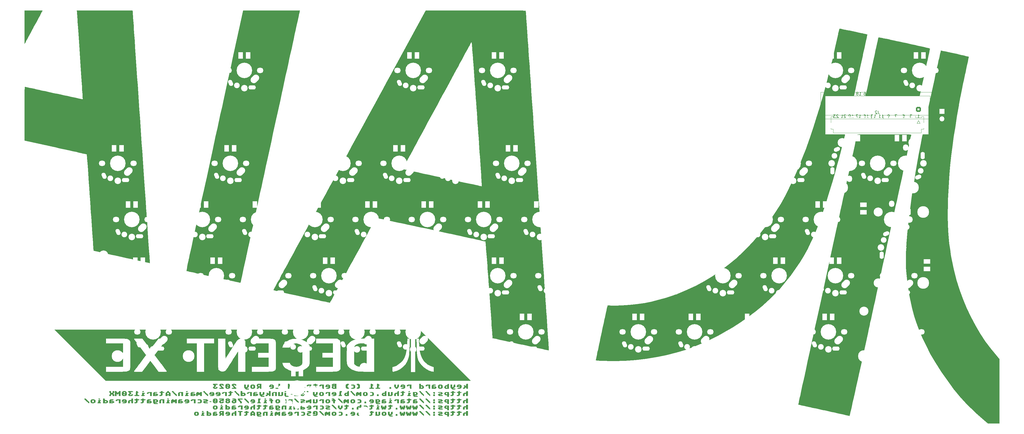
<source format=gbr>
G04 #@! TF.GenerationSoftware,KiCad,Pcbnew,(6.0.10)*
G04 #@! TF.CreationDate,2023-01-14T18:43:18-08:00*
G04 #@! TF.ProjectId,AtariChocXE,41746172-6943-4686-9f63-58452e6b6963,11*
G04 #@! TF.SameCoordinates,Original*
G04 #@! TF.FileFunction,Legend,Bot*
G04 #@! TF.FilePolarity,Positive*
%FSLAX46Y46*%
G04 Gerber Fmt 4.6, Leading zero omitted, Abs format (unit mm)*
G04 Created by KiCad (PCBNEW (6.0.10)) date 2023-01-14 18:43:18*
%MOMM*%
%LPD*%
G01*
G04 APERTURE LIST*
G04 Aperture macros list*
%AMRoundRect*
0 Rectangle with rounded corners*
0 $1 Rounding radius*
0 $2 $3 $4 $5 $6 $7 $8 $9 X,Y pos of 4 corners*
0 Add a 4 corners polygon primitive as box body*
4,1,4,$2,$3,$4,$5,$6,$7,$8,$9,$2,$3,0*
0 Add four circle primitives for the rounded corners*
1,1,$1+$1,$2,$3*
1,1,$1+$1,$4,$5*
1,1,$1+$1,$6,$7*
1,1,$1+$1,$8,$9*
0 Add four rect primitives between the rounded corners*
20,1,$1+$1,$2,$3,$4,$5,0*
20,1,$1+$1,$4,$5,$6,$7,0*
20,1,$1+$1,$6,$7,$8,$9,0*
20,1,$1+$1,$8,$9,$2,$3,0*%
%AMHorizOval*
0 Thick line with rounded ends*
0 $1 width*
0 $2 $3 position (X,Y) of the first rounded end (center of the circle)*
0 $4 $5 position (X,Y) of the second rounded end (center of the circle)*
0 Add line between two ends*
20,1,$1,$2,$3,$4,$5,0*
0 Add two circle primitives to create the rounded ends*
1,1,$1,$2,$3*
1,1,$1,$4,$5*%
G04 Aperture macros list end*
%ADD10C,0.100000*%
%ADD11C,0.150000*%
%ADD12C,0.120000*%
%ADD13R,1.800000X1.800000*%
%ADD14C,1.800000*%
%ADD15O,2.200000X1.800000*%
%ADD16C,5.250000*%
%ADD17HorizOval,2.200000X-0.353553X-0.353553X0.353553X0.353553X0*%
%ADD18HorizOval,1.400000X-0.169047X0.362523X0.169047X-0.362523X0*%
%ADD19C,1.900000*%
%ADD20O,2.500000X1.400000*%
%ADD21C,2.200000*%
%ADD22R,1.500000X2.300000*%
%ADD23R,2.300000X1.500000*%
%ADD24C,3.987800*%
%ADD25C,3.048000*%
%ADD26O,1.800000X2.200000*%
%ADD27HorizOval,1.400000X-0.362523X-0.169047X0.362523X0.169047X0*%
%ADD28HorizOval,2.200000X0.353553X-0.353553X-0.353553X0.353553X0*%
%ADD29O,1.400000X2.500000*%
%ADD30HorizOval,2.200000X-0.353553X0.353553X0.353553X-0.353553X0*%
%ADD31HorizOval,1.400000X0.362523X0.169047X-0.362523X-0.169047X0*%
%ADD32R,1.700000X1.700000*%
%ADD33O,1.700000X1.700000*%
%ADD34RoundRect,0.250000X0.600000X-0.600000X0.600000X0.600000X-0.600000X0.600000X-0.600000X-0.600000X0*%
%ADD35C,1.700000*%
%ADD36R,0.400000X1.000000*%
%ADD37R,2.000000X1.300000*%
G04 APERTURE END LIST*
D10*
G36*
X336305000Y-52805000D02*
G01*
X335035000Y-52805000D01*
X335670000Y-51535000D01*
X336305000Y-52805000D01*
G37*
X336305000Y-52805000D02*
X335035000Y-52805000D01*
X335670000Y-51535000D01*
X336305000Y-52805000D01*
D11*
X335384285Y-54527380D02*
X335955714Y-54527380D01*
X335670000Y-54527380D02*
X335670000Y-53527380D01*
X335765238Y-53670238D01*
X335860476Y-53765476D01*
X335955714Y-53813095D01*
X330330380Y-44168666D02*
X331044666Y-44168666D01*
X331187523Y-44121047D01*
X331282761Y-44025809D01*
X331330380Y-43882952D01*
X331330380Y-43787714D01*
X331330380Y-45168666D02*
X331330380Y-44597238D01*
X331330380Y-44882952D02*
X330330380Y-44882952D01*
X330473238Y-44787714D01*
X330568476Y-44692476D01*
X330616095Y-44597238D01*
X307259571Y-40963746D02*
X307830999Y-40963746D01*
X307545285Y-40963746D02*
X307545285Y-39963746D01*
X307640523Y-40106604D01*
X307735761Y-40201842D01*
X307830999Y-40249461D01*
X306402428Y-39963746D02*
X306592904Y-39963746D01*
X306688142Y-40011366D01*
X306735761Y-40058985D01*
X306830999Y-40201842D01*
X306878618Y-40392318D01*
X306878618Y-40773270D01*
X306830999Y-40868508D01*
X306783380Y-40916127D01*
X306688142Y-40963746D01*
X306497666Y-40963746D01*
X306402428Y-40916127D01*
X306354809Y-40868508D01*
X306307190Y-40773270D01*
X306307190Y-40535175D01*
X306354809Y-40439937D01*
X306402428Y-40392318D01*
X306497666Y-40344699D01*
X306688142Y-40344699D01*
X306783380Y-40392318D01*
X306830999Y-40439937D01*
X306878618Y-40535175D01*
X297670999Y-40058985D02*
X297623380Y-40011366D01*
X297528142Y-39963746D01*
X297290047Y-39963746D01*
X297194809Y-40011366D01*
X297147190Y-40058985D01*
X297099571Y-40154223D01*
X297099571Y-40249461D01*
X297147190Y-40392318D01*
X297718618Y-40963746D01*
X297099571Y-40963746D01*
X296242428Y-40297080D02*
X296242428Y-40963746D01*
X296480523Y-39916127D02*
X296718618Y-40630413D01*
X296099571Y-40630413D01*
X319578618Y-39963746D02*
X319769095Y-39963746D01*
X319864333Y-40011366D01*
X319911952Y-40058985D01*
X320007190Y-40201842D01*
X320054809Y-40392318D01*
X320054809Y-40773270D01*
X320007190Y-40868508D01*
X319959571Y-40916127D01*
X319864333Y-40963746D01*
X319673856Y-40963746D01*
X319578618Y-40916127D01*
X319530999Y-40868508D01*
X319483380Y-40773270D01*
X319483380Y-40535175D01*
X319530999Y-40439937D01*
X319578618Y-40392318D01*
X319673856Y-40344699D01*
X319864333Y-40344699D01*
X319959571Y-40392318D01*
X320007190Y-40439937D01*
X320054809Y-40535175D01*
X309730282Y-48601744D02*
X310301710Y-48601744D01*
X310015996Y-48601744D02*
X310015996Y-47601744D01*
X310111234Y-47744602D01*
X310206472Y-47839840D01*
X310301710Y-47887459D01*
X309396948Y-47601744D02*
X308777901Y-47601744D01*
X309111234Y-47982697D01*
X308968377Y-47982697D01*
X308873139Y-48030316D01*
X308825520Y-48077935D01*
X308777901Y-48173173D01*
X308777901Y-48411268D01*
X308825520Y-48506506D01*
X308873139Y-48554125D01*
X308968377Y-48601744D01*
X309254091Y-48601744D01*
X309349329Y-48554125D01*
X309396948Y-48506506D01*
X319461710Y-47601744D02*
X319937901Y-47601744D01*
X319985520Y-48077935D01*
X319937901Y-48030316D01*
X319842663Y-47982697D01*
X319604567Y-47982697D01*
X319509329Y-48030316D01*
X319461710Y-48077935D01*
X319414091Y-48173173D01*
X319414091Y-48411268D01*
X319461710Y-48506506D01*
X319509329Y-48554125D01*
X319604567Y-48601744D01*
X319842663Y-48601744D01*
X319937901Y-48554125D01*
X319985520Y-48506506D01*
X307190282Y-48601744D02*
X307761710Y-48601744D01*
X307475996Y-48601744D02*
X307475996Y-47601744D01*
X307571234Y-47744602D01*
X307666472Y-47839840D01*
X307761710Y-47887459D01*
X306285520Y-47601744D02*
X306761710Y-47601744D01*
X306809329Y-48077935D01*
X306761710Y-48030316D01*
X306666472Y-47982697D01*
X306428377Y-47982697D01*
X306333139Y-48030316D01*
X306285520Y-48077935D01*
X306237901Y-48173173D01*
X306237901Y-48411268D01*
X306285520Y-48506506D01*
X306333139Y-48554125D01*
X306428377Y-48601744D01*
X306666472Y-48601744D01*
X306761710Y-48554125D01*
X306809329Y-48506506D01*
X314879571Y-40963746D02*
X315450999Y-40963746D01*
X315165285Y-40963746D02*
X315165285Y-39963746D01*
X315260523Y-40106604D01*
X315355761Y-40201842D01*
X315450999Y-40249461D01*
X314260523Y-39963746D02*
X314165285Y-39963746D01*
X314070047Y-40011366D01*
X314022428Y-40058985D01*
X313974809Y-40154223D01*
X313927190Y-40344699D01*
X313927190Y-40582794D01*
X313974809Y-40773270D01*
X314022428Y-40868508D01*
X314070047Y-40916127D01*
X314165285Y-40963746D01*
X314260523Y-40963746D01*
X314355761Y-40916127D01*
X314403380Y-40868508D01*
X314450999Y-40773270D01*
X314498618Y-40582794D01*
X314498618Y-40344699D01*
X314450999Y-40154223D01*
X314403380Y-40058985D01*
X314355761Y-40011366D01*
X314260523Y-39963746D01*
X300141710Y-47696983D02*
X300094091Y-47649364D01*
X299998853Y-47601744D01*
X299760758Y-47601744D01*
X299665520Y-47649364D01*
X299617901Y-47696983D01*
X299570282Y-47792221D01*
X299570282Y-47887459D01*
X299617901Y-48030316D01*
X300189329Y-48601744D01*
X299570282Y-48601744D01*
X298617901Y-48601744D02*
X299189329Y-48601744D01*
X298903615Y-48601744D02*
X298903615Y-47601744D01*
X298998853Y-47744602D01*
X299094091Y-47839840D01*
X299189329Y-47887459D01*
X322118618Y-40297080D02*
X322118618Y-40963746D01*
X322356714Y-39916127D02*
X322594809Y-40630413D01*
X321975761Y-40630413D01*
X312339571Y-40963746D02*
X312910999Y-40963746D01*
X312625285Y-40963746D02*
X312625285Y-39963746D01*
X312720523Y-40106604D01*
X312815761Y-40201842D01*
X312910999Y-40249461D01*
X311958618Y-40058985D02*
X311910999Y-40011366D01*
X311815761Y-39963746D01*
X311577666Y-39963746D01*
X311482428Y-40011366D01*
X311434809Y-40058985D01*
X311387190Y-40154223D01*
X311387190Y-40249461D01*
X311434809Y-40392318D01*
X312006237Y-40963746D01*
X311387190Y-40963746D01*
X302750999Y-40058985D02*
X302703380Y-40011366D01*
X302608142Y-39963746D01*
X302370047Y-39963746D01*
X302274809Y-40011366D01*
X302227190Y-40058985D01*
X302179571Y-40154223D01*
X302179571Y-40249461D01*
X302227190Y-40392318D01*
X302798618Y-40963746D01*
X302179571Y-40963746D01*
X301560523Y-39963746D02*
X301465285Y-39963746D01*
X301370047Y-40011366D01*
X301322428Y-40058985D01*
X301274809Y-40154223D01*
X301227190Y-40344699D01*
X301227190Y-40582794D01*
X301274809Y-40773270D01*
X301322428Y-40868508D01*
X301370047Y-40916127D01*
X301465285Y-40963746D01*
X301560523Y-40963746D01*
X301655761Y-40916127D01*
X301703380Y-40868508D01*
X301750999Y-40773270D01*
X301798618Y-40582794D01*
X301798618Y-40344699D01*
X301750999Y-40154223D01*
X301703380Y-40058985D01*
X301655761Y-40011366D01*
X301560523Y-39963746D01*
X312270282Y-48601744D02*
X312841710Y-48601744D01*
X312555996Y-48601744D02*
X312555996Y-47601744D01*
X312651234Y-47744602D01*
X312746472Y-47839840D01*
X312841710Y-47887459D01*
X311317901Y-48601744D02*
X311889329Y-48601744D01*
X311603615Y-48601744D02*
X311603615Y-47601744D01*
X311698853Y-47744602D01*
X311794091Y-47839840D01*
X311889329Y-47887459D01*
X304650282Y-48601744D02*
X305221710Y-48601744D01*
X304935996Y-48601744D02*
X304935996Y-47601744D01*
X305031234Y-47744602D01*
X305126472Y-47839840D01*
X305221710Y-47887459D01*
X304316948Y-47601744D02*
X303650282Y-47601744D01*
X304078853Y-48601744D01*
X317493139Y-47601744D02*
X316826472Y-47601744D01*
X317255044Y-48601744D01*
X317324333Y-40392318D02*
X317419571Y-40344699D01*
X317467190Y-40297080D01*
X317514809Y-40201842D01*
X317514809Y-40154223D01*
X317467190Y-40058985D01*
X317419571Y-40011366D01*
X317324333Y-39963746D01*
X317133856Y-39963746D01*
X317038618Y-40011366D01*
X316990999Y-40058985D01*
X316943380Y-40154223D01*
X316943380Y-40201842D01*
X316990999Y-40297080D01*
X317038618Y-40344699D01*
X317133856Y-40392318D01*
X317324333Y-40392318D01*
X317419571Y-40439937D01*
X317467190Y-40487556D01*
X317514809Y-40582794D01*
X317514809Y-40773270D01*
X317467190Y-40868508D01*
X317419571Y-40916127D01*
X317324333Y-40963746D01*
X317133856Y-40963746D01*
X317038618Y-40916127D01*
X316990999Y-40868508D01*
X316943380Y-40773270D01*
X316943380Y-40582794D01*
X316990999Y-40487556D01*
X317038618Y-40439937D01*
X317133856Y-40392318D01*
X314810282Y-48601744D02*
X314619806Y-48601744D01*
X314524567Y-48554125D01*
X314476948Y-48506506D01*
X314381710Y-48363649D01*
X314334091Y-48173173D01*
X314334091Y-47792221D01*
X314381710Y-47696983D01*
X314429329Y-47649364D01*
X314524567Y-47601744D01*
X314715044Y-47601744D01*
X314810282Y-47649364D01*
X314857901Y-47696983D01*
X314905520Y-47792221D01*
X314905520Y-48030316D01*
X314857901Y-48125554D01*
X314810282Y-48173173D01*
X314715044Y-48220792D01*
X314524567Y-48220792D01*
X314429329Y-48173173D01*
X314381710Y-48125554D01*
X314334091Y-48030316D01*
X302110282Y-48601744D02*
X302681710Y-48601744D01*
X302395996Y-48601744D02*
X302395996Y-47601744D01*
X302491234Y-47744602D01*
X302586472Y-47839840D01*
X302681710Y-47887459D01*
X301634091Y-48601744D02*
X301443615Y-48601744D01*
X301348377Y-48554125D01*
X301300758Y-48506506D01*
X301205520Y-48363649D01*
X301157901Y-48173173D01*
X301157901Y-47792221D01*
X301205520Y-47696983D01*
X301253139Y-47649364D01*
X301348377Y-47601744D01*
X301538853Y-47601744D01*
X301634091Y-47649364D01*
X301681710Y-47696983D01*
X301729329Y-47792221D01*
X301729329Y-48030316D01*
X301681710Y-48125554D01*
X301634091Y-48173173D01*
X301538853Y-48220792D01*
X301348377Y-48220792D01*
X301253139Y-48173173D01*
X301205520Y-48125554D01*
X301157901Y-48030316D01*
X309799571Y-40963746D02*
X310370999Y-40963746D01*
X310085285Y-40963746D02*
X310085285Y-39963746D01*
X310180523Y-40106604D01*
X310275761Y-40201842D01*
X310370999Y-40249461D01*
X308942428Y-40297080D02*
X308942428Y-40963746D01*
X309180523Y-39916127D02*
X309418618Y-40630413D01*
X308799571Y-40630413D01*
X324484994Y-48602844D02*
X325056423Y-48602844D01*
X324770709Y-48602844D02*
X324770709Y-47602844D01*
X324865947Y-47745702D01*
X324961185Y-47840940D01*
X325056423Y-47888559D01*
X304719571Y-40963746D02*
X305290999Y-40963746D01*
X305005285Y-40963746D02*
X305005285Y-39963746D01*
X305100523Y-40106604D01*
X305195761Y-40201842D01*
X305290999Y-40249461D01*
X304148142Y-40392318D02*
X304243380Y-40344699D01*
X304290999Y-40297080D01*
X304338618Y-40201842D01*
X304338618Y-40154223D01*
X304290999Y-40058985D01*
X304243380Y-40011366D01*
X304148142Y-39963746D01*
X303957666Y-39963746D01*
X303862428Y-40011366D01*
X303814809Y-40058985D01*
X303767190Y-40154223D01*
X303767190Y-40201842D01*
X303814809Y-40297080D01*
X303862428Y-40344699D01*
X303957666Y-40392318D01*
X304148142Y-40392318D01*
X304243380Y-40439937D01*
X304290999Y-40487556D01*
X304338618Y-40582794D01*
X304338618Y-40773270D01*
X304290999Y-40868508D01*
X304243380Y-40916127D01*
X304148142Y-40963746D01*
X303957666Y-40963746D01*
X303862428Y-40916127D01*
X303814809Y-40868508D01*
X303767190Y-40773270D01*
X303767190Y-40582794D01*
X303814809Y-40487556D01*
X303862428Y-40439937D01*
X303957666Y-40392318D01*
X297601710Y-47696983D02*
X297554091Y-47649364D01*
X297458853Y-47601744D01*
X297220758Y-47601744D01*
X297125520Y-47649364D01*
X297077901Y-47696983D01*
X297030282Y-47792221D01*
X297030282Y-47887459D01*
X297077901Y-48030316D01*
X297649329Y-48601744D01*
X297030282Y-48601744D01*
X296696948Y-47601744D02*
X296077901Y-47601744D01*
X296411234Y-47982697D01*
X296268377Y-47982697D01*
X296173139Y-48030316D01*
X296125520Y-48077935D01*
X296077901Y-48173173D01*
X296077901Y-48411268D01*
X296125520Y-48506506D01*
X296173139Y-48554125D01*
X296268377Y-48601744D01*
X296554091Y-48601744D01*
X296649329Y-48554125D01*
X296696948Y-48506506D01*
X300210999Y-40058985D02*
X300163380Y-40011366D01*
X300068142Y-39963746D01*
X299830047Y-39963746D01*
X299734809Y-40011366D01*
X299687190Y-40058985D01*
X299639571Y-40154223D01*
X299639571Y-40249461D01*
X299687190Y-40392318D01*
X300258618Y-40963746D01*
X299639571Y-40963746D01*
X299258618Y-40058985D02*
X299210999Y-40011366D01*
X299115761Y-39963746D01*
X298877666Y-39963746D01*
X298782428Y-40011366D01*
X298734809Y-40058985D01*
X298687190Y-40154223D01*
X298687190Y-40249461D01*
X298734809Y-40392318D01*
X299306237Y-40963746D01*
X298687190Y-40963746D01*
X325134809Y-40058985D02*
X325087190Y-40011366D01*
X324991952Y-39963746D01*
X324753856Y-39963746D01*
X324658618Y-40011366D01*
X324610999Y-40058985D01*
X324563380Y-40154223D01*
X324563380Y-40249461D01*
X324610999Y-40392318D01*
X325182428Y-40963746D01*
X324563380Y-40963746D01*
X322573139Y-47601744D02*
X321954091Y-47601744D01*
X322287425Y-47982697D01*
X322144567Y-47982697D01*
X322049329Y-48030316D01*
X322001710Y-48077935D01*
X321954091Y-48173173D01*
X321954091Y-48411268D01*
X322001710Y-48506506D01*
X322049329Y-48554125D01*
X322144567Y-48601744D01*
X322430282Y-48601744D01*
X322525520Y-48554125D01*
X322573139Y-48506506D01*
X311141333Y-46304380D02*
X311141333Y-47018666D01*
X311188952Y-47161523D01*
X311284190Y-47256761D01*
X311427047Y-47304380D01*
X311522285Y-47304380D01*
X310712761Y-46399619D02*
X310665142Y-46352000D01*
X310569904Y-46304380D01*
X310331809Y-46304380D01*
X310236571Y-46352000D01*
X310188952Y-46399619D01*
X310141333Y-46494857D01*
X310141333Y-46590095D01*
X310188952Y-46732952D01*
X310760380Y-47304380D01*
X310141333Y-47304380D01*
D12*
X291628000Y-39942000D02*
X291628000Y-49062000D01*
X291628000Y-49062000D02*
X329988000Y-49062000D01*
X312858000Y-47752000D02*
X328688000Y-47752000D01*
X328688000Y-41252000D02*
X292928000Y-41252000D01*
X328688000Y-47752000D02*
X328688000Y-41252000D01*
X308758000Y-47752000D02*
X308758000Y-49062000D01*
X329988000Y-39942000D02*
X291628000Y-39942000D01*
X292928000Y-47752000D02*
X308758000Y-47752000D01*
X329988000Y-49062000D02*
X329988000Y-39942000D01*
X325278000Y-50534500D02*
X324278000Y-50534500D01*
X312858000Y-49062000D02*
X312858000Y-47752000D01*
X324278000Y-50534500D02*
X324778000Y-49534500D01*
X324778000Y-49534500D02*
X325278000Y-50534500D01*
X292928000Y-41252000D02*
X292928000Y-47752000D01*
X308758000Y-47752000D02*
X308758000Y-47752000D01*
X326518000Y-52462000D02*
X325718000Y-52462000D01*
X295098000Y-50342000D02*
X295098000Y-48292000D01*
X326518000Y-52162000D02*
X326518000Y-52462000D01*
X295898000Y-53762000D02*
X295898000Y-52462000D01*
X325718000Y-53762000D02*
X295898000Y-53762000D01*
X295098000Y-52462000D02*
X295098000Y-52162000D01*
X295098000Y-48292000D02*
X295868000Y-48292000D01*
X325748000Y-48292000D02*
X326518000Y-48292000D01*
X325718000Y-52462000D02*
X325718000Y-53762000D01*
X295898000Y-52462000D02*
X295098000Y-52462000D01*
X325748000Y-48642000D02*
X325748000Y-48292000D01*
X295868000Y-48292000D02*
X295868000Y-48642000D01*
X323768000Y-48642000D02*
X325748000Y-48642000D01*
X295868000Y-48642000D02*
X297848000Y-48642000D01*
X326518000Y-48292000D02*
X326518000Y-50342000D01*
X323768000Y-48052000D02*
X323768000Y-48642000D01*
G36*
X151791691Y-146232686D02*
G01*
X151875481Y-146302680D01*
X151892000Y-146473333D01*
X151892007Y-146476493D01*
X151917220Y-146653761D01*
X151976667Y-146727333D01*
X152015616Y-146713005D01*
X152061333Y-146600333D01*
X152092763Y-146526273D01*
X152230667Y-146473333D01*
X152329414Y-146496905D01*
X152400000Y-146600333D01*
X152409552Y-146658757D01*
X152484667Y-146727333D01*
X152485720Y-146727314D01*
X152544809Y-146651675D01*
X152569333Y-146473333D01*
X152584911Y-146305313D01*
X152666572Y-146233493D01*
X152865667Y-146219333D01*
X153162000Y-146219333D01*
X153162000Y-146642667D01*
X153153873Y-146863773D01*
X153114866Y-147020680D01*
X153035000Y-147066000D01*
X152945864Y-147118348D01*
X152908000Y-147320000D01*
X152892422Y-147488020D01*
X152810762Y-147559840D01*
X152611667Y-147574000D01*
X152584678Y-147573770D01*
X152379593Y-147540931D01*
X152315333Y-147447000D01*
X152305781Y-147388576D01*
X152230667Y-147320000D01*
X152191718Y-147334328D01*
X152146000Y-147447000D01*
X152145464Y-147458566D01*
X152068840Y-147546460D01*
X151849667Y-147574000D01*
X151653643Y-147560647D01*
X151569853Y-147490653D01*
X151553333Y-147320000D01*
X151527160Y-147141728D01*
X151426333Y-147066000D01*
X151360002Y-147038911D01*
X151312929Y-146908885D01*
X151299333Y-146642667D01*
X151299333Y-146219333D01*
X151595667Y-146219333D01*
X151791691Y-146232686D01*
G37*
G36*
X150354320Y-141311054D02*
G01*
X150498884Y-141355527D01*
X150537333Y-141478000D01*
X150539954Y-141521711D01*
X150605413Y-141620723D01*
X150791333Y-141647333D01*
X150969605Y-141673507D01*
X151045333Y-141774333D01*
X150992986Y-141863469D01*
X150791333Y-141901333D01*
X150665902Y-141906087D01*
X150577003Y-141949097D01*
X150542883Y-142074064D01*
X150537333Y-142324667D01*
X150529207Y-142545773D01*
X150490199Y-142702680D01*
X150410333Y-142748000D01*
X150351106Y-142762751D01*
X150283333Y-142875000D01*
X150256244Y-142941332D01*
X150126219Y-142988404D01*
X149860000Y-143002000D01*
X149762084Y-143001275D01*
X149553558Y-142984889D01*
X149458955Y-142934233D01*
X149436667Y-142832667D01*
X149439287Y-142788955D01*
X149504747Y-142689944D01*
X149690667Y-142663333D01*
X149786491Y-142661179D01*
X149894791Y-142627580D01*
X149937304Y-142516616D01*
X149944667Y-142282333D01*
X149943231Y-142138597D01*
X149920831Y-141976148D01*
X149846855Y-141912378D01*
X149690667Y-141901333D01*
X149512395Y-141875159D01*
X149436667Y-141774333D01*
X149486425Y-141686478D01*
X149680792Y-141647333D01*
X149870374Y-141611946D01*
X149969199Y-141478000D01*
X149970928Y-141471635D01*
X150065433Y-141345705D01*
X150275407Y-141308667D01*
X150354320Y-141311054D01*
G37*
G36*
X165872950Y-145222563D02*
G01*
X165868344Y-145478500D01*
X165849787Y-145622952D01*
X165765997Y-145695889D01*
X165565667Y-145711333D01*
X165369643Y-145697981D01*
X165285853Y-145627986D01*
X165269333Y-145457333D01*
X165267180Y-145361509D01*
X165233580Y-145253209D01*
X165122616Y-145210696D01*
X164888333Y-145203333D01*
X164726736Y-145198169D01*
X164557195Y-145160041D01*
X164507333Y-145076333D01*
X164492582Y-145017106D01*
X164380333Y-144949333D01*
X164368767Y-144948797D01*
X164280873Y-144872173D01*
X164253333Y-144653000D01*
X164846000Y-144653000D01*
X164846894Y-144692007D01*
X164896545Y-144829697D01*
X165057667Y-144864667D01*
X165096674Y-144863773D01*
X165234364Y-144814122D01*
X165269333Y-144653000D01*
X165268440Y-144613993D01*
X165218789Y-144476303D01*
X165057667Y-144441333D01*
X165018660Y-144442227D01*
X164880970Y-144491878D01*
X164846000Y-144653000D01*
X164253333Y-144653000D01*
X164253563Y-144626011D01*
X164286402Y-144420926D01*
X164380333Y-144356667D01*
X164439561Y-144341915D01*
X164507333Y-144229667D01*
X164528896Y-144173415D01*
X164628565Y-144130352D01*
X164837133Y-144108648D01*
X165184667Y-144102667D01*
X165262424Y-144102953D01*
X165607626Y-144115983D01*
X165804387Y-144150293D01*
X165869625Y-144208500D01*
X165873579Y-144341788D01*
X165875626Y-144596411D01*
X165875585Y-144653000D01*
X165875397Y-144909268D01*
X165872950Y-145222563D01*
G37*
G36*
X169404320Y-141311054D02*
G01*
X169548884Y-141355527D01*
X169587333Y-141478000D01*
X169598463Y-141558629D01*
X169683534Y-141629338D01*
X169890722Y-141647333D01*
X169898335Y-141647360D01*
X170103940Y-141680332D01*
X170162187Y-141753156D01*
X170077919Y-141832624D01*
X169855980Y-141885531D01*
X169727755Y-141902515D01*
X169630865Y-141953801D01*
X169593497Y-142080689D01*
X169587333Y-142330031D01*
X169579578Y-142543810D01*
X169540651Y-142702170D01*
X169460333Y-142748000D01*
X169401106Y-142762751D01*
X169333333Y-142875000D01*
X169306244Y-142941332D01*
X169176219Y-142988404D01*
X168910000Y-143002000D01*
X168812084Y-143001275D01*
X168603558Y-142984889D01*
X168508955Y-142934233D01*
X168486667Y-142832667D01*
X168489287Y-142788955D01*
X168554747Y-142689944D01*
X168740667Y-142663333D01*
X168836491Y-142661179D01*
X168944791Y-142627580D01*
X168987304Y-142516616D01*
X168994667Y-142282333D01*
X168993231Y-142138597D01*
X168970831Y-141976148D01*
X168896855Y-141912378D01*
X168740667Y-141901333D01*
X168562395Y-141875159D01*
X168486667Y-141774333D01*
X168536425Y-141686478D01*
X168730792Y-141647333D01*
X168920374Y-141611946D01*
X169019199Y-141478000D01*
X169020928Y-141471635D01*
X169115433Y-141345705D01*
X169325407Y-141308667D01*
X169404320Y-141311054D01*
G37*
G36*
X88561333Y-142324667D02*
G01*
X88555891Y-142506387D01*
X88519557Y-142691567D01*
X88443392Y-142748000D01*
X88383319Y-142762476D01*
X88276716Y-142875000D01*
X88274600Y-142880147D01*
X88191580Y-142952168D01*
X88001956Y-142990623D01*
X87674991Y-143002000D01*
X87387674Y-142997362D01*
X87215186Y-142975220D01*
X87139074Y-142924133D01*
X87122000Y-142832667D01*
X87123812Y-142793500D01*
X87164778Y-142710090D01*
X87291416Y-142672248D01*
X87545333Y-142663333D01*
X87697825Y-142657619D01*
X87892520Y-142626964D01*
X87968667Y-142578667D01*
X87902810Y-142537652D01*
X87705916Y-142505963D01*
X87418333Y-142494000D01*
X86868000Y-142494000D01*
X86868000Y-142197667D01*
X86868230Y-142170678D01*
X86891023Y-142028333D01*
X87460667Y-142028333D01*
X87513015Y-142117469D01*
X87714667Y-142155333D01*
X87892939Y-142129159D01*
X87968667Y-142028333D01*
X87916319Y-141939197D01*
X87714667Y-141901333D01*
X87536395Y-141927507D01*
X87460667Y-142028333D01*
X86891023Y-142028333D01*
X86901069Y-141965593D01*
X86995000Y-141901333D01*
X87054227Y-141886582D01*
X87122000Y-141774333D01*
X87130641Y-141734573D01*
X87208367Y-141681657D01*
X87392661Y-141654802D01*
X87714667Y-141647333D01*
X87900213Y-141649185D01*
X88147153Y-141665840D01*
X88272479Y-141705332D01*
X88307333Y-141774333D01*
X88322085Y-141833560D01*
X88434333Y-141901333D01*
X88500665Y-141928422D01*
X88536836Y-142028333D01*
X88547738Y-142058448D01*
X88561333Y-142324667D01*
G37*
G36*
X105631106Y-143856793D02*
G01*
X105788014Y-143895801D01*
X105833333Y-143975667D01*
X105848085Y-144034894D01*
X105960333Y-144102667D01*
X106019561Y-144117418D01*
X106087333Y-144229667D01*
X106102085Y-144288894D01*
X106214333Y-144356667D01*
X106288394Y-144388096D01*
X106341333Y-144526000D01*
X106317762Y-144624747D01*
X106214333Y-144695333D01*
X106160468Y-144710825D01*
X106103954Y-144825211D01*
X106087333Y-145076333D01*
X106085506Y-145245880D01*
X106059301Y-145394077D01*
X105973080Y-145449200D01*
X105791000Y-145457333D01*
X105659131Y-145454983D01*
X105543866Y-145421291D01*
X105500993Y-145310436D01*
X105494667Y-145076333D01*
X105493231Y-144932597D01*
X105470831Y-144770148D01*
X105396855Y-144706378D01*
X105240667Y-144695333D01*
X105175100Y-144693586D01*
X105026583Y-144649947D01*
X104986667Y-144526000D01*
X104989287Y-144482288D01*
X105054747Y-144383277D01*
X105240667Y-144356667D01*
X105243827Y-144356660D01*
X105421094Y-144331447D01*
X105494667Y-144272000D01*
X105494647Y-144270946D01*
X105419009Y-144211857D01*
X105240667Y-144187333D01*
X105175100Y-144185586D01*
X105026583Y-144141947D01*
X104986667Y-144018000D01*
X104988478Y-143978833D01*
X105029445Y-143895423D01*
X105156083Y-143857582D01*
X105410000Y-143848667D01*
X105631106Y-143856793D01*
G37*
G36*
X106468333Y-147320000D02*
G01*
X106409106Y-147334751D01*
X106341333Y-147447000D01*
X106319771Y-147503251D01*
X106220102Y-147546314D01*
X106011534Y-147568018D01*
X105664000Y-147574000D01*
X104986667Y-147574000D01*
X104986667Y-147150667D01*
X105579333Y-147150667D01*
X105631885Y-147206351D01*
X105791000Y-147235333D01*
X105930211Y-147214312D01*
X106002667Y-147150667D01*
X105950115Y-147094982D01*
X105791000Y-147066000D01*
X105651790Y-147087021D01*
X105579333Y-147150667D01*
X104986667Y-147150667D01*
X104986667Y-147023667D01*
X104987597Y-146898768D01*
X105002837Y-146641355D01*
X105042431Y-146510074D01*
X105113667Y-146473333D01*
X105172894Y-146458582D01*
X105240667Y-146346333D01*
X105244697Y-146317510D01*
X105310739Y-146258108D01*
X105482310Y-146227812D01*
X105791000Y-146219333D01*
X106074713Y-146223878D01*
X106247780Y-146245934D01*
X106324181Y-146297026D01*
X106341333Y-146388667D01*
X106341188Y-146400831D01*
X106311016Y-146500915D01*
X106198428Y-146546920D01*
X105960333Y-146558000D01*
X105846471Y-146561885D01*
X105655008Y-146592173D01*
X105579333Y-146642667D01*
X105596816Y-146667969D01*
X105733114Y-146710517D01*
X105960333Y-146727333D01*
X106121931Y-146732497D01*
X106291472Y-146770626D01*
X106341333Y-146854333D01*
X106356085Y-146913560D01*
X106468333Y-146981333D01*
X106542394Y-147012762D01*
X106595333Y-147150667D01*
X106571762Y-147249414D01*
X106468333Y-147320000D01*
G37*
G36*
X65151000Y-145203333D02*
G01*
X65091773Y-145218085D01*
X65024000Y-145330333D01*
X64994457Y-145392917D01*
X64884336Y-145432174D01*
X64664129Y-145451911D01*
X64304333Y-145457333D01*
X63584667Y-145457333D01*
X63584667Y-145034000D01*
X64177333Y-145034000D01*
X64177353Y-145035053D01*
X64252992Y-145094142D01*
X64431333Y-145118667D01*
X64434494Y-145118660D01*
X64611761Y-145093447D01*
X64685333Y-145034000D01*
X64685314Y-145032946D01*
X64609675Y-144973857D01*
X64431333Y-144949333D01*
X64428173Y-144949340D01*
X64250906Y-144974553D01*
X64177333Y-145034000D01*
X63584667Y-145034000D01*
X63584667Y-144907000D01*
X63585597Y-144782101D01*
X63600837Y-144524689D01*
X63640431Y-144393407D01*
X63711667Y-144356667D01*
X63770894Y-144341915D01*
X63838667Y-144229667D01*
X63848098Y-144188479D01*
X63927491Y-144136413D01*
X64113615Y-144110005D01*
X64437542Y-144102667D01*
X64442199Y-144102667D01*
X64753646Y-144107665D01*
X64929603Y-144128261D01*
X65003378Y-144173101D01*
X65008280Y-144250833D01*
X64975834Y-144321139D01*
X64843290Y-144390315D01*
X64578739Y-144424805D01*
X64452397Y-144436434D01*
X64242176Y-144483749D01*
X64188974Y-144541409D01*
X64294632Y-144590140D01*
X64560991Y-144610667D01*
X64620729Y-144611413D01*
X64879506Y-144646659D01*
X64993382Y-144737667D01*
X65029353Y-144796372D01*
X65160059Y-144864667D01*
X65228864Y-144896683D01*
X65278000Y-145034000D01*
X65254428Y-145132747D01*
X65151000Y-145203333D01*
G37*
G36*
X158226656Y-145965563D02*
G01*
X158431741Y-145998402D01*
X158496000Y-146092333D01*
X158510752Y-146151560D01*
X158623000Y-146219333D01*
X158682227Y-146234085D01*
X158750000Y-146346333D01*
X158764752Y-146405560D01*
X158877000Y-146473333D01*
X158936227Y-146488085D01*
X159004000Y-146600333D01*
X159018752Y-146659560D01*
X159131000Y-146727333D01*
X159190227Y-146742085D01*
X159258000Y-146854333D01*
X159272752Y-146913560D01*
X159385000Y-146981333D01*
X159396567Y-146981869D01*
X159484460Y-147058493D01*
X159512000Y-147277667D01*
X159511771Y-147304655D01*
X159478932Y-147509740D01*
X159385000Y-147574000D01*
X159325773Y-147559248D01*
X159258000Y-147447000D01*
X159226571Y-147372939D01*
X159088667Y-147320000D01*
X158989920Y-147296428D01*
X158919333Y-147193000D01*
X158904582Y-147133773D01*
X158792333Y-147066000D01*
X158733106Y-147051248D01*
X158665333Y-146939000D01*
X158650582Y-146879773D01*
X158538333Y-146812000D01*
X158479106Y-146797248D01*
X158411333Y-146685000D01*
X158396582Y-146625773D01*
X158284333Y-146558000D01*
X158225106Y-146543248D01*
X158157333Y-146431000D01*
X158142582Y-146371773D01*
X158030333Y-146304000D01*
X157956273Y-146272571D01*
X157903333Y-146134667D01*
X157913020Y-146058222D01*
X157995428Y-145984275D01*
X158199667Y-145965333D01*
X158226656Y-145965563D01*
G37*
G36*
X96012000Y-147574000D02*
G01*
X95419333Y-147574000D01*
X95419333Y-147066000D01*
X95419329Y-147048194D01*
X95414239Y-146774091D01*
X95388310Y-146627533D01*
X95324975Y-146568756D01*
X95207667Y-146558000D01*
X95069601Y-146582857D01*
X94996000Y-146685000D01*
X94995464Y-146696566D01*
X94918840Y-146784460D01*
X94699667Y-146812000D01*
X94565889Y-146806465D01*
X94436482Y-146759375D01*
X94403333Y-146642667D01*
X94426905Y-146543919D01*
X94530333Y-146473333D01*
X94589561Y-146458582D01*
X94657333Y-146346333D01*
X94678896Y-146290082D01*
X94778565Y-146247019D01*
X94987133Y-146225315D01*
X95334667Y-146219333D01*
X96012000Y-146219333D01*
X96012000Y-147574000D01*
G37*
G36*
X166962667Y-139530667D02*
G01*
X166964553Y-139694819D01*
X166985419Y-139867619D01*
X167046754Y-139939607D01*
X167169695Y-139954000D01*
X167227741Y-139952031D01*
X167328055Y-139914717D01*
X167377836Y-139795967D01*
X167402528Y-139551833D01*
X167415322Y-139385709D01*
X167451719Y-139222022D01*
X167536581Y-139150447D01*
X167703500Y-139123135D01*
X167803589Y-139116748D01*
X167943635Y-139144981D01*
X167984072Y-139250135D01*
X167995542Y-139435386D01*
X168016561Y-139678833D01*
X168023596Y-139793120D01*
X167992793Y-139921296D01*
X167884156Y-139954000D01*
X167785387Y-139980763D01*
X167724667Y-140123333D01*
X167722046Y-140167045D01*
X167656587Y-140266056D01*
X167470667Y-140292667D01*
X167467507Y-140292673D01*
X167290239Y-140317886D01*
X167216667Y-140377333D01*
X167230929Y-140400670D01*
X167361279Y-140444577D01*
X167583556Y-140462000D01*
X167712530Y-140463914D01*
X167932932Y-140490293D01*
X168022062Y-140558426D01*
X168006108Y-140681944D01*
X167998389Y-140695980D01*
X167874743Y-140762509D01*
X167655880Y-140800425D01*
X167394287Y-140810114D01*
X167142452Y-140791961D01*
X166952861Y-140746350D01*
X166878000Y-140673667D01*
X166863249Y-140614439D01*
X166751000Y-140546667D01*
X166691773Y-140531915D01*
X166624000Y-140419667D01*
X166609249Y-140360439D01*
X166497000Y-140292667D01*
X166457240Y-140284026D01*
X166404324Y-140206300D01*
X166377469Y-140022006D01*
X166370000Y-139700000D01*
X166370000Y-139107333D01*
X166962667Y-139107333D01*
X166962667Y-139530667D01*
G37*
G36*
X129199232Y-148336930D02*
G01*
X129456645Y-148352170D01*
X129587926Y-148391764D01*
X129624667Y-148463000D01*
X129639418Y-148522227D01*
X129751667Y-148590000D01*
X129817999Y-148617089D01*
X129865071Y-148747115D01*
X129878667Y-149013333D01*
X129870540Y-149234439D01*
X129831532Y-149391347D01*
X129751667Y-149436667D01*
X129692440Y-149451418D01*
X129624667Y-149563667D01*
X129620637Y-149592489D01*
X129554595Y-149651892D01*
X129383024Y-149682188D01*
X129074333Y-149690667D01*
X128790621Y-149686121D01*
X128617554Y-149664065D01*
X128541152Y-149612974D01*
X128524000Y-149521333D01*
X128524146Y-149509169D01*
X128554317Y-149409085D01*
X128666905Y-149363079D01*
X128905000Y-149352000D01*
X129286000Y-149352000D01*
X129286000Y-148674667D01*
X128905000Y-148674667D01*
X128877630Y-148674602D01*
X128652442Y-148661192D01*
X128548929Y-148611153D01*
X128524000Y-148505333D01*
X128538772Y-148418037D01*
X128610454Y-148364786D01*
X128776502Y-148341277D01*
X129074333Y-148336000D01*
X129199232Y-148336930D01*
G37*
G36*
X156109989Y-145965563D02*
G01*
X156315074Y-145998402D01*
X156379333Y-146092333D01*
X156394085Y-146151560D01*
X156506333Y-146219333D01*
X156565561Y-146234085D01*
X156633333Y-146346333D01*
X156648085Y-146405560D01*
X156760333Y-146473333D01*
X156819561Y-146488085D01*
X156887333Y-146600333D01*
X156902085Y-146659560D01*
X157014333Y-146727333D01*
X157073561Y-146742085D01*
X157141333Y-146854333D01*
X157156085Y-146913560D01*
X157268333Y-146981333D01*
X157279900Y-146981869D01*
X157367794Y-147058493D01*
X157395333Y-147277667D01*
X157395104Y-147304655D01*
X157362265Y-147509740D01*
X157268333Y-147574000D01*
X157209106Y-147559248D01*
X157141333Y-147447000D01*
X157109904Y-147372939D01*
X156972000Y-147320000D01*
X156873253Y-147296428D01*
X156802667Y-147193000D01*
X156787915Y-147133773D01*
X156675667Y-147066000D01*
X156616440Y-147051248D01*
X156548667Y-146939000D01*
X156533915Y-146879773D01*
X156421667Y-146812000D01*
X156362440Y-146797248D01*
X156294667Y-146685000D01*
X156279915Y-146625773D01*
X156167667Y-146558000D01*
X156108440Y-146543248D01*
X156040667Y-146431000D01*
X156025915Y-146371773D01*
X155913667Y-146304000D01*
X155839606Y-146272571D01*
X155786667Y-146134667D01*
X155796353Y-146058222D01*
X155878761Y-145984275D01*
X156083000Y-145965333D01*
X156109989Y-145965563D01*
G37*
G36*
X146232583Y-144357391D02*
G01*
X146441109Y-144373778D01*
X146535712Y-144424433D01*
X146558000Y-144526000D01*
X146534428Y-144624747D01*
X146431000Y-144695333D01*
X146348161Y-144736761D01*
X146304000Y-144907000D01*
X146328857Y-145045066D01*
X146431000Y-145118667D01*
X146505061Y-145150096D01*
X146558000Y-145288000D01*
X146543229Y-145375296D01*
X146471547Y-145428547D01*
X146305498Y-145452056D01*
X146007667Y-145457333D01*
X145723954Y-145452788D01*
X145550887Y-145430732D01*
X145474486Y-145379640D01*
X145457333Y-145288000D01*
X145480905Y-145189253D01*
X145584333Y-145118667D01*
X145638199Y-145103175D01*
X145694713Y-144988789D01*
X145711333Y-144737667D01*
X145711333Y-144356667D01*
X146134667Y-144356667D01*
X146232583Y-144357391D01*
G37*
G36*
X165875331Y-142811500D02*
G01*
X165854687Y-143063003D01*
X165814752Y-143198582D01*
X165725928Y-143248735D01*
X165557831Y-143256000D01*
X165372823Y-143243670D01*
X165286560Y-143174243D01*
X165269333Y-143002000D01*
X165267180Y-142906176D01*
X165233580Y-142797876D01*
X165122616Y-142755363D01*
X164888333Y-142748000D01*
X164726736Y-142742836D01*
X164557195Y-142704707D01*
X164507333Y-142621000D01*
X164492582Y-142561773D01*
X164380333Y-142494000D01*
X164368767Y-142493464D01*
X164280873Y-142416840D01*
X164253333Y-142197667D01*
X164253563Y-142170678D01*
X164256020Y-142155333D01*
X164846000Y-142155333D01*
X164851055Y-142265788D01*
X164906395Y-142381996D01*
X165057667Y-142409333D01*
X165149712Y-142403267D01*
X165246552Y-142336860D01*
X165269333Y-142155333D01*
X165264279Y-142044879D01*
X165208939Y-141928671D01*
X165057667Y-141901333D01*
X164965621Y-141907399D01*
X164868781Y-141973806D01*
X164846000Y-142155333D01*
X164256020Y-142155333D01*
X164286402Y-141965593D01*
X164380333Y-141901333D01*
X164439561Y-141886582D01*
X164507333Y-141774333D01*
X164528038Y-141718879D01*
X164626486Y-141675338D01*
X164833695Y-141653386D01*
X165179799Y-141647333D01*
X165852264Y-141647333D01*
X165878299Y-142007167D01*
X165884312Y-142122647D01*
X165884619Y-142155333D01*
X165887552Y-142467573D01*
X165875331Y-142811500D01*
G37*
G36*
X126797773Y-143856793D02*
G01*
X126954681Y-143895801D01*
X127000000Y-143975667D01*
X127014752Y-144034894D01*
X127127000Y-144102667D01*
X127186227Y-144117418D01*
X127254000Y-144229667D01*
X127268752Y-144288894D01*
X127381000Y-144356667D01*
X127455061Y-144388096D01*
X127508000Y-144526000D01*
X127484428Y-144624747D01*
X127381000Y-144695333D01*
X127327134Y-144710825D01*
X127270621Y-144825211D01*
X127254000Y-145076333D01*
X127252172Y-145245880D01*
X127225968Y-145394077D01*
X127139747Y-145449200D01*
X126957667Y-145457333D01*
X126825797Y-145454983D01*
X126710533Y-145421291D01*
X126667660Y-145310436D01*
X126661333Y-145076333D01*
X126659898Y-144932597D01*
X126637498Y-144770148D01*
X126563522Y-144706378D01*
X126407333Y-144695333D01*
X126341766Y-144693586D01*
X126193249Y-144649947D01*
X126153333Y-144526000D01*
X126155954Y-144482288D01*
X126221413Y-144383277D01*
X126407333Y-144356667D01*
X126410494Y-144356660D01*
X126587761Y-144331447D01*
X126661333Y-144272000D01*
X126661314Y-144270946D01*
X126585675Y-144211857D01*
X126407333Y-144187333D01*
X126341766Y-144185586D01*
X126193249Y-144141947D01*
X126153333Y-144018000D01*
X126155145Y-143978833D01*
X126196112Y-143895423D01*
X126322750Y-143857582D01*
X126576667Y-143848667D01*
X126797773Y-143856793D01*
G37*
G36*
X91770540Y-149234439D02*
G01*
X91731532Y-149391347D01*
X91651667Y-149436667D01*
X91592440Y-149451418D01*
X91524667Y-149563667D01*
X91520637Y-149592489D01*
X91454595Y-149651892D01*
X91283024Y-149682188D01*
X90974333Y-149690667D01*
X90690621Y-149686121D01*
X90517554Y-149664065D01*
X90441152Y-149612974D01*
X90424000Y-149521333D01*
X90424146Y-149509169D01*
X90454317Y-149409085D01*
X90566905Y-149363079D01*
X90805000Y-149352000D01*
X90918862Y-149348115D01*
X91110326Y-149317826D01*
X91186000Y-149267333D01*
X91132041Y-149229097D01*
X90948590Y-149195520D01*
X90678000Y-149182667D01*
X90170000Y-149182667D01*
X90170000Y-148886333D01*
X90170230Y-148859344D01*
X90186244Y-148759333D01*
X90762667Y-148759333D01*
X90815219Y-148815017D01*
X90974333Y-148844000D01*
X91113544Y-148822979D01*
X91186000Y-148759333D01*
X91133448Y-148703649D01*
X90974333Y-148674667D01*
X90835123Y-148695687D01*
X90762667Y-148759333D01*
X90186244Y-148759333D01*
X90203069Y-148654259D01*
X90297000Y-148590000D01*
X90356227Y-148575248D01*
X90424000Y-148463000D01*
X90428030Y-148434177D01*
X90494072Y-148374774D01*
X90665643Y-148344478D01*
X90974333Y-148336000D01*
X91099232Y-148336930D01*
X91356645Y-148352170D01*
X91487926Y-148391764D01*
X91524667Y-148463000D01*
X91539418Y-148522227D01*
X91651667Y-148590000D01*
X91717999Y-148617089D01*
X91765071Y-148747115D01*
X91765695Y-148759333D01*
X91778667Y-149013333D01*
X91770540Y-149234439D01*
G37*
G36*
X117051667Y-147320000D02*
G01*
X116992440Y-147334751D01*
X116924667Y-147447000D01*
X116903104Y-147503251D01*
X116803435Y-147546314D01*
X116594867Y-147568018D01*
X116247333Y-147574000D01*
X115570000Y-147574000D01*
X115570000Y-147150667D01*
X116162667Y-147150667D01*
X116215219Y-147206351D01*
X116374333Y-147235333D01*
X116513544Y-147214312D01*
X116586000Y-147150667D01*
X116533448Y-147094982D01*
X116374333Y-147066000D01*
X116235123Y-147087021D01*
X116162667Y-147150667D01*
X115570000Y-147150667D01*
X115570000Y-147023667D01*
X115570930Y-146898768D01*
X115586171Y-146641355D01*
X115625764Y-146510074D01*
X115697000Y-146473333D01*
X115756227Y-146458582D01*
X115824000Y-146346333D01*
X115828030Y-146317510D01*
X115894072Y-146258108D01*
X116065643Y-146227812D01*
X116374333Y-146219333D01*
X116658046Y-146223878D01*
X116831113Y-146245934D01*
X116907515Y-146297026D01*
X116924667Y-146388667D01*
X116924521Y-146400831D01*
X116894350Y-146500915D01*
X116781762Y-146546920D01*
X116543667Y-146558000D01*
X116429805Y-146561885D01*
X116238341Y-146592173D01*
X116162667Y-146642667D01*
X116180149Y-146667969D01*
X116316447Y-146710517D01*
X116543667Y-146727333D01*
X116705264Y-146732497D01*
X116874805Y-146770626D01*
X116924667Y-146854333D01*
X116939418Y-146913560D01*
X117051667Y-146981333D01*
X117125727Y-147012762D01*
X117178667Y-147150667D01*
X117155095Y-147249414D01*
X117051667Y-147320000D01*
G37*
G36*
X146030222Y-139954037D02*
G01*
X146216947Y-139970269D01*
X146290894Y-140051721D01*
X146304000Y-140250333D01*
X146303963Y-140272889D01*
X146287731Y-140459614D01*
X146206279Y-140533560D01*
X146007667Y-140546667D01*
X145985111Y-140546630D01*
X145798386Y-140530397D01*
X145724440Y-140448945D01*
X145711333Y-140250333D01*
X145711370Y-140227778D01*
X145727603Y-140041053D01*
X145809055Y-139967106D01*
X146007667Y-139954000D01*
X146030222Y-139954037D01*
G37*
G36*
X112365917Y-146474058D02*
G01*
X112574443Y-146490444D01*
X112669045Y-146541100D01*
X112691333Y-146642667D01*
X112667762Y-146741414D01*
X112564333Y-146812000D01*
X112481494Y-146853428D01*
X112437333Y-147023667D01*
X112462190Y-147161732D01*
X112564333Y-147235333D01*
X112638394Y-147266762D01*
X112691333Y-147404667D01*
X112676562Y-147491963D01*
X112604880Y-147545214D01*
X112438832Y-147568722D01*
X112141000Y-147574000D01*
X111857287Y-147569455D01*
X111684220Y-147547399D01*
X111607819Y-147496307D01*
X111590667Y-147404667D01*
X111614239Y-147305919D01*
X111717667Y-147235333D01*
X111771533Y-147219841D01*
X111828046Y-147105455D01*
X111844667Y-146854333D01*
X111844667Y-146473333D01*
X112268000Y-146473333D01*
X112365917Y-146474058D01*
G37*
G36*
X158226656Y-148082229D02*
G01*
X158431741Y-148115068D01*
X158496000Y-148209000D01*
X158510752Y-148268227D01*
X158623000Y-148336000D01*
X158682227Y-148350751D01*
X158750000Y-148463000D01*
X158764752Y-148522227D01*
X158877000Y-148590000D01*
X158936227Y-148604751D01*
X159004000Y-148717000D01*
X159018752Y-148776227D01*
X159131000Y-148844000D01*
X159190227Y-148858751D01*
X159258000Y-148971000D01*
X159272752Y-149030227D01*
X159385000Y-149098000D01*
X159396567Y-149098536D01*
X159484460Y-149175160D01*
X159512000Y-149394333D01*
X159511771Y-149421322D01*
X159478932Y-149626407D01*
X159385000Y-149690667D01*
X159325773Y-149675915D01*
X159258000Y-149563667D01*
X159226571Y-149489606D01*
X159088667Y-149436667D01*
X158989920Y-149413095D01*
X158919333Y-149309667D01*
X158904582Y-149250439D01*
X158792333Y-149182667D01*
X158733106Y-149167915D01*
X158665333Y-149055667D01*
X158650582Y-148996439D01*
X158538333Y-148928667D01*
X158479106Y-148913915D01*
X158411333Y-148801667D01*
X158396582Y-148742439D01*
X158284333Y-148674667D01*
X158225106Y-148659915D01*
X158157333Y-148547667D01*
X158142582Y-148488439D01*
X158030333Y-148420667D01*
X157956273Y-148389237D01*
X157903333Y-148251333D01*
X157913020Y-148174889D01*
X157995428Y-148100942D01*
X158199667Y-148082000D01*
X158226656Y-148082229D01*
G37*
G36*
X139782565Y-141648263D02*
G01*
X140039978Y-141663504D01*
X140171260Y-141703097D01*
X140208000Y-141774333D01*
X140222752Y-141833560D01*
X140335000Y-141901333D01*
X140401332Y-141928422D01*
X140448404Y-142058448D01*
X140462000Y-142324667D01*
X140453873Y-142545773D01*
X140414866Y-142702680D01*
X140335000Y-142748000D01*
X140275773Y-142762751D01*
X140208000Y-142875000D01*
X140203970Y-142903823D01*
X140137928Y-142963225D01*
X139966357Y-142993521D01*
X139657667Y-143002000D01*
X139373954Y-142997455D01*
X139200887Y-142975399D01*
X139124486Y-142924307D01*
X139107333Y-142832667D01*
X139107479Y-142820502D01*
X139137651Y-142720418D01*
X139250239Y-142674413D01*
X139488333Y-142663333D01*
X139869333Y-142663333D01*
X139869333Y-141901333D01*
X139488333Y-141901333D01*
X139326736Y-141896169D01*
X139157195Y-141858041D01*
X139107333Y-141774333D01*
X139111363Y-141745510D01*
X139177405Y-141686108D01*
X139348977Y-141655812D01*
X139657667Y-141647333D01*
X139782565Y-141648263D01*
G37*
G36*
X144568333Y-145203333D02*
G01*
X144509106Y-145218085D01*
X144441333Y-145330333D01*
X144419771Y-145386585D01*
X144320102Y-145429648D01*
X144111534Y-145451351D01*
X143764000Y-145457333D01*
X143086667Y-145457333D01*
X143086667Y-145034000D01*
X143679333Y-145034000D01*
X143731885Y-145089684D01*
X143891000Y-145118667D01*
X144030211Y-145097646D01*
X144102667Y-145034000D01*
X144050115Y-144978316D01*
X143891000Y-144949333D01*
X143751790Y-144970354D01*
X143679333Y-145034000D01*
X143086667Y-145034000D01*
X143086667Y-144907000D01*
X143087597Y-144782101D01*
X143102837Y-144524689D01*
X143142431Y-144393407D01*
X143213667Y-144356667D01*
X143272894Y-144341915D01*
X143340667Y-144229667D01*
X143344697Y-144200844D01*
X143410739Y-144141441D01*
X143582310Y-144111145D01*
X143891000Y-144102667D01*
X144174713Y-144107212D01*
X144347780Y-144129268D01*
X144424181Y-144180359D01*
X144441333Y-144272000D01*
X144441188Y-144284164D01*
X144411016Y-144384248D01*
X144298428Y-144430254D01*
X144060333Y-144441333D01*
X143946471Y-144445218D01*
X143755008Y-144475507D01*
X143679333Y-144526000D01*
X143696816Y-144551303D01*
X143833114Y-144593850D01*
X144060333Y-144610667D01*
X144221931Y-144615830D01*
X144391472Y-144653959D01*
X144441333Y-144737667D01*
X144456085Y-144796894D01*
X144568333Y-144864667D01*
X144642394Y-144896096D01*
X144695333Y-145034000D01*
X144671762Y-145132747D01*
X144568333Y-145203333D01*
G37*
G36*
X77300325Y-141901463D02*
G01*
X77559051Y-141914497D01*
X77688600Y-141956047D01*
X77724000Y-142036260D01*
X77692367Y-142122822D01*
X77554667Y-142215468D01*
X77548753Y-142217128D01*
X77433157Y-142311482D01*
X77382985Y-142462128D01*
X77405343Y-142601825D01*
X77507337Y-142663333D01*
X77582598Y-142676059D01*
X77692701Y-142775322D01*
X77681667Y-142917333D01*
X77589698Y-142957848D01*
X77373023Y-142989769D01*
X77084003Y-143002000D01*
X76807091Y-142997628D01*
X76632922Y-142975737D01*
X76555970Y-142924638D01*
X76538667Y-142832667D01*
X76562239Y-142733919D01*
X76665667Y-142663333D01*
X76719533Y-142647841D01*
X76776046Y-142533455D01*
X76792667Y-142282333D01*
X76792667Y-141901333D01*
X77258333Y-141901333D01*
X77300325Y-141901463D01*
G37*
G36*
X88991445Y-145970868D02*
G01*
X89120852Y-146017958D01*
X89154000Y-146134667D01*
X89144314Y-146211111D01*
X89061906Y-146285058D01*
X88857667Y-146304000D01*
X88723889Y-146298465D01*
X88594482Y-146251375D01*
X88561333Y-146134667D01*
X88571020Y-146058222D01*
X88653428Y-145984275D01*
X88857667Y-145965333D01*
X88991445Y-145970868D01*
G37*
G36*
X100245333Y-149690667D02*
G01*
X99949000Y-149690667D01*
X99922011Y-149690437D01*
X99716926Y-149657598D01*
X99652667Y-149563667D01*
X99611239Y-149480827D01*
X99441000Y-149436667D01*
X99302934Y-149461523D01*
X99229333Y-149563667D01*
X99228798Y-149575233D01*
X99152173Y-149663127D01*
X98933000Y-149690667D01*
X98636667Y-149690667D01*
X98636667Y-149140333D01*
X98637597Y-149015435D01*
X98645240Y-148886333D01*
X99229333Y-148886333D01*
X99230227Y-148925340D01*
X99279878Y-149063030D01*
X99441000Y-149098000D01*
X99480007Y-149097106D01*
X99617697Y-149047455D01*
X99652667Y-148886333D01*
X99651773Y-148847326D01*
X99602122Y-148709636D01*
X99441000Y-148674667D01*
X99401993Y-148675560D01*
X99264303Y-148725211D01*
X99229333Y-148886333D01*
X98645240Y-148886333D01*
X98652837Y-148758022D01*
X98692431Y-148626740D01*
X98763667Y-148590000D01*
X98822894Y-148575248D01*
X98890667Y-148463000D01*
X98905418Y-148403773D01*
X99017667Y-148336000D01*
X99076894Y-148321248D01*
X99144667Y-148209000D01*
X99145203Y-148197433D01*
X99221827Y-148109540D01*
X99441000Y-148082000D01*
X99467989Y-148082229D01*
X99673074Y-148115068D01*
X99737333Y-148209000D01*
X99752085Y-148268227D01*
X99864333Y-148336000D01*
X99923561Y-148350751D01*
X99991333Y-148463000D01*
X100006085Y-148522227D01*
X100118333Y-148590000D01*
X100147156Y-148594030D01*
X100206559Y-148660072D01*
X100236855Y-148831643D01*
X100238357Y-148886333D01*
X100245333Y-149140333D01*
X100245333Y-149690667D01*
G37*
G36*
X112682582Y-142326825D02*
G01*
X112870221Y-142356315D01*
X112945333Y-142409333D01*
X112936698Y-142428312D01*
X112818741Y-142475222D01*
X112606667Y-142494000D01*
X112530752Y-142491841D01*
X112343112Y-142462352D01*
X112268000Y-142409333D01*
X112276636Y-142390354D01*
X112394593Y-142343445D01*
X112606667Y-142324667D01*
X112682582Y-142326825D01*
G37*
G36*
X149675024Y-148349352D02*
G01*
X149758814Y-148419347D01*
X149775333Y-148590000D01*
X149775340Y-148593160D01*
X149800553Y-148770427D01*
X149860000Y-148844000D01*
X149898949Y-148829672D01*
X149944667Y-148717000D01*
X149976096Y-148642939D01*
X150114000Y-148590000D01*
X150212747Y-148613572D01*
X150283333Y-148717000D01*
X150292886Y-148775423D01*
X150368000Y-148844000D01*
X150369054Y-148843980D01*
X150428143Y-148768342D01*
X150452667Y-148590000D01*
X150468245Y-148421979D01*
X150549905Y-148350159D01*
X150749000Y-148336000D01*
X151045333Y-148336000D01*
X151045333Y-148759333D01*
X151037207Y-148980439D01*
X150998199Y-149137347D01*
X150918333Y-149182667D01*
X150829198Y-149235014D01*
X150791333Y-149436667D01*
X150775756Y-149604687D01*
X150694095Y-149676507D01*
X150495000Y-149690667D01*
X150468011Y-149690437D01*
X150262926Y-149657598D01*
X150198667Y-149563667D01*
X150189115Y-149505243D01*
X150114000Y-149436667D01*
X150075051Y-149450995D01*
X150029333Y-149563667D01*
X150028798Y-149575233D01*
X149952173Y-149663127D01*
X149733000Y-149690667D01*
X149536976Y-149677314D01*
X149453186Y-149607319D01*
X149436667Y-149436667D01*
X149410493Y-149258395D01*
X149309667Y-149182667D01*
X149243335Y-149155577D01*
X149196263Y-149025552D01*
X149182667Y-148759333D01*
X149182667Y-148336000D01*
X149479000Y-148336000D01*
X149675024Y-148349352D01*
G37*
G36*
X167201322Y-145965563D02*
G01*
X167406407Y-145998402D01*
X167470667Y-146092333D01*
X167520639Y-146180299D01*
X167715608Y-146219333D01*
X167897147Y-146252270D01*
X168006108Y-146338056D01*
X168024991Y-146448616D01*
X167939770Y-146533036D01*
X167710556Y-146558000D01*
X167627242Y-146559993D01*
X167521015Y-146593495D01*
X167478444Y-146704552D01*
X167470667Y-146939000D01*
X167465503Y-147100597D01*
X167427374Y-147270138D01*
X167343667Y-147320000D01*
X167284440Y-147334751D01*
X167216667Y-147447000D01*
X167189578Y-147513332D01*
X167059552Y-147560404D01*
X166793333Y-147574000D01*
X166695417Y-147573275D01*
X166486891Y-147556889D01*
X166392288Y-147506233D01*
X166370000Y-147404667D01*
X166372621Y-147360955D01*
X166438080Y-147261944D01*
X166624000Y-147235333D01*
X166678542Y-147234799D01*
X166813615Y-147210357D01*
X166867970Y-147113822D01*
X166878000Y-146896667D01*
X166877599Y-146823945D01*
X166859268Y-146643846D01*
X166786867Y-146571374D01*
X166624000Y-146558000D01*
X166558433Y-146556253D01*
X166409916Y-146512613D01*
X166370000Y-146388667D01*
X166372621Y-146344955D01*
X166438080Y-146245944D01*
X166624000Y-146219333D01*
X166802272Y-146193159D01*
X166878000Y-146092333D01*
X166878536Y-146080767D01*
X166955160Y-145992873D01*
X167174333Y-145965333D01*
X167201322Y-145965563D01*
G37*
G36*
X47680583Y-144357391D02*
G01*
X47889109Y-144373778D01*
X47983712Y-144424433D01*
X48006000Y-144526000D01*
X47982428Y-144624747D01*
X47879000Y-144695333D01*
X47796161Y-144736761D01*
X47752000Y-144907000D01*
X47776857Y-145045066D01*
X47879000Y-145118667D01*
X47953061Y-145150096D01*
X48006000Y-145288000D01*
X47991229Y-145375296D01*
X47919547Y-145428547D01*
X47753498Y-145452056D01*
X47455667Y-145457333D01*
X47171954Y-145452788D01*
X46998887Y-145430732D01*
X46922486Y-145379640D01*
X46905333Y-145288000D01*
X46928905Y-145189253D01*
X47032333Y-145118667D01*
X47086199Y-145103175D01*
X47142713Y-144988789D01*
X47159333Y-144737667D01*
X47159333Y-144356667D01*
X47582667Y-144356667D01*
X47680583Y-144357391D01*
G37*
G36*
X133432565Y-139108263D02*
G01*
X133689978Y-139123504D01*
X133821260Y-139163097D01*
X133858000Y-139234333D01*
X133872752Y-139293560D01*
X133985000Y-139361333D01*
X134060590Y-139401595D01*
X134100598Y-139546175D01*
X134112000Y-139827000D01*
X134101020Y-140104163D01*
X134061589Y-140250860D01*
X133985000Y-140292667D01*
X133925773Y-140307418D01*
X133858000Y-140419667D01*
X133853970Y-140448489D01*
X133787928Y-140507892D01*
X133616357Y-140538188D01*
X133307667Y-140546667D01*
X133023954Y-140542121D01*
X132850887Y-140520065D01*
X132774486Y-140468974D01*
X132757333Y-140377333D01*
X132757479Y-140365169D01*
X132787651Y-140265085D01*
X132900239Y-140219079D01*
X133138333Y-140208000D01*
X133519333Y-140208000D01*
X133519333Y-139446000D01*
X133138333Y-139446000D01*
X133110963Y-139445935D01*
X132885775Y-139432526D01*
X132782262Y-139382486D01*
X132757333Y-139276667D01*
X132772105Y-139189370D01*
X132843787Y-139136119D01*
X133009835Y-139112611D01*
X133307667Y-139107333D01*
X133432565Y-139108263D01*
G37*
G36*
X123528667Y-145457333D02*
G01*
X122936000Y-145457333D01*
X122936000Y-144949333D01*
X122935995Y-144931527D01*
X122930905Y-144657425D01*
X122904977Y-144510866D01*
X122841642Y-144452089D01*
X122724333Y-144441333D01*
X122586268Y-144466190D01*
X122512667Y-144568333D01*
X122512131Y-144579900D01*
X122435507Y-144667793D01*
X122216333Y-144695333D01*
X122082556Y-144689798D01*
X121953148Y-144642708D01*
X121920000Y-144526000D01*
X121943572Y-144427253D01*
X122047000Y-144356667D01*
X122106227Y-144341915D01*
X122174000Y-144229667D01*
X122195563Y-144173415D01*
X122295232Y-144130352D01*
X122503800Y-144108648D01*
X122851333Y-144102667D01*
X123528667Y-144102667D01*
X123528667Y-145457333D01*
G37*
G36*
X68735653Y-141311054D02*
G01*
X68880217Y-141355527D01*
X68918667Y-141478000D01*
X68928353Y-141554444D01*
X69010761Y-141628391D01*
X69215000Y-141647333D01*
X69241989Y-141647563D01*
X69447074Y-141680402D01*
X69511333Y-141774333D01*
X69510798Y-141785900D01*
X69434173Y-141873793D01*
X69215000Y-141901333D01*
X68918667Y-141901333D01*
X68918667Y-142324667D01*
X68910540Y-142545773D01*
X68871532Y-142702680D01*
X68791667Y-142748000D01*
X68732440Y-142762751D01*
X68664667Y-142875000D01*
X68637578Y-142941332D01*
X68507552Y-142988404D01*
X68241333Y-143002000D01*
X68143417Y-143001275D01*
X67934891Y-142984889D01*
X67840288Y-142934233D01*
X67818000Y-142832667D01*
X67820621Y-142788955D01*
X67886080Y-142689944D01*
X68072000Y-142663333D01*
X68167824Y-142661179D01*
X68276124Y-142627580D01*
X68318637Y-142516616D01*
X68326000Y-142282333D01*
X68324564Y-142138597D01*
X68302165Y-141976148D01*
X68228189Y-141912378D01*
X68072000Y-141901333D01*
X67893728Y-141875159D01*
X67818000Y-141774333D01*
X67867759Y-141686478D01*
X68062125Y-141647333D01*
X68251707Y-141611946D01*
X68350532Y-141478000D01*
X68352262Y-141471635D01*
X68446766Y-141345705D01*
X68656740Y-141308667D01*
X68735653Y-141311054D01*
G37*
G36*
X95566382Y-148084258D02*
G01*
X95808456Y-148095706D01*
X95942477Y-148122959D01*
X95999854Y-148172631D01*
X96012000Y-148251333D01*
X96009380Y-148295045D01*
X95943920Y-148394056D01*
X95758000Y-148420667D01*
X95504000Y-148420667D01*
X95504000Y-149690667D01*
X94911333Y-149690667D01*
X94911333Y-148420667D01*
X94657333Y-148420667D01*
X94591766Y-148418920D01*
X94443249Y-148375280D01*
X94403333Y-148251333D01*
X94414062Y-148175814D01*
X94468439Y-148124851D01*
X94597891Y-148096636D01*
X94833830Y-148084557D01*
X95207667Y-148082000D01*
X95566382Y-148084258D01*
G37*
G36*
X131217989Y-145965563D02*
G01*
X131423074Y-145998402D01*
X131487333Y-146092333D01*
X131539681Y-146181469D01*
X131741333Y-146219333D01*
X131806901Y-146221080D01*
X131955418Y-146264720D01*
X131995333Y-146388667D01*
X131992713Y-146432378D01*
X131927254Y-146531389D01*
X131741333Y-146558000D01*
X131645509Y-146560154D01*
X131537210Y-146593753D01*
X131494697Y-146704717D01*
X131487333Y-146939000D01*
X131482170Y-147100597D01*
X131444041Y-147270138D01*
X131360333Y-147320000D01*
X131301106Y-147334751D01*
X131233333Y-147447000D01*
X131206244Y-147513332D01*
X131076219Y-147560404D01*
X130810000Y-147574000D01*
X130712084Y-147573275D01*
X130503558Y-147556889D01*
X130408955Y-147506233D01*
X130386667Y-147404667D01*
X130389287Y-147360955D01*
X130454747Y-147261944D01*
X130640667Y-147235333D01*
X130695208Y-147234799D01*
X130830282Y-147210357D01*
X130884637Y-147113822D01*
X130894667Y-146896667D01*
X130894266Y-146823945D01*
X130875935Y-146643846D01*
X130803534Y-146571374D01*
X130640667Y-146558000D01*
X130575100Y-146556253D01*
X130426583Y-146512613D01*
X130386667Y-146388667D01*
X130389287Y-146344955D01*
X130454747Y-146245944D01*
X130640667Y-146219333D01*
X130818939Y-146193159D01*
X130894667Y-146092333D01*
X130895203Y-146080767D01*
X130971827Y-145992873D01*
X131191000Y-145965333D01*
X131217989Y-145965563D01*
G37*
G36*
X71628000Y-143002000D02*
G01*
X71331667Y-143002000D01*
X71304678Y-143001770D01*
X71099593Y-142968931D01*
X71035333Y-142875000D01*
X70982986Y-142785864D01*
X70781333Y-142748000D01*
X70603062Y-142774174D01*
X70527333Y-142875000D01*
X70526798Y-142886566D01*
X70450173Y-142974460D01*
X70231000Y-143002000D01*
X69934667Y-143002000D01*
X69934667Y-142451667D01*
X69935597Y-142326768D01*
X69946080Y-142149709D01*
X70527333Y-142149709D01*
X70536193Y-142294665D01*
X70604546Y-142389653D01*
X70786957Y-142409333D01*
X70932657Y-142401088D01*
X71019137Y-142339497D01*
X71019791Y-142176500D01*
X71014467Y-142137676D01*
X70941508Y-141977516D01*
X70760167Y-141916876D01*
X70628651Y-141910938D01*
X70544739Y-141969960D01*
X70527333Y-142149709D01*
X69946080Y-142149709D01*
X69950837Y-142069355D01*
X69990431Y-141938074D01*
X70061667Y-141901333D01*
X70120894Y-141886582D01*
X70188667Y-141774333D01*
X70202167Y-141715319D01*
X70305792Y-141647333D01*
X70382151Y-141615597D01*
X70467199Y-141478000D01*
X70468928Y-141471635D01*
X70563433Y-141345705D01*
X70773407Y-141308667D01*
X70852320Y-141311054D01*
X70996884Y-141355527D01*
X71035333Y-141478000D01*
X71063163Y-141587465D01*
X71204667Y-141647333D01*
X71303414Y-141670905D01*
X71374000Y-141774333D01*
X71388752Y-141833560D01*
X71501000Y-141901333D01*
X71529823Y-141905363D01*
X71589226Y-141971405D01*
X71619522Y-142142976D01*
X71620443Y-142176500D01*
X71628000Y-142451667D01*
X71628000Y-143002000D01*
G37*
G36*
X156216778Y-141314202D02*
G01*
X156346185Y-141361292D01*
X156379333Y-141478000D01*
X156402905Y-141576747D01*
X156506333Y-141647333D01*
X156565561Y-141662085D01*
X156633333Y-141774333D01*
X156648085Y-141833560D01*
X156760333Y-141901333D01*
X156819561Y-141916085D01*
X156887333Y-142028333D01*
X156902085Y-142087560D01*
X157014333Y-142155333D01*
X157073561Y-142170085D01*
X157141333Y-142282333D01*
X157156085Y-142341560D01*
X157268333Y-142409333D01*
X157279900Y-142409869D01*
X157367794Y-142486493D01*
X157395333Y-142705667D01*
X157395104Y-142732655D01*
X157362265Y-142937740D01*
X157268333Y-143002000D01*
X157209106Y-142987248D01*
X157141333Y-142875000D01*
X157125624Y-142814591D01*
X157011676Y-142748000D01*
X156946435Y-142733630D01*
X156833285Y-142621000D01*
X156797314Y-142562294D01*
X156666608Y-142494000D01*
X156611788Y-142479352D01*
X156548667Y-142367000D01*
X156533915Y-142307773D01*
X156421667Y-142240000D01*
X156347606Y-142208571D01*
X156294667Y-142070667D01*
X156271095Y-141971919D01*
X156167667Y-141901333D01*
X156108440Y-141886582D01*
X156040667Y-141774333D01*
X156025915Y-141715106D01*
X155913667Y-141647333D01*
X155839606Y-141615904D01*
X155786667Y-141478000D01*
X155796353Y-141401555D01*
X155878761Y-141327608D01*
X156083000Y-141308667D01*
X156216778Y-141314202D01*
G37*
G36*
X108627333Y-142663333D02*
G01*
X109135333Y-142663333D01*
X109135333Y-141647333D01*
X109728000Y-141647333D01*
X109728000Y-142197667D01*
X109727070Y-142322565D01*
X109711830Y-142579978D01*
X109672236Y-142711259D01*
X109601000Y-142748000D01*
X109541773Y-142762751D01*
X109474000Y-142875000D01*
X109444457Y-142937583D01*
X109334336Y-142976841D01*
X109114129Y-142996578D01*
X108754333Y-143002000D01*
X108034667Y-143002000D01*
X108034667Y-141647333D01*
X108627333Y-141647333D01*
X108627333Y-142663333D01*
G37*
G36*
X87489570Y-145166593D02*
G01*
X87418333Y-145203333D01*
X87359106Y-145218085D01*
X87291333Y-145330333D01*
X87287304Y-145359156D01*
X87221262Y-145418559D01*
X87049690Y-145448855D01*
X86741000Y-145457333D01*
X86616102Y-145456403D01*
X86358689Y-145441163D01*
X86227407Y-145401569D01*
X86190667Y-145330333D01*
X86175915Y-145271106D01*
X86063667Y-145203333D01*
X86034844Y-145199303D01*
X85975441Y-145133261D01*
X85945145Y-144961690D01*
X85943643Y-144907000D01*
X86529333Y-144907000D01*
X86530227Y-144946007D01*
X86579878Y-145083697D01*
X86741000Y-145118667D01*
X86880211Y-145097646D01*
X86952667Y-145034000D01*
X86938339Y-144995051D01*
X86825667Y-144949333D01*
X86766440Y-144934582D01*
X86698667Y-144822333D01*
X86689115Y-144763910D01*
X86614000Y-144695333D01*
X86558316Y-144747885D01*
X86529333Y-144907000D01*
X85943643Y-144907000D01*
X85936667Y-144653000D01*
X85937597Y-144528101D01*
X85952759Y-144272000D01*
X86529333Y-144272000D01*
X86543662Y-144310949D01*
X86656333Y-144356667D01*
X86715561Y-144371418D01*
X86783333Y-144483667D01*
X86792886Y-144542090D01*
X86868000Y-144610667D01*
X86923684Y-144558115D01*
X86952667Y-144399000D01*
X86951773Y-144359993D01*
X86902122Y-144222303D01*
X86741000Y-144187333D01*
X86601790Y-144208354D01*
X86529333Y-144272000D01*
X85952759Y-144272000D01*
X85952837Y-144270689D01*
X85992431Y-144139407D01*
X86063667Y-144102667D01*
X86122894Y-144087915D01*
X86190667Y-143975667D01*
X86194697Y-143946844D01*
X86260739Y-143887441D01*
X86432310Y-143857145D01*
X86741000Y-143848667D01*
X86865899Y-143849596D01*
X87123311Y-143864837D01*
X87254593Y-143904430D01*
X87291333Y-143975667D01*
X87306085Y-144034894D01*
X87418333Y-144102667D01*
X87447156Y-144106696D01*
X87506559Y-144172738D01*
X87536855Y-144344310D01*
X87538357Y-144399000D01*
X87545333Y-144653000D01*
X87544404Y-144777898D01*
X87529241Y-145034000D01*
X87529163Y-145035311D01*
X87489570Y-145166593D01*
G37*
G36*
X122849232Y-146220263D02*
G01*
X123106645Y-146235504D01*
X123237926Y-146275097D01*
X123274667Y-146346333D01*
X123289418Y-146405560D01*
X123401667Y-146473333D01*
X123467999Y-146500422D01*
X123515071Y-146630448D01*
X123528667Y-146896667D01*
X123520540Y-147117773D01*
X123481532Y-147274680D01*
X123401667Y-147320000D01*
X123342440Y-147334751D01*
X123274667Y-147447000D01*
X123270637Y-147475823D01*
X123204595Y-147535225D01*
X123033024Y-147565521D01*
X122724333Y-147574000D01*
X122440621Y-147569455D01*
X122267554Y-147547399D01*
X122191152Y-147496307D01*
X122174000Y-147404667D01*
X122174146Y-147392502D01*
X122204317Y-147292418D01*
X122316905Y-147246413D01*
X122555000Y-147235333D01*
X122936000Y-147235333D01*
X122936000Y-146558000D01*
X122555000Y-146558000D01*
X122527630Y-146557935D01*
X122302442Y-146544526D01*
X122198929Y-146494486D01*
X122174000Y-146388667D01*
X122188772Y-146301370D01*
X122260454Y-146248119D01*
X122426502Y-146224611D01*
X122724333Y-146219333D01*
X122849232Y-146220263D01*
G37*
G36*
X134064866Y-145158014D02*
G01*
X133985000Y-145203333D01*
X133925773Y-145218085D01*
X133858000Y-145330333D01*
X133853970Y-145359156D01*
X133787928Y-145418559D01*
X133616357Y-145448855D01*
X133307667Y-145457333D01*
X133182768Y-145456403D01*
X132925356Y-145441163D01*
X132794074Y-145401569D01*
X132757333Y-145330333D01*
X132742582Y-145271106D01*
X132630333Y-145203333D01*
X132564002Y-145176244D01*
X132516929Y-145046218D01*
X132503333Y-144780000D01*
X133096000Y-144780000D01*
X133096076Y-144809493D01*
X133110681Y-145012991D01*
X133171294Y-145100182D01*
X133307667Y-145118667D01*
X133326100Y-145118546D01*
X133453287Y-145095178D01*
X133507780Y-144998197D01*
X133519333Y-144780000D01*
X133519258Y-144750507D01*
X133504653Y-144547008D01*
X133444040Y-144459818D01*
X133307667Y-144441333D01*
X133289234Y-144441454D01*
X133162047Y-144464822D01*
X133107553Y-144561803D01*
X133096000Y-144780000D01*
X132503333Y-144780000D01*
X132511460Y-144558894D01*
X132550468Y-144401986D01*
X132630333Y-144356667D01*
X132689561Y-144341915D01*
X132757333Y-144229667D01*
X132761363Y-144200844D01*
X132827405Y-144141441D01*
X132998977Y-144111145D01*
X133307667Y-144102667D01*
X133432565Y-144103596D01*
X133689978Y-144118837D01*
X133821260Y-144158430D01*
X133858000Y-144229667D01*
X133872752Y-144288894D01*
X133985000Y-144356667D01*
X134051332Y-144383756D01*
X134098404Y-144513781D01*
X134112000Y-144780000D01*
X134103873Y-145001106D01*
X134064866Y-145158014D01*
G37*
G36*
X58059186Y-141326767D02*
G01*
X58291044Y-141334658D01*
X58597206Y-141353255D01*
X58782105Y-141382696D01*
X58876728Y-141429245D01*
X58912061Y-141499167D01*
X58916159Y-141528561D01*
X58888388Y-141603635D01*
X58765599Y-141638681D01*
X58510875Y-141647333D01*
X58281358Y-141655888D01*
X58126082Y-141694980D01*
X58081333Y-141774333D01*
X58096085Y-141833560D01*
X58208333Y-141901333D01*
X58282394Y-141932762D01*
X58335333Y-142070667D01*
X58311762Y-142169414D01*
X58208333Y-142240000D01*
X58149106Y-142254751D01*
X58081333Y-142367000D01*
X58066582Y-142426227D01*
X57954333Y-142494000D01*
X57895910Y-142503552D01*
X57827333Y-142578667D01*
X57827353Y-142579720D01*
X57902992Y-142638809D01*
X58081333Y-142663333D01*
X58259605Y-142637159D01*
X58335333Y-142536333D01*
X58335869Y-142524767D01*
X58412494Y-142436873D01*
X58631667Y-142409333D01*
X58765445Y-142414868D01*
X58894852Y-142461958D01*
X58928000Y-142578667D01*
X58905701Y-142677453D01*
X58810059Y-142748000D01*
X58749985Y-142762476D01*
X58643382Y-142875000D01*
X58641266Y-142880147D01*
X58558247Y-142952168D01*
X58368622Y-142990623D01*
X58041657Y-143002000D01*
X57912870Y-143001018D01*
X57656158Y-142985678D01*
X57525279Y-142946088D01*
X57488667Y-142875000D01*
X57473915Y-142815773D01*
X57361667Y-142748000D01*
X57287606Y-142716571D01*
X57234667Y-142578667D01*
X57258239Y-142479919D01*
X57361667Y-142409333D01*
X57420894Y-142394582D01*
X57488667Y-142282333D01*
X57503418Y-142223106D01*
X57615667Y-142155333D01*
X57674894Y-142140582D01*
X57742667Y-142028333D01*
X57727915Y-141969106D01*
X57615667Y-141901333D01*
X57556440Y-141886582D01*
X57488667Y-141774333D01*
X57473915Y-141715106D01*
X57361667Y-141647333D01*
X57286889Y-141615244D01*
X57234667Y-141474934D01*
X57234739Y-141464301D01*
X57248032Y-141389100D01*
X57305994Y-141343339D01*
X57439754Y-141321427D01*
X57680442Y-141317767D01*
X58059186Y-141326767D01*
G37*
G36*
X107611333Y-143002000D02*
G01*
X107018667Y-143002000D01*
X107018667Y-141901333D01*
X106510667Y-141901333D01*
X106510667Y-143002000D01*
X105918000Y-143002000D01*
X105918000Y-142451667D01*
X105918930Y-142326768D01*
X105934171Y-142069355D01*
X105973764Y-141938074D01*
X106045000Y-141901333D01*
X106104227Y-141886582D01*
X106172000Y-141774333D01*
X106201543Y-141711750D01*
X106311664Y-141672492D01*
X106531872Y-141652755D01*
X106891667Y-141647333D01*
X107611333Y-141647333D01*
X107611333Y-143002000D01*
G37*
G36*
X148146889Y-146981370D02*
G01*
X148333614Y-146997602D01*
X148407560Y-147079055D01*
X148420667Y-147277667D01*
X148420630Y-147300222D01*
X148404398Y-147486947D01*
X148322945Y-147560893D01*
X148124333Y-147574000D01*
X148101778Y-147573963D01*
X147915053Y-147557731D01*
X147841107Y-147476278D01*
X147828000Y-147277667D01*
X147828037Y-147255111D01*
X147844269Y-147068386D01*
X147925722Y-146994440D01*
X148124333Y-146981333D01*
X148146889Y-146981370D01*
G37*
G36*
X169317989Y-148082229D02*
G01*
X169523074Y-148115068D01*
X169587333Y-148209000D01*
X169637305Y-148296965D01*
X169832275Y-148336000D01*
X170013813Y-148368937D01*
X170122775Y-148454722D01*
X170141658Y-148565282D01*
X170056437Y-148649703D01*
X169827222Y-148674667D01*
X169743909Y-148676660D01*
X169637682Y-148710162D01*
X169595111Y-148821218D01*
X169587333Y-149055667D01*
X169582170Y-149217264D01*
X169544041Y-149386805D01*
X169460333Y-149436667D01*
X169401106Y-149451418D01*
X169333333Y-149563667D01*
X169306244Y-149629998D01*
X169176219Y-149677071D01*
X168910000Y-149690667D01*
X168812084Y-149689942D01*
X168603558Y-149673555D01*
X168508955Y-149622900D01*
X168486667Y-149521333D01*
X168489287Y-149477622D01*
X168554747Y-149378610D01*
X168740667Y-149352000D01*
X168795208Y-149351466D01*
X168930282Y-149327024D01*
X168984637Y-149230489D01*
X168994667Y-149013333D01*
X168994266Y-148940611D01*
X168975935Y-148760513D01*
X168903534Y-148688040D01*
X168740667Y-148674667D01*
X168675100Y-148672920D01*
X168526583Y-148629280D01*
X168486667Y-148505333D01*
X168489287Y-148461622D01*
X168554747Y-148362610D01*
X168740667Y-148336000D01*
X168918939Y-148309826D01*
X168994667Y-148209000D01*
X168995203Y-148197433D01*
X169071827Y-148109540D01*
X169291000Y-148082000D01*
X169317989Y-148082229D01*
G37*
G36*
X110701667Y-149436667D02*
G01*
X110642440Y-149451418D01*
X110574667Y-149563667D01*
X110553104Y-149619918D01*
X110453435Y-149662981D01*
X110244867Y-149684685D01*
X109897333Y-149690667D01*
X109220000Y-149690667D01*
X109220000Y-149267333D01*
X109812667Y-149267333D01*
X109865219Y-149323017D01*
X110024333Y-149352000D01*
X110163544Y-149330979D01*
X110236000Y-149267333D01*
X110183448Y-149211649D01*
X110024333Y-149182667D01*
X109885123Y-149203687D01*
X109812667Y-149267333D01*
X109220000Y-149267333D01*
X109220000Y-149140333D01*
X109220930Y-149015435D01*
X109236171Y-148758022D01*
X109275764Y-148626740D01*
X109347000Y-148590000D01*
X109406227Y-148575248D01*
X109474000Y-148463000D01*
X109478030Y-148434177D01*
X109544072Y-148374774D01*
X109715643Y-148344478D01*
X110024333Y-148336000D01*
X110308046Y-148340545D01*
X110481113Y-148362601D01*
X110557515Y-148413693D01*
X110574667Y-148505333D01*
X110574521Y-148517498D01*
X110544350Y-148617581D01*
X110431762Y-148663587D01*
X110193667Y-148674667D01*
X110079805Y-148678551D01*
X109888341Y-148708840D01*
X109812667Y-148759333D01*
X109830149Y-148784636D01*
X109966447Y-148827183D01*
X110193667Y-148844000D01*
X110355264Y-148849164D01*
X110524805Y-148887292D01*
X110574667Y-148971000D01*
X110589418Y-149030227D01*
X110701667Y-149098000D01*
X110775727Y-149129429D01*
X110828667Y-149267333D01*
X110805095Y-149366080D01*
X110701667Y-149436667D01*
G37*
G36*
X120231536Y-141649683D02*
G01*
X120346801Y-141683375D01*
X120389674Y-141794230D01*
X120396000Y-142028333D01*
X120396809Y-142131097D01*
X120415168Y-142315920D01*
X120477052Y-142393542D01*
X120607667Y-142409333D01*
X120664758Y-142407878D01*
X120767437Y-142374832D01*
X120810560Y-142263440D01*
X120819333Y-142028333D01*
X120821161Y-141858787D01*
X120847366Y-141710590D01*
X120933587Y-141655467D01*
X121115667Y-141647333D01*
X121412000Y-141647333D01*
X121412000Y-142070667D01*
X121403873Y-142291773D01*
X121364866Y-142448680D01*
X121285000Y-142494000D01*
X121225773Y-142508751D01*
X121158000Y-142621000D01*
X121105652Y-142710136D01*
X120904000Y-142748000D01*
X120900840Y-142748006D01*
X120723573Y-142773219D01*
X120650000Y-142832667D01*
X120667483Y-142857969D01*
X120803781Y-142900517D01*
X121031000Y-142917333D01*
X121058371Y-142917398D01*
X121283558Y-142930807D01*
X121387071Y-142980847D01*
X121412000Y-143086667D01*
X121397229Y-143173963D01*
X121325547Y-143227214D01*
X121159498Y-143250722D01*
X120861667Y-143256000D01*
X120736768Y-143255070D01*
X120479356Y-143239829D01*
X120348074Y-143200236D01*
X120311333Y-143129000D01*
X120296582Y-143069773D01*
X120184333Y-143002000D01*
X120125106Y-142987248D01*
X120057333Y-142875000D01*
X120042582Y-142815773D01*
X119930333Y-142748000D01*
X119901511Y-142743970D01*
X119842108Y-142677928D01*
X119811812Y-142506357D01*
X119803333Y-142197667D01*
X119803333Y-141647333D01*
X120099667Y-141647333D01*
X120231536Y-141649683D01*
G37*
G36*
X173270024Y-137837333D02*
G01*
X49656690Y-137837333D01*
X46693463Y-134874000D01*
X152992667Y-134874000D01*
X154432000Y-134874000D01*
X154432000Y-123528667D01*
X154828361Y-123528667D01*
X154885674Y-125766425D01*
X154906994Y-126485167D01*
X154952348Y-127518443D01*
X155015494Y-128412175D01*
X155101299Y-129184570D01*
X155214630Y-129853838D01*
X155360353Y-130438185D01*
X155543337Y-130955822D01*
X155768448Y-131424957D01*
X156040552Y-131863797D01*
X156364517Y-132290551D01*
X156745210Y-132723429D01*
X157463589Y-133394481D01*
X158321210Y-133980884D01*
X159255073Y-134418185D01*
X159372500Y-134460961D01*
X159748055Y-134587220D01*
X160090407Y-134688380D01*
X160337500Y-134745666D01*
X160697333Y-134804217D01*
X160697333Y-133187193D01*
X160337500Y-133095186D01*
X160327426Y-133092599D01*
X159460174Y-132783564D01*
X158658787Y-132327910D01*
X157935790Y-131739619D01*
X157303706Y-131032674D01*
X156775060Y-130221059D01*
X156362375Y-129318754D01*
X156078175Y-128339744D01*
X155959029Y-127703828D01*
X155821576Y-126693922D01*
X155733229Y-125651055D01*
X155702000Y-124653718D01*
X155702000Y-123528667D01*
X154828361Y-123528667D01*
X154432000Y-123528667D01*
X152992667Y-123528667D01*
X152992667Y-134874000D01*
X46693463Y-134874000D01*
X46608799Y-134789333D01*
X49784000Y-134789333D01*
X53022500Y-134779375D01*
X53088058Y-134779160D01*
X53827312Y-134774890D01*
X54525970Y-134767623D01*
X55162575Y-134757816D01*
X55715671Y-134745923D01*
X56120530Y-134733704D01*
X59182000Y-134733704D01*
X59223839Y-134747206D01*
X59408107Y-134763967D01*
X59713759Y-134777317D01*
X60112875Y-134786144D01*
X60577538Y-134789333D01*
X61973075Y-134789333D01*
X63377760Y-132920333D01*
X64782445Y-131051334D01*
X66183142Y-132920333D01*
X67583840Y-134789333D01*
X69023621Y-134789333D01*
X69318450Y-134788734D01*
X69777961Y-134783545D01*
X70095710Y-134771848D01*
X70289919Y-134752222D01*
X70378811Y-134723246D01*
X70380608Y-134683500D01*
X70368856Y-134668159D01*
X70270093Y-134537310D01*
X70084905Y-134290994D01*
X69824596Y-133944276D01*
X69500470Y-133512223D01*
X69123830Y-133009902D01*
X68705981Y-132452378D01*
X68258226Y-131854718D01*
X66218639Y-129131769D01*
X68288319Y-126373397D01*
X68473972Y-126125794D01*
X68909644Y-125543325D01*
X69214865Y-125133753D01*
X77131333Y-125133753D01*
X80475667Y-125179667D01*
X80497533Y-129984500D01*
X80518916Y-134683500D01*
X80519398Y-134789333D01*
X82973333Y-134789333D01*
X82973333Y-128724248D01*
X87714667Y-128724248D01*
X87714678Y-129207167D01*
X87714935Y-130204308D01*
X87715859Y-131050798D01*
X87717878Y-131759665D01*
X87721417Y-132343937D01*
X87726903Y-132816643D01*
X87734761Y-133190810D01*
X87745418Y-133479468D01*
X87759300Y-133695643D01*
X87776834Y-133852365D01*
X87798444Y-133962661D01*
X87824559Y-134039560D01*
X87855603Y-134096089D01*
X87892003Y-134145277D01*
X88194808Y-134411326D01*
X88604313Y-134602916D01*
X89062445Y-134702669D01*
X89515683Y-134699046D01*
X89910510Y-134580505D01*
X90009161Y-134522330D01*
X90150321Y-134412533D01*
X90307100Y-134256312D01*
X90488319Y-134041249D01*
X90702802Y-133754931D01*
X90959374Y-133384941D01*
X91266856Y-132918864D01*
X91634072Y-132344285D01*
X92069846Y-131648788D01*
X92583000Y-130819958D01*
X92718103Y-130601165D01*
X93099926Y-129986016D01*
X93452026Y-129423376D01*
X93764627Y-128928565D01*
X94027951Y-128516906D01*
X94232223Y-128203719D01*
X94367665Y-128004327D01*
X94424500Y-127934051D01*
X94430038Y-127946835D01*
X94443437Y-128089903D01*
X94455680Y-128377484D01*
X94466436Y-128791784D01*
X94475376Y-129315012D01*
X94482169Y-129929375D01*
X94486488Y-130617079D01*
X94488000Y-131360333D01*
X94488000Y-134789333D01*
X96947092Y-134789333D01*
X99144667Y-134789333D01*
X102383167Y-134778736D01*
X102459755Y-134778469D01*
X103195209Y-134774313D01*
X103887158Y-134767633D01*
X104514631Y-134758832D01*
X105056657Y-134748309D01*
X105492263Y-134736466D01*
X105800479Y-134723702D01*
X105960333Y-134710418D01*
X106030121Y-134697310D01*
X106461766Y-134564767D01*
X106839478Y-134366692D01*
X107105636Y-134132175D01*
X107125353Y-134105977D01*
X107158179Y-134050849D01*
X107185732Y-133976679D01*
X107208473Y-133869803D01*
X107226863Y-133716558D01*
X107241363Y-133503283D01*
X107252434Y-133216314D01*
X107260537Y-132841988D01*
X107266133Y-132366642D01*
X107269683Y-131776615D01*
X107271648Y-131058243D01*
X107272489Y-130197862D01*
X107272667Y-129181812D01*
X107272677Y-129019075D01*
X107272962Y-127988955D01*
X107272431Y-127112896D01*
X107270240Y-126576667D01*
X109452833Y-126576667D01*
X111927061Y-126576667D01*
X112044770Y-126301500D01*
X112093084Y-126202334D01*
X112373801Y-125841980D01*
X112777342Y-125534580D01*
X113268155Y-125302918D01*
X113810688Y-125169780D01*
X113888857Y-125160837D01*
X114392181Y-125174271D01*
X114907255Y-125291742D01*
X115389569Y-125495220D01*
X115794609Y-125766677D01*
X116077864Y-126088083D01*
X116096570Y-126119672D01*
X116139040Y-126205783D01*
X116172670Y-126311305D01*
X116198489Y-126454978D01*
X116217526Y-126655543D01*
X116230811Y-126931740D01*
X116239373Y-127302308D01*
X116244242Y-127785989D01*
X116244969Y-127988955D01*
X116246447Y-128401521D01*
X116247017Y-129167646D01*
X116246924Y-129838061D01*
X116245701Y-130469030D01*
X116242165Y-130965680D01*
X116235149Y-131346762D01*
X116223483Y-131631027D01*
X116205999Y-131837228D01*
X116181528Y-131984118D01*
X116148901Y-132090446D01*
X116106949Y-132174967D01*
X116054504Y-132256431D01*
X116026480Y-132295803D01*
X115724011Y-132585136D01*
X115305968Y-132827048D01*
X114818643Y-132999673D01*
X114308329Y-133081149D01*
X114167200Y-133087131D01*
X113620749Y-133057381D01*
X113140788Y-132924417D01*
X112661334Y-132671841D01*
X112318412Y-132395540D01*
X112112303Y-132077950D01*
X111971667Y-131743055D01*
X110716106Y-131742194D01*
X109460546Y-131741333D01*
X109520038Y-132016500D01*
X109572906Y-132205735D01*
X109742999Y-132607488D01*
X109967738Y-132989440D01*
X110206939Y-133277809D01*
X110577480Y-133575046D01*
X111079576Y-133897703D01*
X111629077Y-134188627D01*
X112164853Y-134412393D01*
X112303399Y-134457298D01*
X112920288Y-134594973D01*
X113621806Y-134674100D01*
X114348182Y-134692509D01*
X115039643Y-134648029D01*
X115636419Y-134538488D01*
X115904491Y-134458127D01*
X116534836Y-134207280D01*
X117127691Y-133889571D01*
X117657190Y-133524193D01*
X118097470Y-133130343D01*
X118422667Y-132727213D01*
X118606915Y-132334000D01*
X118630822Y-132214492D01*
X118655919Y-131975673D01*
X118674261Y-131631650D01*
X118686150Y-131169615D01*
X118691883Y-130576757D01*
X118691761Y-129840266D01*
X118686083Y-128947333D01*
X118660333Y-125941667D01*
X118428097Y-125546608D01*
X118342943Y-125415476D01*
X118122087Y-125137333D01*
X120904000Y-125137333D01*
X126576667Y-125137333D01*
X126576667Y-128354667D01*
X123020667Y-128354667D01*
X123020667Y-129963333D01*
X126576667Y-129963333D01*
X126576667Y-133096000D01*
X120904000Y-133096000D01*
X120904000Y-134789333D01*
X124142500Y-134779375D01*
X124209750Y-134779154D01*
X124948428Y-134774918D01*
X125646061Y-134767751D01*
X126281269Y-134758099D01*
X126832670Y-134746409D01*
X127278883Y-134733128D01*
X127598525Y-134718703D01*
X127770216Y-134703579D01*
X128005547Y-134653559D01*
X128481239Y-134462191D01*
X128862667Y-134155616D01*
X129074333Y-133929143D01*
X129093979Y-129856190D01*
X131239901Y-129856190D01*
X131242745Y-130539237D01*
X131255380Y-131095858D01*
X131279634Y-131544978D01*
X131317334Y-131905523D01*
X131370309Y-132196419D01*
X131440386Y-132436592D01*
X131529392Y-132644967D01*
X131639156Y-132840470D01*
X131959598Y-133236722D01*
X132434543Y-133633543D01*
X133026021Y-133996442D01*
X133707055Y-134308972D01*
X134450667Y-134554683D01*
X134523024Y-134573691D01*
X134721205Y-134618942D01*
X134937039Y-134655452D01*
X135192193Y-134684593D01*
X135508336Y-134707738D01*
X135907136Y-134726257D01*
X136410263Y-134741523D01*
X137039383Y-134754908D01*
X137816167Y-134767784D01*
X140546667Y-134809415D01*
X140546667Y-134004437D01*
X146727333Y-134004437D01*
X146728303Y-134318927D01*
X146745908Y-134572761D01*
X146804193Y-134724092D01*
X146927246Y-134782998D01*
X147139154Y-134759559D01*
X147464003Y-134663854D01*
X147925882Y-134505962D01*
X148364873Y-134340570D01*
X149210467Y-133921497D01*
X149973262Y-133387600D01*
X150695318Y-132711626D01*
X151190496Y-132134624D01*
X151658371Y-131418898D01*
X151998503Y-130649448D01*
X152232900Y-129784375D01*
X152282930Y-129489465D01*
X152346035Y-128977434D01*
X152404870Y-128349338D01*
X152457517Y-127635337D01*
X152502054Y-126865591D01*
X152536562Y-126070263D01*
X152559121Y-125279512D01*
X152567811Y-124523500D01*
X152569333Y-123528667D01*
X151749251Y-123528667D01*
X151696848Y-125073833D01*
X151682786Y-125428190D01*
X151597995Y-126634379D01*
X151457515Y-127699062D01*
X151256444Y-128638313D01*
X150989877Y-129468210D01*
X150652912Y-130204828D01*
X150240644Y-130864242D01*
X149748171Y-131462529D01*
X149445114Y-131764514D01*
X148783621Y-132299399D01*
X148075879Y-132727945D01*
X147365988Y-133021294D01*
X146727333Y-133219542D01*
X146727333Y-134004437D01*
X140546667Y-134004437D01*
X140546667Y-123516649D01*
X137689167Y-123547796D01*
X137306692Y-123552056D01*
X136601486Y-123560949D01*
X136035412Y-123570633D01*
X135587878Y-123582454D01*
X135238296Y-123597763D01*
X134966075Y-123617908D01*
X134750625Y-123644237D01*
X134571356Y-123678101D01*
X134407677Y-123720847D01*
X134239000Y-123773825D01*
X133497664Y-124061227D01*
X132811798Y-124419151D01*
X132231543Y-124823285D01*
X131778135Y-125258760D01*
X131472815Y-125710702D01*
X131447291Y-125763235D01*
X131397372Y-125877423D01*
X131357822Y-126000057D01*
X131327167Y-126151248D01*
X131303932Y-126351106D01*
X131296653Y-126464212D01*
X131286643Y-126619741D01*
X131273825Y-126977263D01*
X131264003Y-127443783D01*
X131255704Y-128039409D01*
X131247452Y-128784253D01*
X131245021Y-129027790D01*
X131239901Y-129856190D01*
X129093979Y-129856190D01*
X129096864Y-129258071D01*
X129097496Y-129128369D01*
X129102740Y-128090344D01*
X129106316Y-127206748D01*
X129106513Y-126464212D01*
X129101624Y-125849365D01*
X129089938Y-125348840D01*
X129069748Y-124949268D01*
X129039345Y-124637278D01*
X128997019Y-124399502D01*
X128941062Y-124222571D01*
X128869765Y-124093115D01*
X128781419Y-123997766D01*
X128674315Y-123923154D01*
X128546745Y-123855911D01*
X128397000Y-123782667D01*
X127973667Y-123571000D01*
X124438833Y-123546336D01*
X120904000Y-123521673D01*
X120904000Y-125137333D01*
X118122087Y-125137333D01*
X118097010Y-125105751D01*
X117835430Y-124842270D01*
X117552230Y-124632194D01*
X117101708Y-124363191D01*
X116585084Y-124104044D01*
X116056476Y-123881506D01*
X115570000Y-123722331D01*
X115472777Y-123698585D01*
X114946188Y-123616220D01*
X114334330Y-123577720D01*
X113699425Y-123583034D01*
X113103690Y-123632106D01*
X112609346Y-123724883D01*
X111825295Y-123993021D01*
X111123784Y-124344797D01*
X110524644Y-124765536D01*
X110044477Y-125241438D01*
X109699882Y-125758703D01*
X109507461Y-126303531D01*
X109452833Y-126576667D01*
X107270240Y-126576667D01*
X107269426Y-126377562D01*
X107262289Y-125769618D01*
X107249362Y-125275726D01*
X107228986Y-124882550D01*
X107199504Y-124576753D01*
X107159257Y-124344999D01*
X107106587Y-124173952D01*
X107039836Y-124050274D01*
X106957345Y-123960629D01*
X106857456Y-123891681D01*
X106738512Y-123830093D01*
X106598853Y-123762529D01*
X106500952Y-123715694D01*
X106401560Y-123676951D01*
X106284174Y-123645527D01*
X106131979Y-123620496D01*
X105928161Y-123600928D01*
X105655904Y-123585898D01*
X105298392Y-123574477D01*
X104838812Y-123565738D01*
X104260346Y-123558753D01*
X103546181Y-123552595D01*
X102679500Y-123546336D01*
X99144667Y-123521673D01*
X99144667Y-125137333D01*
X104817333Y-125137333D01*
X104817333Y-128354667D01*
X101261333Y-128354667D01*
X101261333Y-129963333D01*
X104817333Y-129963333D01*
X104817333Y-133096000D01*
X99144667Y-133096000D01*
X99144667Y-134789333D01*
X96947092Y-134789333D01*
X96924046Y-129545520D01*
X96901000Y-124301706D01*
X96650420Y-124040196D01*
X96464905Y-123890778D01*
X96111589Y-123707403D01*
X95712777Y-123577982D01*
X95340466Y-123530526D01*
X95187537Y-123548692D01*
X94844120Y-123666056D01*
X94485961Y-123865779D01*
X94174876Y-124116769D01*
X94163008Y-124129422D01*
X94044660Y-124283785D01*
X93851545Y-124562168D01*
X93595112Y-124947009D01*
X93286811Y-125420745D01*
X92938091Y-125965812D01*
X92560399Y-126564648D01*
X92165186Y-127199689D01*
X92081649Y-127334774D01*
X91696449Y-127956563D01*
X91337444Y-128534308D01*
X91015077Y-129051325D01*
X90739790Y-129490929D01*
X90522026Y-129836437D01*
X90372227Y-130071162D01*
X90300836Y-130178421D01*
X90277504Y-130202029D01*
X90250218Y-130196923D01*
X90228143Y-130135284D01*
X90210720Y-130003012D01*
X90197394Y-129786007D01*
X90187606Y-129470170D01*
X90180799Y-129041401D01*
X90176416Y-128485599D01*
X90173900Y-127788665D01*
X90172693Y-126936500D01*
X90170000Y-123528667D01*
X87714667Y-123528667D01*
X87714667Y-128724248D01*
X82973333Y-128724248D01*
X82973333Y-125137333D01*
X86360000Y-125137333D01*
X86360000Y-123528667D01*
X77131333Y-123528667D01*
X77131333Y-125133753D01*
X69214865Y-125133753D01*
X69307634Y-125009267D01*
X69657245Y-124538097D01*
X69947782Y-124144292D01*
X70168551Y-123842331D01*
X70308855Y-123646690D01*
X70358000Y-123571846D01*
X70311684Y-123561024D01*
X70122095Y-123548618D01*
X69811794Y-123539116D01*
X69408475Y-123533300D01*
X68939833Y-123531946D01*
X67521667Y-123535226D01*
X66168565Y-125352280D01*
X66167323Y-125353947D01*
X65807393Y-125835045D01*
X65480305Y-126267984D01*
X65199619Y-126635159D01*
X64978894Y-126918965D01*
X64831689Y-127101798D01*
X64771565Y-127166053D01*
X64771543Y-127166052D01*
X64711223Y-127099798D01*
X64563807Y-126915115D01*
X64342863Y-126629684D01*
X64061961Y-126261186D01*
X63734672Y-125827304D01*
X63374565Y-125345720D01*
X62021462Y-123528667D01*
X60596735Y-123528667D01*
X60359678Y-123529065D01*
X59884175Y-123533945D01*
X59552305Y-123545508D01*
X59345810Y-123565175D01*
X59246432Y-123594366D01*
X59235912Y-123634500D01*
X59244695Y-123647589D01*
X59336283Y-123774128D01*
X59514972Y-124016406D01*
X59769499Y-124359296D01*
X60088602Y-124787673D01*
X60461017Y-125286410D01*
X60875483Y-125840383D01*
X61320737Y-126434465D01*
X63341657Y-129128597D01*
X62577408Y-130148197D01*
X61261829Y-131903336D01*
X61067476Y-132162867D01*
X60631261Y-132747218D01*
X60232884Y-133283403D01*
X59883016Y-133756905D01*
X59592325Y-134153205D01*
X59371479Y-134457784D01*
X59231148Y-134656123D01*
X59182000Y-134733704D01*
X56120530Y-134733704D01*
X56163802Y-134732398D01*
X56485512Y-134717696D01*
X56659345Y-134702273D01*
X56742568Y-134685735D01*
X57088246Y-134581656D01*
X57397112Y-134444365D01*
X57489708Y-134392783D01*
X57601130Y-134326032D01*
X57694916Y-134252167D01*
X57772582Y-134157668D01*
X57835645Y-134029017D01*
X57885621Y-133852698D01*
X57924029Y-133615191D01*
X57952383Y-133302978D01*
X57972202Y-132902542D01*
X57985003Y-132400364D01*
X57992301Y-131782926D01*
X57995613Y-131036710D01*
X57996458Y-130148197D01*
X57996350Y-129103871D01*
X57996303Y-128698511D01*
X57995854Y-127759834D01*
X57994538Y-126970960D01*
X57991860Y-126317800D01*
X57987325Y-125786261D01*
X57980437Y-125362252D01*
X57970702Y-125031683D01*
X57957624Y-124780463D01*
X57940708Y-124594501D01*
X57919459Y-124459705D01*
X57893381Y-124361985D01*
X57861979Y-124287249D01*
X57824759Y-124221407D01*
X57814744Y-124205508D01*
X57582030Y-123959134D01*
X57253575Y-123755740D01*
X57167854Y-123717645D01*
X57063042Y-123678912D01*
X56941078Y-123647380D01*
X56785053Y-123622147D01*
X56578058Y-123602315D01*
X56303184Y-123586983D01*
X55943524Y-123575252D01*
X55482167Y-123566221D01*
X54902206Y-123558992D01*
X54186731Y-123552664D01*
X53318833Y-123546336D01*
X49784000Y-123521673D01*
X49784000Y-125135081D01*
X55499000Y-125179667D01*
X55499000Y-128312333D01*
X53699833Y-128335184D01*
X51900667Y-128358034D01*
X51900667Y-129963333D01*
X55541333Y-129963333D01*
X55541333Y-133096000D01*
X49784000Y-133096000D01*
X49784000Y-134789333D01*
X46608799Y-134789333D01*
X40978667Y-129159000D01*
X32300643Y-120480667D01*
X155913977Y-120480667D01*
X158949851Y-123516649D01*
X164592000Y-129159000D01*
X170237016Y-134804217D01*
X170306797Y-134874000D01*
X173270024Y-137837333D01*
G37*
G36*
X92018986Y-141311054D02*
G01*
X92163551Y-141355527D01*
X92202000Y-141478000D01*
X92211687Y-141554444D01*
X92294094Y-141628391D01*
X92498333Y-141647333D01*
X92499177Y-141647334D01*
X92722572Y-141684346D01*
X92802512Y-141768269D01*
X92735866Y-141859174D01*
X92519500Y-141917135D01*
X92405777Y-141931220D01*
X92293056Y-141979934D01*
X92241837Y-142102189D01*
X92218528Y-142345833D01*
X92206799Y-142477244D01*
X92156709Y-142683345D01*
X92070361Y-142748000D01*
X92013396Y-142762697D01*
X91948000Y-142875000D01*
X91920911Y-142941332D01*
X91790885Y-142988404D01*
X91524667Y-143002000D01*
X91426750Y-143001275D01*
X91218224Y-142984889D01*
X91123622Y-142934233D01*
X91101333Y-142832667D01*
X91103954Y-142788955D01*
X91169413Y-142689944D01*
X91355333Y-142663333D01*
X91451158Y-142661179D01*
X91559457Y-142627580D01*
X91601970Y-142516616D01*
X91609333Y-142282333D01*
X91607898Y-142138597D01*
X91585498Y-141976148D01*
X91511522Y-141912378D01*
X91355333Y-141901333D01*
X91177062Y-141875159D01*
X91101333Y-141774333D01*
X91151092Y-141686478D01*
X91345459Y-141647333D01*
X91535040Y-141611946D01*
X91633866Y-141478000D01*
X91635595Y-141471635D01*
X91730099Y-141345705D01*
X91940074Y-141308667D01*
X92018986Y-141311054D01*
G37*
G36*
X120732565Y-148082930D02*
G01*
X120989978Y-148098170D01*
X121121260Y-148137764D01*
X121158000Y-148209000D01*
X121172752Y-148268227D01*
X121285000Y-148336000D01*
X121313823Y-148340030D01*
X121373226Y-148406072D01*
X121403522Y-148577643D01*
X121412000Y-148886333D01*
X121411070Y-149011232D01*
X121395830Y-149268644D01*
X121356236Y-149399926D01*
X121285000Y-149436667D01*
X121225773Y-149451418D01*
X121158000Y-149563667D01*
X121136438Y-149619918D01*
X121036769Y-149662981D01*
X120828201Y-149684685D01*
X120480667Y-149690667D01*
X120302083Y-149690043D01*
X120032787Y-149681542D01*
X119882605Y-149656267D01*
X119817474Y-149605702D01*
X119803333Y-149521333D01*
X119812673Y-149446332D01*
X119874293Y-149385320D01*
X120027605Y-149358178D01*
X120311333Y-149352000D01*
X120819333Y-149352000D01*
X120819333Y-148886333D01*
X120815866Y-148653770D01*
X120792014Y-148496643D01*
X120728893Y-148432754D01*
X120607667Y-148420667D01*
X120468456Y-148441687D01*
X120396000Y-148505333D01*
X120410328Y-148544282D01*
X120523000Y-148590000D01*
X120534567Y-148590536D01*
X120622460Y-148667160D01*
X120650000Y-148886333D01*
X120650000Y-149182667D01*
X119803333Y-149182667D01*
X119803333Y-148759333D01*
X119811460Y-148538227D01*
X119850468Y-148381319D01*
X119930333Y-148336000D01*
X119989561Y-148321248D01*
X120057333Y-148209000D01*
X120061363Y-148180177D01*
X120127405Y-148120774D01*
X120298977Y-148090478D01*
X120607667Y-148082000D01*
X120732565Y-148082930D01*
G37*
G36*
X112937207Y-149234439D02*
G01*
X112898199Y-149391347D01*
X112818333Y-149436667D01*
X112759106Y-149451418D01*
X112691333Y-149563667D01*
X112687304Y-149592489D01*
X112621262Y-149651892D01*
X112449690Y-149682188D01*
X112141000Y-149690667D01*
X111857287Y-149686121D01*
X111684220Y-149664065D01*
X111607819Y-149612974D01*
X111590667Y-149521333D01*
X111590812Y-149509169D01*
X111620984Y-149409085D01*
X111733572Y-149363079D01*
X111971667Y-149352000D01*
X112085529Y-149348115D01*
X112276993Y-149317826D01*
X112352667Y-149267333D01*
X112298707Y-149229097D01*
X112115257Y-149195520D01*
X111844667Y-149182667D01*
X111336667Y-149182667D01*
X111336667Y-148886333D01*
X111336896Y-148859344D01*
X111352910Y-148759333D01*
X111929333Y-148759333D01*
X111981885Y-148815017D01*
X112141000Y-148844000D01*
X112280211Y-148822979D01*
X112352667Y-148759333D01*
X112300115Y-148703649D01*
X112141000Y-148674667D01*
X112001790Y-148695687D01*
X111929333Y-148759333D01*
X111352910Y-148759333D01*
X111369735Y-148654259D01*
X111463667Y-148590000D01*
X111522894Y-148575248D01*
X111590667Y-148463000D01*
X111594697Y-148434177D01*
X111660739Y-148374774D01*
X111832310Y-148344478D01*
X112141000Y-148336000D01*
X112265899Y-148336930D01*
X112523311Y-148352170D01*
X112654593Y-148391764D01*
X112691333Y-148463000D01*
X112706085Y-148522227D01*
X112818333Y-148590000D01*
X112884665Y-148617089D01*
X112931738Y-148747115D01*
X112932362Y-148759333D01*
X112945333Y-149013333D01*
X112937207Y-149234439D01*
G37*
G36*
X90678000Y-143002000D02*
G01*
X90085333Y-143002000D01*
X90085333Y-141901333D01*
X89831333Y-141901333D01*
X89765766Y-141903080D01*
X89617249Y-141946720D01*
X89577333Y-142070667D01*
X89567647Y-142147111D01*
X89485239Y-142221058D01*
X89281000Y-142240000D01*
X89147222Y-142234465D01*
X89017815Y-142187375D01*
X88984667Y-142070667D01*
X89008239Y-141971919D01*
X89111667Y-141901333D01*
X89170894Y-141886582D01*
X89238667Y-141774333D01*
X89268210Y-141711750D01*
X89378331Y-141672492D01*
X89598538Y-141652755D01*
X89958333Y-141647333D01*
X90678000Y-141647333D01*
X90678000Y-143002000D01*
G37*
G36*
X171936833Y-145981389D02*
G01*
X172254333Y-146007667D01*
X172260813Y-146727333D01*
X172261439Y-146851020D01*
X172258231Y-147167525D01*
X172248816Y-147401877D01*
X172234649Y-147510500D01*
X172229976Y-147516801D01*
X172115099Y-147557399D01*
X171910670Y-147574000D01*
X171782967Y-147571657D01*
X171668569Y-147537967D01*
X171625770Y-147427108D01*
X171619333Y-147193000D01*
X171618525Y-147090236D01*
X171600166Y-146905413D01*
X171538282Y-146827791D01*
X171407667Y-146812000D01*
X171350576Y-146813455D01*
X171247897Y-146846501D01*
X171204773Y-146957893D01*
X171196000Y-147193000D01*
X171194172Y-147362546D01*
X171167968Y-147510743D01*
X171081747Y-147565866D01*
X170899667Y-147574000D01*
X170603333Y-147574000D01*
X170603333Y-147150667D01*
X170611460Y-146929560D01*
X170650468Y-146772653D01*
X170730333Y-146727333D01*
X170789561Y-146712582D01*
X170857333Y-146600333D01*
X170872825Y-146546467D01*
X170987211Y-146489954D01*
X171238333Y-146473333D01*
X171385789Y-146471839D01*
X171546192Y-146448972D01*
X171608712Y-146373524D01*
X171619333Y-146214222D01*
X171619602Y-146167823D01*
X171640191Y-146024296D01*
X171729350Y-145974314D01*
X171936833Y-145981389D01*
G37*
G36*
X119295333Y-145457333D02*
G01*
X118999000Y-145457333D01*
X118802976Y-145443981D01*
X118719186Y-145373986D01*
X118702667Y-145203333D01*
X118702660Y-145200173D01*
X118677447Y-145022906D01*
X118618000Y-144949333D01*
X118579051Y-144963661D01*
X118533333Y-145076333D01*
X118501904Y-145150394D01*
X118364000Y-145203333D01*
X118265253Y-145179761D01*
X118194667Y-145076333D01*
X118185115Y-145017910D01*
X118110000Y-144949333D01*
X118108947Y-144949353D01*
X118049858Y-145024991D01*
X118025333Y-145203333D01*
X118009756Y-145371354D01*
X117928095Y-145443174D01*
X117729000Y-145457333D01*
X117432667Y-145457333D01*
X117432667Y-144907000D01*
X117433597Y-144782101D01*
X117448837Y-144524689D01*
X117488431Y-144393407D01*
X117559667Y-144356667D01*
X117618894Y-144341915D01*
X117686667Y-144229667D01*
X117687203Y-144218100D01*
X117763827Y-144130206D01*
X117983000Y-144102667D01*
X118009989Y-144102896D01*
X118215074Y-144135735D01*
X118279333Y-144229667D01*
X118320762Y-144312506D01*
X118491000Y-144356667D01*
X118629066Y-144331810D01*
X118702667Y-144229667D01*
X118703203Y-144218100D01*
X118779827Y-144130206D01*
X118999000Y-144102667D01*
X119295333Y-144102667D01*
X119295333Y-145457333D01*
G37*
G36*
X115028932Y-142683740D02*
G01*
X114935000Y-142748000D01*
X114875773Y-142762751D01*
X114808000Y-142875000D01*
X114786438Y-142931251D01*
X114686769Y-142974314D01*
X114478201Y-142996018D01*
X114130667Y-143002000D01*
X113453333Y-143002000D01*
X113453333Y-142451667D01*
X114046000Y-142451667D01*
X114046894Y-142490673D01*
X114096545Y-142628364D01*
X114257667Y-142663333D01*
X114296674Y-142662439D01*
X114434364Y-142612788D01*
X114469333Y-142451667D01*
X114468440Y-142412660D01*
X114418789Y-142274969D01*
X114257667Y-142240000D01*
X114218660Y-142240894D01*
X114080970Y-142290545D01*
X114046000Y-142451667D01*
X113453333Y-142451667D01*
X113453333Y-141308667D01*
X113749667Y-141308667D01*
X113772222Y-141308703D01*
X113958947Y-141324936D01*
X114032894Y-141406388D01*
X114046000Y-141605000D01*
X114048350Y-141736869D01*
X114082042Y-141852134D01*
X114192897Y-141895007D01*
X114427000Y-141901333D01*
X114588597Y-141906497D01*
X114758138Y-141944626D01*
X114808000Y-142028333D01*
X114822752Y-142087560D01*
X114935000Y-142155333D01*
X114946567Y-142155869D01*
X115034460Y-142232493D01*
X115062000Y-142451667D01*
X115061771Y-142478655D01*
X115028932Y-142683740D01*
G37*
G36*
X131318000Y-143002000D02*
G01*
X131017992Y-142997957D01*
X130788322Y-142979269D01*
X130672570Y-142940162D01*
X130640667Y-142875000D01*
X130625915Y-142815773D01*
X130513667Y-142748000D01*
X130502100Y-142747464D01*
X130414207Y-142670840D01*
X130386667Y-142451667D01*
X130979333Y-142451667D01*
X130980227Y-142490673D01*
X131029878Y-142628364D01*
X131191000Y-142663333D01*
X131230007Y-142662439D01*
X131367697Y-142612788D01*
X131402667Y-142451667D01*
X131401773Y-142412660D01*
X131352122Y-142274969D01*
X131191000Y-142240000D01*
X131151993Y-142240894D01*
X131014303Y-142290545D01*
X130979333Y-142451667D01*
X130386667Y-142451667D01*
X130386896Y-142424678D01*
X130419735Y-142219593D01*
X130513667Y-142155333D01*
X130572894Y-142140582D01*
X130640667Y-142028333D01*
X130654830Y-141976351D01*
X130767131Y-141918418D01*
X131016302Y-141901333D01*
X131152822Y-141899955D01*
X131319003Y-141876289D01*
X131390966Y-141796375D01*
X131418469Y-141626167D01*
X131442656Y-141475900D01*
X131526203Y-141365518D01*
X131720167Y-141324469D01*
X131995333Y-141297938D01*
X131995333Y-143002000D01*
X131318000Y-143002000D01*
G37*
G36*
X81148199Y-149391347D02*
G01*
X81068333Y-149436667D01*
X81009106Y-149451418D01*
X80941333Y-149563667D01*
X80937304Y-149592489D01*
X80871262Y-149651892D01*
X80699690Y-149682188D01*
X80391000Y-149690667D01*
X80266102Y-149689737D01*
X80008689Y-149674496D01*
X79877407Y-149634903D01*
X79840667Y-149563667D01*
X79825915Y-149504439D01*
X79713667Y-149436667D01*
X79647335Y-149409577D01*
X79600263Y-149279552D01*
X79586667Y-149013333D01*
X80179333Y-149013333D01*
X80179409Y-149042826D01*
X80194014Y-149246325D01*
X80254627Y-149333515D01*
X80391000Y-149352000D01*
X80409433Y-149351879D01*
X80536620Y-149328511D01*
X80591114Y-149231530D01*
X80602667Y-149013333D01*
X80602591Y-148983840D01*
X80587986Y-148780342D01*
X80527373Y-148693151D01*
X80391000Y-148674667D01*
X80372567Y-148674787D01*
X80245380Y-148698155D01*
X80190887Y-148795136D01*
X80179333Y-149013333D01*
X79586667Y-149013333D01*
X79594794Y-148792227D01*
X79633801Y-148635319D01*
X79713667Y-148590000D01*
X79772894Y-148575248D01*
X79840667Y-148463000D01*
X79844697Y-148434177D01*
X79910739Y-148374774D01*
X80082310Y-148344478D01*
X80391000Y-148336000D01*
X80515899Y-148336930D01*
X80773311Y-148352170D01*
X80904593Y-148391764D01*
X80941333Y-148463000D01*
X80956085Y-148522227D01*
X81068333Y-148590000D01*
X81134665Y-148617089D01*
X81181738Y-148747115D01*
X81195333Y-149013333D01*
X81187207Y-149234439D01*
X81148199Y-149391347D01*
G37*
G36*
X65278000Y-143002000D02*
G01*
X64693414Y-143002000D01*
X64668207Y-142472833D01*
X64665761Y-142422377D01*
X64646553Y-142153547D01*
X64610262Y-142007074D01*
X64537822Y-141941877D01*
X64410167Y-141916876D01*
X64341738Y-141911044D01*
X64210595Y-141940119D01*
X64177333Y-142065043D01*
X64166836Y-142148403D01*
X64084433Y-142221630D01*
X63881000Y-142240000D01*
X63747222Y-142234465D01*
X63617815Y-142187375D01*
X63584667Y-142070667D01*
X63608239Y-141971919D01*
X63711667Y-141901333D01*
X63770894Y-141886582D01*
X63838667Y-141774333D01*
X63868210Y-141711750D01*
X63978331Y-141672492D01*
X64198538Y-141652755D01*
X64558333Y-141647333D01*
X65278000Y-141647333D01*
X65278000Y-143002000D01*
G37*
G36*
X141562667Y-148844000D02*
G01*
X141562672Y-148861806D01*
X141567762Y-149135908D01*
X141593690Y-149282467D01*
X141657025Y-149341244D01*
X141774333Y-149352000D01*
X141781753Y-149351989D01*
X141895962Y-149339772D01*
X141957028Y-149277544D01*
X141981518Y-149125540D01*
X141986000Y-148844000D01*
X141986000Y-148336000D01*
X142578667Y-148336000D01*
X142578667Y-148886333D01*
X142577737Y-149011232D01*
X142562496Y-149268644D01*
X142522903Y-149399926D01*
X142451667Y-149436667D01*
X142392440Y-149451418D01*
X142324667Y-149563667D01*
X142303104Y-149619918D01*
X142203435Y-149662981D01*
X141994867Y-149684685D01*
X141647333Y-149690667D01*
X140970000Y-149690667D01*
X140970000Y-148336000D01*
X141562667Y-148336000D01*
X141562667Y-148844000D01*
G37*
G36*
X137329333Y-148844000D02*
G01*
X137329338Y-148861806D01*
X137334428Y-149135908D01*
X137360357Y-149282467D01*
X137423692Y-149341244D01*
X137541000Y-149352000D01*
X137548419Y-149351989D01*
X137662629Y-149339772D01*
X137723695Y-149277544D01*
X137748185Y-149125540D01*
X137752667Y-148844000D01*
X137752667Y-148336000D01*
X138345333Y-148336000D01*
X138345333Y-148886333D01*
X138344404Y-149011232D01*
X138329163Y-149268644D01*
X138289570Y-149399926D01*
X138218333Y-149436667D01*
X138159106Y-149451418D01*
X138091333Y-149563667D01*
X138069771Y-149619918D01*
X137970102Y-149662981D01*
X137761534Y-149684685D01*
X137414000Y-149690667D01*
X136736667Y-149690667D01*
X136736667Y-148336000D01*
X137329333Y-148336000D01*
X137329333Y-148844000D01*
G37*
G36*
X137563556Y-144864703D02*
G01*
X137750281Y-144880936D01*
X137824227Y-144962388D01*
X137837333Y-145161000D01*
X137837297Y-145183555D01*
X137821064Y-145370280D01*
X137739612Y-145444227D01*
X137541000Y-145457333D01*
X137518445Y-145457296D01*
X137331720Y-145441064D01*
X137257773Y-145359612D01*
X137244667Y-145161000D01*
X137244704Y-145138444D01*
X137260936Y-144951719D01*
X137342388Y-144877773D01*
X137541000Y-144864667D01*
X137563556Y-144864703D01*
G37*
G36*
X163114008Y-144106709D02*
G01*
X163343678Y-144125397D01*
X163459431Y-144164504D01*
X163491333Y-144229667D01*
X163506085Y-144288894D01*
X163618333Y-144356667D01*
X163692394Y-144388096D01*
X163745333Y-144526000D01*
X163721762Y-144624747D01*
X163618333Y-144695333D01*
X163559106Y-144710085D01*
X163491333Y-144822333D01*
X163475842Y-144876199D01*
X163361456Y-144932713D01*
X163110333Y-144949333D01*
X162996471Y-144953218D01*
X162805008Y-144983507D01*
X162729333Y-145034000D01*
X162780859Y-145071598D01*
X162961398Y-145105605D01*
X163228275Y-145118667D01*
X163441105Y-145124470D01*
X163674645Y-145161808D01*
X163772775Y-145237389D01*
X163787484Y-145293849D01*
X163767722Y-145406722D01*
X163757727Y-145412456D01*
X163622768Y-145435274D01*
X163373250Y-145451290D01*
X163053889Y-145457333D01*
X162772435Y-145453674D01*
X162540172Y-145435268D01*
X162423001Y-145396086D01*
X162390667Y-145330333D01*
X162375915Y-145271106D01*
X162263667Y-145203333D01*
X162189606Y-145171904D01*
X162136667Y-145034000D01*
X162160239Y-144935253D01*
X162263667Y-144864667D01*
X162322894Y-144849915D01*
X162390667Y-144737667D01*
X162406159Y-144683801D01*
X162520545Y-144627287D01*
X162771667Y-144610667D01*
X162885529Y-144606782D01*
X163076993Y-144576493D01*
X163152667Y-144526000D01*
X163098707Y-144487764D01*
X162915257Y-144454186D01*
X162644667Y-144441333D01*
X162419664Y-144438220D01*
X162236627Y-144417680D01*
X162155203Y-144366576D01*
X162136667Y-144272000D01*
X162139159Y-144227354D01*
X162173165Y-144160030D01*
X162274266Y-144122484D01*
X162476524Y-144106202D01*
X162814000Y-144102667D01*
X163114008Y-144106709D01*
G37*
G36*
X129519454Y-141323018D02*
G01*
X129605547Y-141369023D01*
X129624667Y-141473361D01*
X129600991Y-141576294D01*
X129497667Y-141647333D01*
X129482365Y-141648335D01*
X129414995Y-141701991D01*
X129380420Y-141860361D01*
X129370667Y-142155333D01*
X129370917Y-142216541D01*
X129384331Y-142486019D01*
X129423924Y-142624320D01*
X129497667Y-142663333D01*
X129571727Y-142694762D01*
X129624667Y-142832667D01*
X129609895Y-142919963D01*
X129538213Y-142973214D01*
X129372165Y-142996722D01*
X129074333Y-143002000D01*
X128790621Y-142997455D01*
X128617554Y-142975399D01*
X128541152Y-142924307D01*
X128524000Y-142832667D01*
X128547377Y-142733809D01*
X128647439Y-142663333D01*
X128688231Y-142651336D01*
X128741329Y-142559619D01*
X128775034Y-142354133D01*
X128795605Y-142007167D01*
X128820333Y-141351000D01*
X129222500Y-141325194D01*
X129323286Y-141319466D01*
X129519454Y-141323018D01*
G37*
G36*
X67276725Y-142748000D02*
G01*
X67216652Y-142762476D01*
X67110049Y-142875000D01*
X67080398Y-142917761D01*
X66965252Y-142968110D01*
X66742412Y-142994415D01*
X66381324Y-143002000D01*
X65701333Y-143002000D01*
X65701333Y-142578667D01*
X66294000Y-142578667D01*
X66294020Y-142579720D01*
X66369658Y-142638809D01*
X66548000Y-142663333D01*
X66551160Y-142663327D01*
X66728428Y-142638114D01*
X66802000Y-142578667D01*
X66801981Y-142577613D01*
X66726342Y-142518524D01*
X66548000Y-142494000D01*
X66544840Y-142494006D01*
X66367573Y-142519219D01*
X66294000Y-142578667D01*
X65701333Y-142578667D01*
X65701333Y-142451667D01*
X65702263Y-142326768D01*
X65717504Y-142069355D01*
X65757097Y-141938074D01*
X65828333Y-141901333D01*
X65887561Y-141886582D01*
X65955333Y-141774333D01*
X65963974Y-141734573D01*
X66041700Y-141681657D01*
X66225994Y-141654802D01*
X66548000Y-141647333D01*
X66733546Y-141649185D01*
X66980487Y-141665840D01*
X67105812Y-141705332D01*
X67140667Y-141774333D01*
X67113578Y-141840665D01*
X66983552Y-141887737D01*
X66717333Y-141901333D01*
X66496227Y-141909460D01*
X66339320Y-141948468D01*
X66294000Y-142028333D01*
X66321089Y-142094665D01*
X66451115Y-142141737D01*
X66717333Y-142155333D01*
X66938440Y-142163460D01*
X67095347Y-142202468D01*
X67140667Y-142282333D01*
X67155418Y-142341560D01*
X67267667Y-142409333D01*
X67341727Y-142440762D01*
X67394667Y-142578667D01*
X67372367Y-142677453D01*
X67276725Y-142748000D01*
G37*
G36*
X116499232Y-148336930D02*
G01*
X116756645Y-148352170D01*
X116887926Y-148391764D01*
X116924667Y-148463000D01*
X116939418Y-148522227D01*
X117051667Y-148590000D01*
X117117999Y-148617089D01*
X117165071Y-148747115D01*
X117178667Y-149013333D01*
X117170540Y-149234439D01*
X117131532Y-149391347D01*
X117051667Y-149436667D01*
X116992440Y-149451418D01*
X116924667Y-149563667D01*
X116920637Y-149592489D01*
X116854595Y-149651892D01*
X116683024Y-149682188D01*
X116374333Y-149690667D01*
X116090621Y-149686121D01*
X115917554Y-149664065D01*
X115841152Y-149612974D01*
X115824000Y-149521333D01*
X115824146Y-149509169D01*
X115854317Y-149409085D01*
X115966905Y-149363079D01*
X116205000Y-149352000D01*
X116586000Y-149352000D01*
X116586000Y-148674667D01*
X116205000Y-148674667D01*
X116177630Y-148674602D01*
X115952442Y-148661192D01*
X115848929Y-148611153D01*
X115824000Y-148505333D01*
X115838772Y-148418037D01*
X115910454Y-148364786D01*
X116076502Y-148341277D01*
X116374333Y-148336000D01*
X116499232Y-148336930D01*
G37*
G36*
X106584353Y-140104163D02*
G01*
X106544922Y-140250860D01*
X106468333Y-140292667D01*
X106409106Y-140307418D01*
X106341333Y-140419667D01*
X106337304Y-140448489D01*
X106271262Y-140507892D01*
X106099690Y-140538188D01*
X105791000Y-140546667D01*
X105507287Y-140542121D01*
X105334220Y-140520065D01*
X105257819Y-140468974D01*
X105240667Y-140377333D01*
X105240812Y-140365169D01*
X105270984Y-140265085D01*
X105383572Y-140219079D01*
X105621667Y-140208000D01*
X105783264Y-140202836D01*
X105952805Y-140164707D01*
X106002667Y-140081000D01*
X106001665Y-140065698D01*
X105948009Y-139998328D01*
X105789639Y-139963753D01*
X105494667Y-139954000D01*
X104986667Y-139954000D01*
X104986667Y-139657667D01*
X104986896Y-139630678D01*
X104996132Y-139573000D01*
X105579333Y-139573000D01*
X105620762Y-139655839D01*
X105791000Y-139700000D01*
X105929066Y-139675143D01*
X106002667Y-139573000D01*
X105961239Y-139490160D01*
X105791000Y-139446000D01*
X105652934Y-139470857D01*
X105579333Y-139573000D01*
X104996132Y-139573000D01*
X105019735Y-139425593D01*
X105113667Y-139361333D01*
X105172894Y-139346582D01*
X105240667Y-139234333D01*
X105244697Y-139205510D01*
X105310739Y-139146108D01*
X105482310Y-139115812D01*
X105791000Y-139107333D01*
X105915899Y-139108263D01*
X106173311Y-139123504D01*
X106304593Y-139163097D01*
X106341333Y-139234333D01*
X106356085Y-139293560D01*
X106468333Y-139361333D01*
X106543924Y-139401595D01*
X106583932Y-139546175D01*
X106585021Y-139573000D01*
X106595333Y-139827000D01*
X106584353Y-140104163D01*
G37*
G36*
X136228667Y-143002000D02*
G01*
X135932333Y-143002000D01*
X135736310Y-142988647D01*
X135652520Y-142918653D01*
X135636000Y-142748000D01*
X135635994Y-142744840D01*
X135610781Y-142567572D01*
X135551333Y-142494000D01*
X135512384Y-142508328D01*
X135466667Y-142621000D01*
X135435238Y-142695060D01*
X135297333Y-142748000D01*
X135198586Y-142724428D01*
X135128000Y-142621000D01*
X135118448Y-142562576D01*
X135043333Y-142494000D01*
X135042280Y-142494019D01*
X134983191Y-142569658D01*
X134958667Y-142748000D01*
X134943089Y-142916020D01*
X134861428Y-142987840D01*
X134662333Y-143002000D01*
X134366000Y-143002000D01*
X134366000Y-142451667D01*
X134366930Y-142326768D01*
X134382171Y-142069355D01*
X134421764Y-141938074D01*
X134493000Y-141901333D01*
X134552227Y-141886582D01*
X134620000Y-141774333D01*
X134620536Y-141762767D01*
X134697160Y-141674873D01*
X134916333Y-141647333D01*
X134943322Y-141647563D01*
X135148407Y-141680402D01*
X135212667Y-141774333D01*
X135254095Y-141857173D01*
X135424333Y-141901333D01*
X135562399Y-141876476D01*
X135636000Y-141774333D01*
X135636536Y-141762767D01*
X135713160Y-141674873D01*
X135932333Y-141647333D01*
X136228667Y-141647333D01*
X136228667Y-143002000D01*
G37*
G36*
X91745598Y-147255740D02*
G01*
X91651667Y-147320000D01*
X91592440Y-147334751D01*
X91524667Y-147447000D01*
X91503104Y-147503251D01*
X91403435Y-147546314D01*
X91194867Y-147568018D01*
X90847333Y-147574000D01*
X90170000Y-147574000D01*
X90170000Y-147023667D01*
X90762667Y-147023667D01*
X90763561Y-147062673D01*
X90813212Y-147200364D01*
X90974333Y-147235333D01*
X91013340Y-147234439D01*
X91151031Y-147184788D01*
X91186000Y-147023667D01*
X91185106Y-146984660D01*
X91135455Y-146846969D01*
X90974333Y-146812000D01*
X90935327Y-146812894D01*
X90797636Y-146862545D01*
X90762667Y-147023667D01*
X90170000Y-147023667D01*
X90170000Y-145965333D01*
X90466333Y-145965333D01*
X90662357Y-145978686D01*
X90746147Y-146048680D01*
X90762667Y-146219333D01*
X90764821Y-146315157D01*
X90798420Y-146423457D01*
X90909384Y-146465970D01*
X91143667Y-146473333D01*
X91305264Y-146478497D01*
X91474805Y-146516626D01*
X91524667Y-146600333D01*
X91539418Y-146659560D01*
X91651667Y-146727333D01*
X91663233Y-146727869D01*
X91751127Y-146804493D01*
X91778667Y-147023667D01*
X91778437Y-147050655D01*
X91745598Y-147255740D01*
G37*
G36*
X171936833Y-143864722D02*
G01*
X172254333Y-143891000D01*
X172269824Y-144568333D01*
X172271389Y-144647440D01*
X172272585Y-144969996D01*
X172265509Y-145220954D01*
X172251315Y-145351500D01*
X172245165Y-145364078D01*
X172126028Y-145430349D01*
X171918324Y-145457333D01*
X171784246Y-145454981D01*
X171668518Y-145421288D01*
X171625602Y-145310434D01*
X171619333Y-145076333D01*
X171618525Y-144973569D01*
X171600166Y-144788747D01*
X171538282Y-144711125D01*
X171407667Y-144695333D01*
X171350576Y-144696788D01*
X171247897Y-144729835D01*
X171204773Y-144841226D01*
X171196000Y-145076333D01*
X171194172Y-145245880D01*
X171167968Y-145394077D01*
X171081747Y-145449200D01*
X170899667Y-145457333D01*
X170603333Y-145457333D01*
X170603333Y-145034000D01*
X170611460Y-144812894D01*
X170650468Y-144655986D01*
X170730333Y-144610667D01*
X170789561Y-144595915D01*
X170857333Y-144483667D01*
X170872825Y-144429801D01*
X170987211Y-144373287D01*
X171238333Y-144356667D01*
X171385789Y-144355172D01*
X171546192Y-144332305D01*
X171608712Y-144256858D01*
X171619333Y-144097556D01*
X171619602Y-144051156D01*
X171640191Y-143907630D01*
X171729350Y-143857647D01*
X171936833Y-143864722D01*
G37*
G36*
X80094667Y-145457333D02*
G01*
X79502000Y-145457333D01*
X79502000Y-144441333D01*
X79248000Y-144441333D01*
X79069728Y-144467507D01*
X78994000Y-144568333D01*
X78993464Y-144579900D01*
X78916840Y-144667793D01*
X78697667Y-144695333D01*
X78563889Y-144689798D01*
X78434482Y-144642708D01*
X78401333Y-144526000D01*
X78424905Y-144427253D01*
X78528333Y-144356667D01*
X78587561Y-144341915D01*
X78655333Y-144229667D01*
X78684877Y-144167083D01*
X78794998Y-144127825D01*
X79015205Y-144108089D01*
X79375000Y-144102667D01*
X80094667Y-144102667D01*
X80094667Y-145457333D01*
G37*
G36*
X110828667Y-147574000D02*
G01*
X110236000Y-147574000D01*
X110236000Y-147066000D01*
X110235995Y-147048194D01*
X110230905Y-146774091D01*
X110204977Y-146627533D01*
X110141642Y-146568756D01*
X110024333Y-146558000D01*
X110016914Y-146558011D01*
X109902705Y-146570227D01*
X109841639Y-146632456D01*
X109817149Y-146784460D01*
X109812667Y-147066000D01*
X109812667Y-147574000D01*
X109220000Y-147574000D01*
X109220000Y-147023667D01*
X109220930Y-146898768D01*
X109236171Y-146641355D01*
X109275764Y-146510074D01*
X109347000Y-146473333D01*
X109406227Y-146458582D01*
X109474000Y-146346333D01*
X109495563Y-146290082D01*
X109595232Y-146247019D01*
X109803800Y-146225315D01*
X110151333Y-146219333D01*
X110828667Y-146219333D01*
X110828667Y-147574000D01*
G37*
G36*
X131213556Y-149098037D02*
G01*
X131400281Y-149114269D01*
X131474227Y-149195721D01*
X131487333Y-149394333D01*
X131487297Y-149416889D01*
X131471064Y-149603614D01*
X131389612Y-149677560D01*
X131191000Y-149690667D01*
X131168445Y-149690630D01*
X130981720Y-149674397D01*
X130907773Y-149592945D01*
X130894667Y-149394333D01*
X130894704Y-149371778D01*
X130910936Y-149185053D01*
X130992388Y-149111106D01*
X131191000Y-149098000D01*
X131213556Y-149098037D01*
G37*
G36*
X95566382Y-143850925D02*
G01*
X95808456Y-143862373D01*
X95942477Y-143889626D01*
X95999854Y-143939297D01*
X96012000Y-144018000D01*
X96002661Y-144093001D01*
X95941040Y-144154013D01*
X95787728Y-144181155D01*
X95504000Y-144187333D01*
X95274583Y-144196326D01*
X95073120Y-144226902D01*
X94996000Y-144272000D01*
X95010328Y-144310949D01*
X95123000Y-144356667D01*
X95182227Y-144371418D01*
X95250000Y-144483667D01*
X95264752Y-144542894D01*
X95377000Y-144610667D01*
X95436227Y-144625418D01*
X95504000Y-144737667D01*
X95518752Y-144796894D01*
X95631000Y-144864667D01*
X95642567Y-144865202D01*
X95730460Y-144941827D01*
X95758000Y-145161000D01*
X95757963Y-145183555D01*
X95741731Y-145370280D01*
X95660279Y-145444227D01*
X95461667Y-145457333D01*
X95265643Y-145443981D01*
X95181853Y-145373986D01*
X95165333Y-145203333D01*
X95139160Y-145025061D01*
X95038333Y-144949333D01*
X94979106Y-144934582D01*
X94911333Y-144822333D01*
X94896582Y-144763106D01*
X94784333Y-144695333D01*
X94725106Y-144680582D01*
X94657333Y-144568333D01*
X94642582Y-144509106D01*
X94530333Y-144441333D01*
X94518767Y-144440797D01*
X94430873Y-144364173D01*
X94403333Y-144145000D01*
X94403333Y-143848667D01*
X95207667Y-143848667D01*
X95566382Y-143850925D01*
G37*
G36*
X116547342Y-144106709D02*
G01*
X116777011Y-144125397D01*
X116892764Y-144164504D01*
X116924667Y-144229667D01*
X116939418Y-144288894D01*
X117051667Y-144356667D01*
X117125727Y-144388096D01*
X117178667Y-144526000D01*
X117155095Y-144624747D01*
X117051667Y-144695333D01*
X116992440Y-144710085D01*
X116924667Y-144822333D01*
X116909175Y-144876199D01*
X116794789Y-144932713D01*
X116543667Y-144949333D01*
X116429805Y-144953218D01*
X116238341Y-144983507D01*
X116162667Y-145034000D01*
X116216626Y-145072236D01*
X116400077Y-145105813D01*
X116670667Y-145118667D01*
X116895669Y-145121780D01*
X117078707Y-145142320D01*
X117160131Y-145193424D01*
X117178667Y-145288000D01*
X117176174Y-145332646D01*
X117142169Y-145399970D01*
X117041068Y-145437515D01*
X116838810Y-145453798D01*
X116501333Y-145457333D01*
X116201325Y-145453290D01*
X115971656Y-145434602D01*
X115855903Y-145395496D01*
X115824000Y-145330333D01*
X115809249Y-145271106D01*
X115697000Y-145203333D01*
X115622940Y-145171904D01*
X115570000Y-145034000D01*
X115593572Y-144935253D01*
X115697000Y-144864667D01*
X115756227Y-144849915D01*
X115824000Y-144737667D01*
X115839492Y-144683801D01*
X115953878Y-144627287D01*
X116205000Y-144610667D01*
X116318862Y-144606782D01*
X116510326Y-144576493D01*
X116586000Y-144526000D01*
X116532041Y-144487764D01*
X116348590Y-144454186D01*
X116078000Y-144441333D01*
X115852998Y-144438220D01*
X115669960Y-144417680D01*
X115588536Y-144366576D01*
X115570000Y-144272000D01*
X115572493Y-144227354D01*
X115606498Y-144160030D01*
X115707599Y-144122484D01*
X115909857Y-144106202D01*
X116247333Y-144102667D01*
X116547342Y-144106709D01*
G37*
G36*
X172120253Y-141334288D02*
G01*
X172233159Y-141411017D01*
X172238473Y-141435140D01*
X172250001Y-141600853D01*
X172255478Y-141868033D01*
X172255228Y-142186034D01*
X172249577Y-142504209D01*
X172238849Y-142771913D01*
X172223368Y-142938500D01*
X172219660Y-142946393D01*
X172115155Y-142985910D01*
X171915667Y-143002000D01*
X171783797Y-142999650D01*
X171668533Y-142965958D01*
X171625660Y-142855103D01*
X171619333Y-142621000D01*
X171618525Y-142518236D01*
X171600166Y-142333413D01*
X171538282Y-142255791D01*
X171407667Y-142240000D01*
X171350576Y-142241455D01*
X171247897Y-142274501D01*
X171204773Y-142385893D01*
X171196000Y-142621000D01*
X171194172Y-142790546D01*
X171167968Y-142938743D01*
X171081747Y-142993866D01*
X170899667Y-143002000D01*
X170603333Y-143002000D01*
X170603333Y-142578667D01*
X170611460Y-142357560D01*
X170650468Y-142200653D01*
X170730333Y-142155333D01*
X170789561Y-142140582D01*
X170857333Y-142028333D01*
X170871497Y-141976351D01*
X170983797Y-141918418D01*
X171232969Y-141901333D01*
X171369489Y-141899955D01*
X171535669Y-141876289D01*
X171607633Y-141796375D01*
X171635136Y-141626167D01*
X171657991Y-141481315D01*
X171739029Y-141367202D01*
X171926026Y-141325275D01*
X172120253Y-141334288D01*
G37*
G36*
X67276725Y-144949333D02*
G01*
X67216652Y-144963809D01*
X67110049Y-145076333D01*
X67100243Y-145096013D01*
X66962612Y-145177198D01*
X66677657Y-145203333D01*
X66658985Y-145203388D01*
X66403614Y-145221326D01*
X66302587Y-145262245D01*
X66345579Y-145312835D01*
X66522264Y-145359788D01*
X66822317Y-145389793D01*
X66940981Y-145396398D01*
X67195055Y-145425380D01*
X67328822Y-145477172D01*
X67378858Y-145563167D01*
X67382820Y-145602255D01*
X67353075Y-145659828D01*
X67246842Y-145692821D01*
X67033194Y-145707800D01*
X66681208Y-145711333D01*
X66679722Y-145711333D01*
X66318675Y-145705946D01*
X66097207Y-145686415D01*
X65985899Y-145647593D01*
X65955333Y-145584333D01*
X65940582Y-145525106D01*
X65828333Y-145457333D01*
X65772082Y-145435771D01*
X65729019Y-145336102D01*
X65707315Y-145127534D01*
X65701333Y-144780000D01*
X65701333Y-144653000D01*
X66294000Y-144653000D01*
X66300066Y-144745045D01*
X66366473Y-144841885D01*
X66548000Y-144864667D01*
X66658455Y-144859612D01*
X66774663Y-144804272D01*
X66802000Y-144653000D01*
X66795934Y-144560954D01*
X66729527Y-144464114D01*
X66548000Y-144441333D01*
X66437546Y-144446388D01*
X66321338Y-144501728D01*
X66294000Y-144653000D01*
X65701333Y-144653000D01*
X65701333Y-144102667D01*
X66381324Y-144102667D01*
X66611227Y-144105140D01*
X66887678Y-144123037D01*
X67043767Y-144162771D01*
X67110049Y-144229667D01*
X67146020Y-144288372D01*
X67276725Y-144356667D01*
X67363382Y-144426878D01*
X67394667Y-144653000D01*
X67366723Y-144870729D01*
X67276725Y-144949333D01*
G37*
G36*
X159512000Y-140557395D02*
G01*
X159236833Y-140530864D01*
X159178230Y-140524975D01*
X159052305Y-140497746D01*
X158984809Y-140424366D01*
X158953581Y-140263839D01*
X158936460Y-139975167D01*
X158935225Y-139949484D01*
X158916340Y-139670937D01*
X158882841Y-139520073D01*
X158817634Y-139458043D01*
X158703627Y-139446000D01*
X158569380Y-139470722D01*
X158496000Y-139573000D01*
X158495464Y-139584566D01*
X158418840Y-139672460D01*
X158199667Y-139700000D01*
X158065889Y-139694465D01*
X157936482Y-139647375D01*
X157903333Y-139530667D01*
X157926905Y-139431919D01*
X158030333Y-139361333D01*
X158089561Y-139346582D01*
X158157333Y-139234333D01*
X158178896Y-139178082D01*
X158278565Y-139135019D01*
X158487133Y-139113315D01*
X158834667Y-139107333D01*
X159512000Y-139107333D01*
X159512000Y-140557395D01*
G37*
G36*
X139684656Y-138853563D02*
G01*
X139889741Y-138886402D01*
X139954000Y-138980333D01*
X139968752Y-139039560D01*
X140081000Y-139107333D01*
X140155061Y-139138762D01*
X140208000Y-139276667D01*
X140184428Y-139375414D01*
X140081000Y-139446000D01*
X140027134Y-139461492D01*
X139970621Y-139575878D01*
X139954000Y-139827000D01*
X139955436Y-139970736D01*
X139977836Y-140133185D01*
X140051812Y-140196955D01*
X140208000Y-140208000D01*
X140273567Y-140209747D01*
X140422084Y-140253386D01*
X140462000Y-140377333D01*
X140451272Y-140452852D01*
X140396895Y-140503815D01*
X140267443Y-140532030D01*
X140031503Y-140544110D01*
X139657667Y-140546667D01*
X139298951Y-140544408D01*
X139056877Y-140532960D01*
X138922857Y-140505707D01*
X138865479Y-140456036D01*
X138853333Y-140377333D01*
X138855954Y-140333622D01*
X138921413Y-140234610D01*
X139107333Y-140208000D01*
X139361333Y-140208000D01*
X139361333Y-138853333D01*
X139657667Y-138853333D01*
X139684656Y-138853563D01*
G37*
G36*
X153908357Y-146232686D02*
G01*
X153992147Y-146302680D01*
X154008667Y-146473333D01*
X154008673Y-146476493D01*
X154033886Y-146653761D01*
X154093333Y-146727333D01*
X154132283Y-146713005D01*
X154178000Y-146600333D01*
X154209429Y-146526273D01*
X154347333Y-146473333D01*
X154446081Y-146496905D01*
X154516667Y-146600333D01*
X154526219Y-146658757D01*
X154601333Y-146727333D01*
X154602387Y-146727314D01*
X154661476Y-146651675D01*
X154686000Y-146473333D01*
X154701578Y-146305313D01*
X154783239Y-146233493D01*
X154982333Y-146219333D01*
X155278667Y-146219333D01*
X155278667Y-146642667D01*
X155270540Y-146863773D01*
X155231532Y-147020680D01*
X155151667Y-147066000D01*
X155062531Y-147118348D01*
X155024667Y-147320000D01*
X155009089Y-147488020D01*
X154927428Y-147559840D01*
X154728333Y-147574000D01*
X154701345Y-147573770D01*
X154496260Y-147540931D01*
X154432000Y-147447000D01*
X154422448Y-147388576D01*
X154347333Y-147320000D01*
X154308384Y-147334328D01*
X154262667Y-147447000D01*
X154262131Y-147458566D01*
X154185507Y-147546460D01*
X153966333Y-147574000D01*
X153770310Y-147560647D01*
X153686520Y-147490653D01*
X153670000Y-147320000D01*
X153643826Y-147141728D01*
X153543000Y-147066000D01*
X153476668Y-147038911D01*
X153429596Y-146908885D01*
X153416000Y-146642667D01*
X153416000Y-146219333D01*
X153712333Y-146219333D01*
X153908357Y-146232686D01*
G37*
G36*
X145631536Y-148338350D02*
G01*
X145746801Y-148372042D01*
X145789674Y-148482897D01*
X145796000Y-148717000D01*
X145796809Y-148819764D01*
X145815168Y-149004586D01*
X145877052Y-149082208D01*
X146007667Y-149098000D01*
X146064758Y-149096545D01*
X146167437Y-149063498D01*
X146210560Y-148952107D01*
X146219333Y-148717000D01*
X146221161Y-148547453D01*
X146247366Y-148399256D01*
X146333587Y-148344133D01*
X146515667Y-148336000D01*
X146812000Y-148336000D01*
X146812000Y-148759333D01*
X146803873Y-148980439D01*
X146764866Y-149137347D01*
X146685000Y-149182667D01*
X146625773Y-149197418D01*
X146558000Y-149309667D01*
X146505652Y-149398802D01*
X146304000Y-149436667D01*
X146300840Y-149436673D01*
X146123573Y-149461886D01*
X146050000Y-149521333D01*
X146067483Y-149546636D01*
X146203781Y-149589183D01*
X146431000Y-149606000D01*
X146458371Y-149606064D01*
X146683558Y-149619474D01*
X146787071Y-149669513D01*
X146812000Y-149775333D01*
X146797229Y-149862629D01*
X146725547Y-149915881D01*
X146559498Y-149939389D01*
X146261667Y-149944667D01*
X146136768Y-149943737D01*
X145879356Y-149928496D01*
X145748074Y-149888903D01*
X145711333Y-149817667D01*
X145696582Y-149758439D01*
X145584333Y-149690667D01*
X145525106Y-149675915D01*
X145457333Y-149563667D01*
X145442582Y-149504439D01*
X145330333Y-149436667D01*
X145301511Y-149432637D01*
X145242108Y-149366595D01*
X145211812Y-149195023D01*
X145203333Y-148886333D01*
X145203333Y-148336000D01*
X145499667Y-148336000D01*
X145631536Y-148338350D01*
G37*
G36*
X127084667Y-140546667D02*
G01*
X126784659Y-140542624D01*
X126554989Y-140523936D01*
X126439236Y-140484829D01*
X126407333Y-140419667D01*
X126392582Y-140360439D01*
X126280333Y-140292667D01*
X126268767Y-140292131D01*
X126180873Y-140215506D01*
X126153333Y-139996333D01*
X126153563Y-139969344D01*
X126156020Y-139954000D01*
X126746000Y-139954000D01*
X126751055Y-140064454D01*
X126806395Y-140180662D01*
X126957667Y-140208000D01*
X127049712Y-140201934D01*
X127146552Y-140135527D01*
X127169333Y-139954000D01*
X127164279Y-139843545D01*
X127108939Y-139727337D01*
X126957667Y-139700000D01*
X126865621Y-139706066D01*
X126768781Y-139772473D01*
X126746000Y-139954000D01*
X126156020Y-139954000D01*
X126186402Y-139764259D01*
X126280333Y-139700000D01*
X126339561Y-139685248D01*
X126407333Y-139573000D01*
X126392582Y-139513773D01*
X126280333Y-139446000D01*
X126206273Y-139414571D01*
X126153333Y-139276667D01*
X126746000Y-139276667D01*
X126798552Y-139332351D01*
X126957667Y-139361333D01*
X127096877Y-139340312D01*
X127169333Y-139276667D01*
X127116782Y-139220982D01*
X126957667Y-139192000D01*
X126818456Y-139213021D01*
X126746000Y-139276667D01*
X126153333Y-139276667D01*
X126176905Y-139177919D01*
X126280333Y-139107333D01*
X126339561Y-139092582D01*
X126407333Y-138980333D01*
X126428896Y-138924082D01*
X126528565Y-138881019D01*
X126737133Y-138859315D01*
X127084667Y-138853333D01*
X127762000Y-138853333D01*
X127762000Y-140546667D01*
X127084667Y-140546667D01*
G37*
G36*
X112649000Y-145711333D02*
G01*
X112452976Y-145697981D01*
X112369186Y-145627986D01*
X112352667Y-145457333D01*
X112350513Y-145361509D01*
X112316914Y-145253209D01*
X112205950Y-145210696D01*
X111971667Y-145203333D01*
X111810070Y-145198169D01*
X111640529Y-145160041D01*
X111590667Y-145076333D01*
X111575915Y-145017106D01*
X111463667Y-144949333D01*
X111452100Y-144948797D01*
X111364207Y-144872173D01*
X111336667Y-144653000D01*
X111929333Y-144653000D01*
X111930227Y-144692007D01*
X111979878Y-144829697D01*
X112141000Y-144864667D01*
X112180007Y-144863773D01*
X112317697Y-144814122D01*
X112352667Y-144653000D01*
X112351773Y-144613993D01*
X112302122Y-144476303D01*
X112141000Y-144441333D01*
X112101993Y-144442227D01*
X111964303Y-144491878D01*
X111929333Y-144653000D01*
X111336667Y-144653000D01*
X111336896Y-144626011D01*
X111369735Y-144420926D01*
X111463667Y-144356667D01*
X111522894Y-144341915D01*
X111590667Y-144229667D01*
X111612229Y-144173415D01*
X111711898Y-144130352D01*
X111920466Y-144108648D01*
X112268000Y-144102667D01*
X112945333Y-144102667D01*
X112945333Y-145711333D01*
X112649000Y-145711333D01*
G37*
G36*
X106015917Y-148590724D02*
G01*
X106224443Y-148607111D01*
X106319045Y-148657766D01*
X106341333Y-148759333D01*
X106317762Y-148858080D01*
X106214333Y-148928667D01*
X106131494Y-148970095D01*
X106087333Y-149140333D01*
X106112190Y-149278399D01*
X106214333Y-149352000D01*
X106288394Y-149383429D01*
X106341333Y-149521333D01*
X106326562Y-149608629D01*
X106254880Y-149661881D01*
X106088832Y-149685389D01*
X105791000Y-149690667D01*
X105507287Y-149686121D01*
X105334220Y-149664065D01*
X105257819Y-149612974D01*
X105240667Y-149521333D01*
X105264239Y-149422586D01*
X105367667Y-149352000D01*
X105421533Y-149336508D01*
X105478046Y-149222122D01*
X105494667Y-148971000D01*
X105494667Y-148590000D01*
X105918000Y-148590000D01*
X106015917Y-148590724D01*
G37*
G36*
X144018000Y-143002000D02*
G01*
X143717992Y-142997957D01*
X143488322Y-142979269D01*
X143372570Y-142940162D01*
X143340667Y-142875000D01*
X143325915Y-142815773D01*
X143213667Y-142748000D01*
X143202100Y-142747464D01*
X143114207Y-142670840D01*
X143086667Y-142451667D01*
X143679333Y-142451667D01*
X143680227Y-142490673D01*
X143729878Y-142628364D01*
X143891000Y-142663333D01*
X143930007Y-142662439D01*
X144067697Y-142612788D01*
X144102667Y-142451667D01*
X144101773Y-142412660D01*
X144052122Y-142274969D01*
X143891000Y-142240000D01*
X143851993Y-142240894D01*
X143714303Y-142290545D01*
X143679333Y-142451667D01*
X143086667Y-142451667D01*
X143086896Y-142424678D01*
X143119735Y-142219593D01*
X143213667Y-142155333D01*
X143272894Y-142140582D01*
X143340667Y-142028333D01*
X143354830Y-141976351D01*
X143467131Y-141918418D01*
X143716302Y-141901333D01*
X143852822Y-141899955D01*
X144019003Y-141876289D01*
X144090966Y-141796375D01*
X144118469Y-141626167D01*
X144142656Y-141475900D01*
X144226203Y-141365518D01*
X144420167Y-141324469D01*
X144695333Y-141297938D01*
X144695333Y-143002000D01*
X144018000Y-143002000D01*
G37*
G36*
X56805891Y-144961721D02*
G01*
X56769557Y-145146901D01*
X56693392Y-145203333D01*
X56633319Y-145217809D01*
X56526716Y-145330333D01*
X56524600Y-145335480D01*
X56441580Y-145407501D01*
X56251956Y-145445956D01*
X55924991Y-145457333D01*
X55637674Y-145452695D01*
X55465186Y-145430554D01*
X55389074Y-145379466D01*
X55372000Y-145288000D01*
X55373812Y-145248833D01*
X55414778Y-145165423D01*
X55541416Y-145127582D01*
X55795333Y-145118667D01*
X55947825Y-145112953D01*
X56142520Y-145082297D01*
X56218667Y-145034000D01*
X56152810Y-144992985D01*
X55955916Y-144961296D01*
X55668333Y-144949333D01*
X55118000Y-144949333D01*
X55118000Y-144653000D01*
X55118230Y-144626011D01*
X55134244Y-144526000D01*
X55710667Y-144526000D01*
X55710686Y-144527053D01*
X55786325Y-144586142D01*
X55964667Y-144610667D01*
X55967827Y-144610660D01*
X56145094Y-144585447D01*
X56218667Y-144526000D01*
X56218647Y-144524946D01*
X56143009Y-144465857D01*
X55964667Y-144441333D01*
X55961507Y-144441340D01*
X55784239Y-144466553D01*
X55710667Y-144526000D01*
X55134244Y-144526000D01*
X55151069Y-144420926D01*
X55245000Y-144356667D01*
X55304227Y-144341915D01*
X55372000Y-144229667D01*
X55376276Y-144200089D01*
X55443070Y-144141133D01*
X55615453Y-144111075D01*
X55924991Y-144102667D01*
X55947416Y-144102699D01*
X56265893Y-144115418D01*
X56448748Y-144155578D01*
X56526716Y-144229667D01*
X56562687Y-144288372D01*
X56693392Y-144356667D01*
X56744020Y-144376202D01*
X56795611Y-144506617D01*
X56796726Y-144526000D01*
X56811333Y-144780000D01*
X56805891Y-144961721D01*
G37*
G36*
X110828667Y-145457333D02*
G01*
X110236000Y-145457333D01*
X110236000Y-144949333D01*
X110235995Y-144931527D01*
X110230905Y-144657425D01*
X110204977Y-144510866D01*
X110141642Y-144452089D01*
X110024333Y-144441333D01*
X109886268Y-144466190D01*
X109812667Y-144568333D01*
X109812131Y-144579900D01*
X109735507Y-144667793D01*
X109516333Y-144695333D01*
X109382556Y-144689798D01*
X109253148Y-144642708D01*
X109220000Y-144526000D01*
X109243572Y-144427253D01*
X109347000Y-144356667D01*
X109406227Y-144341915D01*
X109474000Y-144229667D01*
X109495563Y-144173415D01*
X109595232Y-144130352D01*
X109803800Y-144108648D01*
X110151333Y-144102667D01*
X110828667Y-144102667D01*
X110828667Y-145457333D01*
G37*
G36*
X87498199Y-147274680D02*
G01*
X87418333Y-147320000D01*
X87359106Y-147334751D01*
X87291333Y-147447000D01*
X87287304Y-147475823D01*
X87221262Y-147535225D01*
X87049690Y-147565521D01*
X86741000Y-147574000D01*
X86616102Y-147573070D01*
X86358689Y-147557829D01*
X86227407Y-147518236D01*
X86190667Y-147447000D01*
X86175915Y-147387773D01*
X86063667Y-147320000D01*
X85997335Y-147292911D01*
X85950263Y-147162885D01*
X85936667Y-146896667D01*
X86529333Y-146896667D01*
X86529409Y-146926160D01*
X86544014Y-147129658D01*
X86604627Y-147216848D01*
X86741000Y-147235333D01*
X86759433Y-147235212D01*
X86886620Y-147211845D01*
X86941114Y-147114864D01*
X86952667Y-146896667D01*
X86952591Y-146867173D01*
X86937986Y-146663675D01*
X86877373Y-146576485D01*
X86741000Y-146558000D01*
X86722567Y-146558121D01*
X86595380Y-146581488D01*
X86540887Y-146678469D01*
X86529333Y-146896667D01*
X85936667Y-146896667D01*
X85944794Y-146675560D01*
X85983801Y-146518653D01*
X86063667Y-146473333D01*
X86122894Y-146458582D01*
X86190667Y-146346333D01*
X86194697Y-146317510D01*
X86260739Y-146258108D01*
X86432310Y-146227812D01*
X86741000Y-146219333D01*
X86865899Y-146220263D01*
X87123311Y-146235504D01*
X87254593Y-146275097D01*
X87291333Y-146346333D01*
X87306085Y-146405560D01*
X87418333Y-146473333D01*
X87484665Y-146500422D01*
X87531738Y-146630448D01*
X87545333Y-146896667D01*
X87537207Y-147117773D01*
X87498199Y-147274680D01*
G37*
G36*
X136228667Y-147574000D02*
G01*
X135932333Y-147574000D01*
X135800464Y-147571650D01*
X135685200Y-147537958D01*
X135642326Y-147427103D01*
X135636000Y-147193000D01*
X135635192Y-147090236D01*
X135616833Y-146905413D01*
X135554949Y-146827791D01*
X135424333Y-146812000D01*
X135367242Y-146813455D01*
X135264563Y-146846501D01*
X135221440Y-146957893D01*
X135212667Y-147193000D01*
X135210839Y-147362546D01*
X135184634Y-147510743D01*
X135098414Y-147565866D01*
X134916333Y-147574000D01*
X134620000Y-147574000D01*
X134620000Y-147150667D01*
X134628127Y-146929560D01*
X134667135Y-146772653D01*
X134747000Y-146727333D01*
X134806227Y-146712582D01*
X134874000Y-146600333D01*
X134889492Y-146546467D01*
X135003878Y-146489954D01*
X135255000Y-146473333D01*
X135398736Y-146471897D01*
X135561186Y-146449498D01*
X135624956Y-146375522D01*
X135636000Y-146219333D01*
X135651578Y-146051313D01*
X135733239Y-145979493D01*
X135932333Y-145965333D01*
X136228667Y-145965333D01*
X136228667Y-147574000D01*
G37*
G36*
X135264440Y-138861460D02*
G01*
X135421347Y-138900468D01*
X135466667Y-138980333D01*
X135481418Y-139039560D01*
X135593667Y-139107333D01*
X135633427Y-139115974D01*
X135686343Y-139193700D01*
X135713198Y-139377994D01*
X135720667Y-139700000D01*
X135718815Y-139885546D01*
X135702160Y-140132486D01*
X135662668Y-140257812D01*
X135593667Y-140292667D01*
X135534440Y-140307418D01*
X135466667Y-140419667D01*
X135439578Y-140485998D01*
X135309552Y-140533071D01*
X135043333Y-140546667D01*
X134945417Y-140545942D01*
X134736891Y-140529555D01*
X134642288Y-140478900D01*
X134620000Y-140377333D01*
X134643572Y-140278586D01*
X134747000Y-140208000D01*
X134806227Y-140193248D01*
X134874000Y-140081000D01*
X134888752Y-140021773D01*
X135001000Y-139954000D01*
X135090136Y-139901652D01*
X135128000Y-139700000D01*
X135101826Y-139521728D01*
X135001000Y-139446000D01*
X134941773Y-139431248D01*
X134874000Y-139319000D01*
X134859249Y-139259773D01*
X134747000Y-139192000D01*
X134672940Y-139160571D01*
X134620000Y-139022667D01*
X134621812Y-138983500D01*
X134662778Y-138900090D01*
X134789416Y-138862248D01*
X135043333Y-138853333D01*
X135264440Y-138861460D01*
G37*
G36*
X131669917Y-138854058D02*
G01*
X131878443Y-138870444D01*
X131973045Y-138921100D01*
X131995333Y-139022667D01*
X131971762Y-139121414D01*
X131868333Y-139192000D01*
X131809106Y-139206751D01*
X131741333Y-139319000D01*
X131726582Y-139378227D01*
X131614333Y-139446000D01*
X131525198Y-139498348D01*
X131487333Y-139700000D01*
X131513507Y-139878272D01*
X131614333Y-139954000D01*
X131673561Y-139968751D01*
X131741333Y-140081000D01*
X131756085Y-140140227D01*
X131868333Y-140208000D01*
X131942394Y-140239429D01*
X131995333Y-140377333D01*
X131993522Y-140416500D01*
X131952555Y-140499910D01*
X131825917Y-140537751D01*
X131572000Y-140546667D01*
X131390279Y-140541224D01*
X131205099Y-140504890D01*
X131148667Y-140428725D01*
X131134191Y-140368652D01*
X131021667Y-140262049D01*
X131016520Y-140259933D01*
X130944499Y-140176913D01*
X130906044Y-139987289D01*
X130894667Y-139660324D01*
X130895649Y-139531536D01*
X130910989Y-139274824D01*
X130950578Y-139143945D01*
X131021667Y-139107333D01*
X131080894Y-139092582D01*
X131148667Y-138980333D01*
X131175756Y-138914001D01*
X131305782Y-138866929D01*
X131572000Y-138853333D01*
X131669917Y-138854058D01*
G37*
G36*
X169514638Y-145995204D02*
G01*
X169587333Y-146086969D01*
X169656796Y-146180828D01*
X169862500Y-146235135D01*
X170058925Y-146283843D01*
X170137667Y-146388667D01*
X170073168Y-146485543D01*
X169862500Y-146542198D01*
X169762592Y-146553712D01*
X169642530Y-146597594D01*
X169595459Y-146711226D01*
X169587333Y-146944364D01*
X169582545Y-147098114D01*
X169544577Y-147269467D01*
X169460333Y-147320000D01*
X169401106Y-147334751D01*
X169333333Y-147447000D01*
X169306244Y-147513332D01*
X169176219Y-147560404D01*
X168910000Y-147574000D01*
X168812084Y-147573275D01*
X168603558Y-147556889D01*
X168508955Y-147506233D01*
X168486667Y-147404667D01*
X168489287Y-147360955D01*
X168554747Y-147261944D01*
X168740667Y-147235333D01*
X168795208Y-147234799D01*
X168930282Y-147210357D01*
X168984637Y-147113822D01*
X168994667Y-146896667D01*
X168994266Y-146823945D01*
X168975935Y-146643846D01*
X168903534Y-146571374D01*
X168740667Y-146558000D01*
X168675100Y-146556253D01*
X168526583Y-146512613D01*
X168486667Y-146388667D01*
X168489287Y-146344955D01*
X168554747Y-146245944D01*
X168740667Y-146219333D01*
X168918939Y-146193159D01*
X168994667Y-146092333D01*
X168995203Y-146080767D01*
X169071827Y-145992873D01*
X169291000Y-145965333D01*
X169291157Y-145965333D01*
X169514638Y-145995204D01*
G37*
G36*
X122243322Y-148082229D02*
G01*
X122448407Y-148115068D01*
X122512667Y-148209000D01*
X122527418Y-148268227D01*
X122639667Y-148336000D01*
X122698894Y-148350751D01*
X122766667Y-148463000D01*
X122781418Y-148522227D01*
X122893667Y-148590000D01*
X122952894Y-148604751D01*
X123020667Y-148717000D01*
X123035418Y-148776227D01*
X123147667Y-148844000D01*
X123206894Y-148858751D01*
X123274667Y-148971000D01*
X123289418Y-149030227D01*
X123401667Y-149098000D01*
X123413233Y-149098536D01*
X123501127Y-149175160D01*
X123528667Y-149394333D01*
X123508000Y-149549406D01*
X123426602Y-149681718D01*
X123318204Y-149693400D01*
X123220618Y-149563667D01*
X123184647Y-149504961D01*
X123053942Y-149436667D01*
X122999121Y-149422019D01*
X122936000Y-149309667D01*
X122921249Y-149250439D01*
X122809000Y-149182667D01*
X122749773Y-149167915D01*
X122682000Y-149055667D01*
X122667249Y-148996439D01*
X122555000Y-148928667D01*
X122495773Y-148913915D01*
X122428000Y-148801667D01*
X122413249Y-148742439D01*
X122301000Y-148674667D01*
X122241773Y-148659915D01*
X122174000Y-148547667D01*
X122159249Y-148488439D01*
X122047000Y-148420667D01*
X121972940Y-148389237D01*
X121920000Y-148251333D01*
X121929687Y-148174889D01*
X122012094Y-148100942D01*
X122216333Y-148082000D01*
X122243322Y-148082229D01*
G37*
G36*
X100237207Y-145001106D02*
G01*
X100198199Y-145158014D01*
X100118333Y-145203333D01*
X100059106Y-145218085D01*
X99991333Y-145330333D01*
X99987304Y-145359156D01*
X99921262Y-145418559D01*
X99749690Y-145448855D01*
X99441000Y-145457333D01*
X99157287Y-145452788D01*
X98984220Y-145430732D01*
X98907819Y-145379640D01*
X98890667Y-145288000D01*
X98890812Y-145275835D01*
X98920984Y-145175752D01*
X99033572Y-145129746D01*
X99271667Y-145118667D01*
X99385529Y-145114782D01*
X99576993Y-145084493D01*
X99652667Y-145034000D01*
X99598707Y-144995764D01*
X99415257Y-144962186D01*
X99144667Y-144949333D01*
X98636667Y-144949333D01*
X98636667Y-144653000D01*
X98636896Y-144626011D01*
X98652910Y-144526000D01*
X99229333Y-144526000D01*
X99281885Y-144581684D01*
X99441000Y-144610667D01*
X99580211Y-144589646D01*
X99652667Y-144526000D01*
X99600115Y-144470316D01*
X99441000Y-144441333D01*
X99301790Y-144462354D01*
X99229333Y-144526000D01*
X98652910Y-144526000D01*
X98669735Y-144420926D01*
X98763667Y-144356667D01*
X98822894Y-144341915D01*
X98890667Y-144229667D01*
X98894697Y-144200844D01*
X98960739Y-144141441D01*
X99132310Y-144111145D01*
X99441000Y-144102667D01*
X99565899Y-144103596D01*
X99823311Y-144118837D01*
X99954593Y-144158430D01*
X99991333Y-144229667D01*
X100006085Y-144288894D01*
X100118333Y-144356667D01*
X100184665Y-144383756D01*
X100231738Y-144513781D01*
X100232362Y-144526000D01*
X100245333Y-144780000D01*
X100237207Y-145001106D01*
G37*
G36*
X87099716Y-138855592D02*
G01*
X87341790Y-138867039D01*
X87475810Y-138894293D01*
X87533188Y-138943964D01*
X87545333Y-139022667D01*
X87545188Y-139034831D01*
X87515016Y-139134915D01*
X87402428Y-139180920D01*
X87164333Y-139192000D01*
X87050471Y-139195885D01*
X86859008Y-139226173D01*
X86783333Y-139276667D01*
X86797662Y-139315616D01*
X86910333Y-139361333D01*
X86984394Y-139392762D01*
X87037333Y-139530667D01*
X87013762Y-139629414D01*
X86910333Y-139700000D01*
X86851106Y-139714751D01*
X86783333Y-139827000D01*
X86768582Y-139886227D01*
X86656333Y-139954000D01*
X86597106Y-139968751D01*
X86529333Y-140081000D01*
X86570762Y-140163839D01*
X86741000Y-140208000D01*
X86879066Y-140183143D01*
X86952667Y-140081000D01*
X86953203Y-140069433D01*
X87029827Y-139981540D01*
X87249000Y-139954000D01*
X87382778Y-139959535D01*
X87512185Y-140006625D01*
X87545333Y-140123333D01*
X87521762Y-140222080D01*
X87418333Y-140292667D01*
X87359106Y-140307418D01*
X87291333Y-140419667D01*
X87287304Y-140448489D01*
X87221262Y-140507892D01*
X87049690Y-140538188D01*
X86741000Y-140546667D01*
X86616102Y-140545737D01*
X86358689Y-140530496D01*
X86227407Y-140490903D01*
X86190667Y-140419667D01*
X86175915Y-140360439D01*
X86063667Y-140292667D01*
X85989606Y-140261237D01*
X85936667Y-140123333D01*
X85960239Y-140024586D01*
X86063667Y-139954000D01*
X86122894Y-139939248D01*
X86190667Y-139827000D01*
X86205418Y-139767773D01*
X86317667Y-139700000D01*
X86376894Y-139685248D01*
X86444667Y-139573000D01*
X86429915Y-139513773D01*
X86317667Y-139446000D01*
X86258440Y-139431248D01*
X86190667Y-139319000D01*
X86175915Y-139259773D01*
X86063667Y-139192000D01*
X85989606Y-139160571D01*
X85936667Y-139022667D01*
X85947395Y-138947147D01*
X86001772Y-138896184D01*
X86131224Y-138867970D01*
X86367164Y-138855890D01*
X86741000Y-138853333D01*
X87099716Y-138855592D01*
G37*
G36*
X89365667Y-149690667D02*
G01*
X89169643Y-149677314D01*
X89085853Y-149607319D01*
X89069333Y-149436667D01*
X89069327Y-149433506D01*
X89044114Y-149256239D01*
X88984667Y-149182667D01*
X88945718Y-149196995D01*
X88900000Y-149309667D01*
X88885249Y-149368894D01*
X88773000Y-149436667D01*
X88713773Y-149451418D01*
X88646000Y-149563667D01*
X88645464Y-149575233D01*
X88568840Y-149663127D01*
X88349667Y-149690667D01*
X88215889Y-149685131D01*
X88086482Y-149638041D01*
X88053333Y-149521333D01*
X88076905Y-149422586D01*
X88180333Y-149352000D01*
X88263173Y-149310572D01*
X88307333Y-149140333D01*
X88282477Y-149002267D01*
X88180333Y-148928667D01*
X88168767Y-148928131D01*
X88080873Y-148851506D01*
X88053333Y-148632333D01*
X88646000Y-148632333D01*
X88646894Y-148671340D01*
X88696545Y-148809030D01*
X88857667Y-148844000D01*
X88896674Y-148843106D01*
X89034364Y-148793455D01*
X89069333Y-148632333D01*
X89068440Y-148593326D01*
X89018789Y-148455636D01*
X88857667Y-148420667D01*
X88818660Y-148421560D01*
X88680970Y-148471211D01*
X88646000Y-148632333D01*
X88053333Y-148632333D01*
X88053563Y-148605344D01*
X88086402Y-148400259D01*
X88180333Y-148336000D01*
X88239561Y-148321248D01*
X88307333Y-148209000D01*
X88328896Y-148152748D01*
X88428565Y-148109685D01*
X88637133Y-148087982D01*
X88984667Y-148082000D01*
X89662000Y-148082000D01*
X89662000Y-149690667D01*
X89365667Y-149690667D01*
G37*
G36*
X100245333Y-147574000D02*
G01*
X99949000Y-147574000D01*
X99817131Y-147571650D01*
X99701866Y-147537958D01*
X99658993Y-147427103D01*
X99652667Y-147193000D01*
X99651858Y-147090236D01*
X99633499Y-146905413D01*
X99571615Y-146827791D01*
X99441000Y-146812000D01*
X99383909Y-146813455D01*
X99281230Y-146846501D01*
X99238107Y-146957893D01*
X99229333Y-147193000D01*
X99227506Y-147362546D01*
X99201301Y-147510743D01*
X99115080Y-147565866D01*
X98933000Y-147574000D01*
X98636667Y-147574000D01*
X98636667Y-147150667D01*
X98644794Y-146929560D01*
X98683801Y-146772653D01*
X98763667Y-146727333D01*
X98822894Y-146712582D01*
X98890667Y-146600333D01*
X98906159Y-146546467D01*
X99020545Y-146489954D01*
X99271667Y-146473333D01*
X99415403Y-146471897D01*
X99577852Y-146449498D01*
X99641622Y-146375522D01*
X99652667Y-146219333D01*
X99668245Y-146051313D01*
X99749905Y-145979493D01*
X99949000Y-145965333D01*
X100245333Y-145965333D01*
X100245333Y-147574000D01*
G37*
G36*
X115062000Y-140557395D02*
G01*
X114786833Y-140530864D01*
X114728230Y-140524975D01*
X114602305Y-140497746D01*
X114534809Y-140424366D01*
X114503581Y-140263839D01*
X114486460Y-139975167D01*
X114485225Y-139949484D01*
X114466340Y-139670937D01*
X114432841Y-139520073D01*
X114367634Y-139458043D01*
X114253627Y-139446000D01*
X114222708Y-139446280D01*
X114123766Y-139463622D01*
X114070948Y-139535593D01*
X114049833Y-139700422D01*
X114046000Y-139996333D01*
X114046000Y-140546667D01*
X113453333Y-140546667D01*
X113453333Y-139954000D01*
X113455185Y-139768454D01*
X113471841Y-139521513D01*
X113511332Y-139396188D01*
X113580333Y-139361333D01*
X113639561Y-139346582D01*
X113707333Y-139234333D01*
X113728896Y-139178082D01*
X113828565Y-139135019D01*
X114037133Y-139113315D01*
X114384667Y-139107333D01*
X115062000Y-139107333D01*
X115062000Y-140557395D01*
G37*
G36*
X155151667Y-145203333D02*
G01*
X155092440Y-145218085D01*
X155024667Y-145330333D01*
X155003104Y-145386585D01*
X154903435Y-145429648D01*
X154694867Y-145451351D01*
X154347333Y-145457333D01*
X153670000Y-145457333D01*
X153670000Y-145034000D01*
X154262667Y-145034000D01*
X154315219Y-145089684D01*
X154474333Y-145118667D01*
X154613544Y-145097646D01*
X154686000Y-145034000D01*
X154633448Y-144978316D01*
X154474333Y-144949333D01*
X154335123Y-144970354D01*
X154262667Y-145034000D01*
X153670000Y-145034000D01*
X153670000Y-144907000D01*
X153670930Y-144782101D01*
X153686171Y-144524689D01*
X153725764Y-144393407D01*
X153797000Y-144356667D01*
X153856227Y-144341915D01*
X153924000Y-144229667D01*
X153928030Y-144200844D01*
X153994072Y-144141441D01*
X154165643Y-144111145D01*
X154474333Y-144102667D01*
X154758046Y-144107212D01*
X154931113Y-144129268D01*
X155007515Y-144180359D01*
X155024667Y-144272000D01*
X155024521Y-144284164D01*
X154994350Y-144384248D01*
X154881762Y-144430254D01*
X154643667Y-144441333D01*
X154529805Y-144445218D01*
X154338341Y-144475507D01*
X154262667Y-144526000D01*
X154280149Y-144551303D01*
X154416447Y-144593850D01*
X154643667Y-144610667D01*
X154805264Y-144615830D01*
X154974805Y-144653959D01*
X155024667Y-144737667D01*
X155039418Y-144796894D01*
X155151667Y-144864667D01*
X155225727Y-144896096D01*
X155278667Y-145034000D01*
X155255095Y-145132747D01*
X155151667Y-145203333D01*
G37*
G36*
X93895333Y-149690667D02*
G01*
X93599000Y-149690667D01*
X93467131Y-149688316D01*
X93351866Y-149654625D01*
X93308993Y-149543770D01*
X93302667Y-149309667D01*
X93301858Y-149206903D01*
X93283499Y-149022080D01*
X93221615Y-148944458D01*
X93091000Y-148928667D01*
X93033909Y-148930122D01*
X92931230Y-148963168D01*
X92888107Y-149074559D01*
X92879333Y-149309667D01*
X92877506Y-149479213D01*
X92851301Y-149627410D01*
X92765080Y-149682533D01*
X92583000Y-149690667D01*
X92286667Y-149690667D01*
X92286667Y-149267333D01*
X92294794Y-149046227D01*
X92333801Y-148889319D01*
X92413667Y-148844000D01*
X92472894Y-148829248D01*
X92540667Y-148717000D01*
X92556159Y-148663134D01*
X92670545Y-148606620D01*
X92921667Y-148590000D01*
X93065403Y-148588564D01*
X93227852Y-148566164D01*
X93291622Y-148492188D01*
X93302667Y-148336000D01*
X93318245Y-148167979D01*
X93399905Y-148096159D01*
X93599000Y-148082000D01*
X93895333Y-148082000D01*
X93895333Y-149690667D01*
G37*
G36*
X99144667Y-143002000D02*
G01*
X98552000Y-143002000D01*
X98552000Y-141901333D01*
X98298000Y-141901333D01*
X98232433Y-141903080D01*
X98083916Y-141946720D01*
X98044000Y-142070667D01*
X98034314Y-142147111D01*
X97951906Y-142221058D01*
X97747667Y-142240000D01*
X97613889Y-142234465D01*
X97484482Y-142187375D01*
X97451333Y-142070667D01*
X97474905Y-141971919D01*
X97578333Y-141901333D01*
X97637561Y-141886582D01*
X97705333Y-141774333D01*
X97734877Y-141711750D01*
X97844998Y-141672492D01*
X98065205Y-141652755D01*
X98425000Y-141647333D01*
X99144667Y-141647333D01*
X99144667Y-143002000D01*
G37*
G36*
X108712000Y-140546667D02*
G01*
X107907667Y-140546667D01*
X107548951Y-140544408D01*
X107306877Y-140532960D01*
X107172857Y-140505707D01*
X107115479Y-140456036D01*
X107103333Y-140377333D01*
X107112673Y-140302332D01*
X107174293Y-140241320D01*
X107327605Y-140214178D01*
X107611333Y-140208000D01*
X108119333Y-140208000D01*
X108119333Y-138853333D01*
X108712000Y-138853333D01*
X108712000Y-140546667D01*
G37*
G36*
X120634656Y-138853563D02*
G01*
X120839741Y-138886402D01*
X120904000Y-138980333D01*
X120956348Y-139069469D01*
X121158000Y-139107333D01*
X121223567Y-139109080D01*
X121372084Y-139152720D01*
X121412000Y-139276667D01*
X121409380Y-139320378D01*
X121343920Y-139419389D01*
X121158000Y-139446000D01*
X121032569Y-139450753D01*
X120943670Y-139493764D01*
X120909549Y-139618730D01*
X120904000Y-139869333D01*
X120895873Y-140090439D01*
X120856866Y-140247347D01*
X120777000Y-140292667D01*
X120717773Y-140307418D01*
X120650000Y-140419667D01*
X120622911Y-140485998D01*
X120492885Y-140533071D01*
X120226667Y-140546667D01*
X120128750Y-140545942D01*
X119920224Y-140529555D01*
X119825622Y-140478900D01*
X119803333Y-140377333D01*
X119805954Y-140333622D01*
X119871413Y-140234610D01*
X120057333Y-140208000D01*
X120153158Y-140205846D01*
X120261457Y-140172247D01*
X120303970Y-140061283D01*
X120311333Y-139827000D01*
X120309898Y-139683264D01*
X120287498Y-139520814D01*
X120213522Y-139457044D01*
X120057333Y-139446000D01*
X119991766Y-139444253D01*
X119843249Y-139400613D01*
X119803333Y-139276667D01*
X119805954Y-139232955D01*
X119871413Y-139133944D01*
X120057333Y-139107333D01*
X120235605Y-139081159D01*
X120311333Y-138980333D01*
X120311869Y-138968767D01*
X120388494Y-138880873D01*
X120607667Y-138853333D01*
X120634656Y-138853563D01*
G37*
G36*
X103899250Y-144357391D02*
G01*
X104107776Y-144373778D01*
X104202379Y-144424433D01*
X104224667Y-144526000D01*
X104201095Y-144624747D01*
X104097667Y-144695333D01*
X104014827Y-144736761D01*
X103970667Y-144907000D01*
X103995524Y-145045066D01*
X104097667Y-145118667D01*
X104171727Y-145150096D01*
X104224667Y-145288000D01*
X104209895Y-145375296D01*
X104138213Y-145428547D01*
X103972165Y-145452056D01*
X103674333Y-145457333D01*
X103390621Y-145452788D01*
X103217554Y-145430732D01*
X103141152Y-145379640D01*
X103124000Y-145288000D01*
X103147572Y-145189253D01*
X103251000Y-145118667D01*
X103304866Y-145103175D01*
X103361380Y-144988789D01*
X103378000Y-144737667D01*
X103378000Y-144356667D01*
X103801333Y-144356667D01*
X103899250Y-144357391D01*
G37*
G36*
X42741322Y-143848896D02*
G01*
X42946407Y-143881735D01*
X43010667Y-143975667D01*
X43025418Y-144034894D01*
X43137667Y-144102667D01*
X43196894Y-144117418D01*
X43264667Y-144229667D01*
X43279418Y-144288894D01*
X43391667Y-144356667D01*
X43450894Y-144371418D01*
X43518667Y-144483667D01*
X43533418Y-144542894D01*
X43645667Y-144610667D01*
X43704681Y-144624167D01*
X43772667Y-144727792D01*
X43804403Y-144804151D01*
X43942000Y-144889199D01*
X43948365Y-144890928D01*
X44074295Y-144985432D01*
X44111333Y-145195407D01*
X44108946Y-145274319D01*
X44064473Y-145418884D01*
X43942000Y-145457333D01*
X43843253Y-145433761D01*
X43772667Y-145330333D01*
X43757915Y-145271106D01*
X43645667Y-145203333D01*
X43586440Y-145188582D01*
X43518667Y-145076333D01*
X43487238Y-145002273D01*
X43349333Y-144949333D01*
X43250586Y-144925761D01*
X43180000Y-144822333D01*
X43165249Y-144763106D01*
X43053000Y-144695333D01*
X42993773Y-144680582D01*
X42926000Y-144568333D01*
X42911249Y-144509106D01*
X42799000Y-144441333D01*
X42739773Y-144426582D01*
X42672000Y-144314333D01*
X42657249Y-144255106D01*
X42545000Y-144187333D01*
X42470940Y-144155904D01*
X42418000Y-144018000D01*
X42427687Y-143941555D01*
X42510094Y-143867608D01*
X42714333Y-143848667D01*
X42741322Y-143848896D01*
G37*
G36*
X46210889Y-145086442D02*
G01*
X46160234Y-145181045D01*
X46058667Y-145203333D01*
X45959920Y-145226905D01*
X45889333Y-145330333D01*
X45885304Y-145359156D01*
X45819262Y-145418559D01*
X45647690Y-145448855D01*
X45339000Y-145457333D01*
X45214102Y-145456403D01*
X44956689Y-145441163D01*
X44825407Y-145401569D01*
X44788667Y-145330333D01*
X44773915Y-145271106D01*
X44661667Y-145203333D01*
X44595335Y-145176244D01*
X44548263Y-145046218D01*
X44534667Y-144780000D01*
X45127333Y-144780000D01*
X45127734Y-144852722D01*
X45146066Y-145032820D01*
X45218467Y-145105293D01*
X45381333Y-145118667D01*
X45435875Y-145118132D01*
X45570949Y-145093690D01*
X45625303Y-144997155D01*
X45635333Y-144780000D01*
X45634933Y-144707278D01*
X45616601Y-144527179D01*
X45544200Y-144454707D01*
X45381333Y-144441333D01*
X45326792Y-144441867D01*
X45191718Y-144466309D01*
X45137364Y-144562844D01*
X45127333Y-144780000D01*
X44534667Y-144780000D01*
X44542794Y-144558894D01*
X44581801Y-144401986D01*
X44661667Y-144356667D01*
X44722601Y-144340513D01*
X44788667Y-144225798D01*
X44799021Y-144177950D01*
X44873782Y-144130217D01*
X45049614Y-144112966D01*
X45360167Y-144119965D01*
X45669521Y-144143211D01*
X45860358Y-144186183D01*
X45910500Y-144250833D01*
X45931113Y-144313549D01*
X46058667Y-144356667D01*
X46097833Y-144358478D01*
X46181244Y-144399445D01*
X46219085Y-144526083D01*
X46228000Y-144780000D01*
X46227276Y-144877916D01*
X46210889Y-145086442D01*
G37*
G36*
X134103873Y-149234439D02*
G01*
X134064866Y-149391347D01*
X133985000Y-149436667D01*
X133925773Y-149451418D01*
X133858000Y-149563667D01*
X133853970Y-149592489D01*
X133787928Y-149651892D01*
X133616357Y-149682188D01*
X133307667Y-149690667D01*
X133023954Y-149686121D01*
X132850887Y-149664065D01*
X132774486Y-149612974D01*
X132757333Y-149521333D01*
X132757479Y-149509169D01*
X132787651Y-149409085D01*
X132900239Y-149363079D01*
X133138333Y-149352000D01*
X133252196Y-149348115D01*
X133443659Y-149317826D01*
X133519333Y-149267333D01*
X133465374Y-149229097D01*
X133281923Y-149195520D01*
X133011333Y-149182667D01*
X132503333Y-149182667D01*
X132503333Y-148886333D01*
X132503563Y-148859344D01*
X132519577Y-148759333D01*
X133096000Y-148759333D01*
X133148552Y-148815017D01*
X133307667Y-148844000D01*
X133446877Y-148822979D01*
X133519333Y-148759333D01*
X133466782Y-148703649D01*
X133307667Y-148674667D01*
X133168456Y-148695687D01*
X133096000Y-148759333D01*
X132519577Y-148759333D01*
X132536402Y-148654259D01*
X132630333Y-148590000D01*
X132689561Y-148575248D01*
X132757333Y-148463000D01*
X132761363Y-148434177D01*
X132827405Y-148374774D01*
X132998977Y-148344478D01*
X133307667Y-148336000D01*
X133432565Y-148336930D01*
X133689978Y-148352170D01*
X133821260Y-148391764D01*
X133858000Y-148463000D01*
X133872752Y-148522227D01*
X133985000Y-148590000D01*
X134051332Y-148617089D01*
X134098404Y-148747115D01*
X134099028Y-148759333D01*
X134112000Y-149013333D01*
X134103873Y-149234439D01*
G37*
G36*
X142545598Y-144885074D02*
G01*
X142451667Y-144949333D01*
X142392440Y-144964085D01*
X142324667Y-145076333D01*
X142309175Y-145130199D01*
X142194789Y-145186713D01*
X141943667Y-145203333D01*
X141829805Y-145207218D01*
X141638341Y-145237507D01*
X141562667Y-145288000D01*
X141616626Y-145326236D01*
X141800077Y-145359813D01*
X142070667Y-145372667D01*
X142295669Y-145375780D01*
X142478707Y-145396320D01*
X142560131Y-145447424D01*
X142578667Y-145542000D01*
X142576174Y-145586646D01*
X142542169Y-145653970D01*
X142441068Y-145691515D01*
X142238810Y-145707798D01*
X141901333Y-145711333D01*
X141601325Y-145707290D01*
X141371656Y-145688602D01*
X141255903Y-145649496D01*
X141224000Y-145584333D01*
X141209249Y-145525106D01*
X141097000Y-145457333D01*
X141040749Y-145435771D01*
X140997686Y-145336102D01*
X140975982Y-145127534D01*
X140970000Y-144780000D01*
X140970000Y-144653000D01*
X141562667Y-144653000D01*
X141563561Y-144692007D01*
X141613212Y-144829697D01*
X141774333Y-144864667D01*
X141813340Y-144863773D01*
X141951031Y-144814122D01*
X141986000Y-144653000D01*
X141985106Y-144613993D01*
X141935455Y-144476303D01*
X141774333Y-144441333D01*
X141735327Y-144442227D01*
X141597636Y-144491878D01*
X141562667Y-144653000D01*
X140970000Y-144653000D01*
X140970000Y-144102667D01*
X141647333Y-144102667D01*
X141947342Y-144106709D01*
X142177011Y-144125397D01*
X142292764Y-144164504D01*
X142324667Y-144229667D01*
X142339418Y-144288894D01*
X142451667Y-144356667D01*
X142463233Y-144357202D01*
X142551127Y-144433827D01*
X142578667Y-144653000D01*
X142578437Y-144679989D01*
X142545598Y-144885074D01*
G37*
G36*
X163114008Y-148340043D02*
G01*
X163343678Y-148358731D01*
X163459431Y-148397837D01*
X163491333Y-148463000D01*
X163504936Y-148522031D01*
X163609275Y-148590000D01*
X163667221Y-148598296D01*
X163769396Y-148687702D01*
X163771500Y-148814943D01*
X163661016Y-148904043D01*
X163562280Y-148951881D01*
X163491333Y-149065541D01*
X163482844Y-149100807D01*
X163369792Y-149163166D01*
X163110333Y-149182667D01*
X162996471Y-149186551D01*
X162805008Y-149216840D01*
X162729333Y-149267333D01*
X162783293Y-149305569D01*
X162966744Y-149339147D01*
X163237333Y-149352000D01*
X163462336Y-149355113D01*
X163645374Y-149375653D01*
X163726798Y-149426757D01*
X163745333Y-149521333D01*
X163742841Y-149565979D01*
X163708836Y-149633303D01*
X163607735Y-149670849D01*
X163405477Y-149687131D01*
X163068000Y-149690667D01*
X162767992Y-149686624D01*
X162538322Y-149667936D01*
X162422570Y-149628829D01*
X162390667Y-149563667D01*
X162375915Y-149504439D01*
X162263667Y-149436667D01*
X162189606Y-149405237D01*
X162136667Y-149267333D01*
X162160239Y-149168586D01*
X162263667Y-149098000D01*
X162322894Y-149083248D01*
X162390667Y-148971000D01*
X162406159Y-148917134D01*
X162520545Y-148860620D01*
X162771667Y-148844000D01*
X162885529Y-148840115D01*
X163076993Y-148809826D01*
X163152667Y-148759333D01*
X163098707Y-148721097D01*
X162915257Y-148687520D01*
X162644667Y-148674667D01*
X162419664Y-148671553D01*
X162236627Y-148651013D01*
X162155203Y-148599909D01*
X162136667Y-148505333D01*
X162139159Y-148460687D01*
X162173165Y-148393363D01*
X162274266Y-148355818D01*
X162476524Y-148339535D01*
X162814000Y-148336000D01*
X163114008Y-148340043D01*
G37*
G36*
X140453873Y-145001106D02*
G01*
X140414866Y-145158014D01*
X140335000Y-145203333D01*
X140275773Y-145218085D01*
X140208000Y-145330333D01*
X140203970Y-145359156D01*
X140137928Y-145418559D01*
X139966357Y-145448855D01*
X139657667Y-145457333D01*
X139373954Y-145452788D01*
X139200887Y-145430732D01*
X139124486Y-145379640D01*
X139107333Y-145288000D01*
X139107479Y-145275835D01*
X139137651Y-145175752D01*
X139250239Y-145129746D01*
X139488333Y-145118667D01*
X139602196Y-145114782D01*
X139793659Y-145084493D01*
X139869333Y-145034000D01*
X139815374Y-144995764D01*
X139631923Y-144962186D01*
X139361333Y-144949333D01*
X138853333Y-144949333D01*
X138853333Y-144653000D01*
X138853563Y-144626011D01*
X138869577Y-144526000D01*
X139446000Y-144526000D01*
X139498552Y-144581684D01*
X139657667Y-144610667D01*
X139796877Y-144589646D01*
X139869333Y-144526000D01*
X139816782Y-144470316D01*
X139657667Y-144441333D01*
X139518456Y-144462354D01*
X139446000Y-144526000D01*
X138869577Y-144526000D01*
X138886402Y-144420926D01*
X138980333Y-144356667D01*
X139039561Y-144341915D01*
X139107333Y-144229667D01*
X139111363Y-144200844D01*
X139177405Y-144141441D01*
X139348977Y-144111145D01*
X139657667Y-144102667D01*
X139782565Y-144103596D01*
X140039978Y-144118837D01*
X140171260Y-144158430D01*
X140208000Y-144229667D01*
X140222752Y-144288894D01*
X140335000Y-144356667D01*
X140401332Y-144383756D01*
X140448404Y-144513781D01*
X140449028Y-144526000D01*
X140462000Y-144780000D01*
X140453873Y-145001106D01*
G37*
G36*
X60424042Y-141353848D02*
G01*
X60452000Y-141472635D01*
X60480678Y-141588365D01*
X60621333Y-141647333D01*
X60720081Y-141670905D01*
X60790667Y-141774333D01*
X60759238Y-141848394D01*
X60621333Y-141901333D01*
X60609169Y-141901479D01*
X60509085Y-141931650D01*
X60463080Y-142044238D01*
X60452000Y-142282333D01*
X60453828Y-142451880D01*
X60480033Y-142600077D01*
X60566253Y-142655200D01*
X60748333Y-142663333D01*
X60882111Y-142668868D01*
X61011519Y-142715958D01*
X61044667Y-142832667D01*
X61044598Y-142841735D01*
X61030011Y-142915777D01*
X60968706Y-142962694D01*
X60830036Y-142988617D01*
X60583350Y-142999676D01*
X60198000Y-143002000D01*
X60152656Y-143001986D01*
X59782449Y-142999069D01*
X59547863Y-142986808D01*
X59418247Y-142959074D01*
X59362954Y-142909736D01*
X59351333Y-142832667D01*
X59353519Y-142792447D01*
X59417451Y-142690791D01*
X59601772Y-142663333D01*
X59852211Y-142663333D01*
X59876939Y-142007167D01*
X59901667Y-141351000D01*
X60176833Y-141324469D01*
X60308308Y-141317456D01*
X60424042Y-141353848D01*
G37*
G36*
X115062000Y-147574000D02*
G01*
X114765667Y-147574000D01*
X114569643Y-147560647D01*
X114485853Y-147490653D01*
X114469333Y-147320000D01*
X114469327Y-147316840D01*
X114444114Y-147139572D01*
X114384667Y-147066000D01*
X114345718Y-147080328D01*
X114300000Y-147193000D01*
X114268571Y-147267060D01*
X114130667Y-147320000D01*
X114031920Y-147296428D01*
X113961333Y-147193000D01*
X113951781Y-147134576D01*
X113876667Y-147066000D01*
X113875613Y-147066019D01*
X113816524Y-147141658D01*
X113792000Y-147320000D01*
X113776422Y-147488020D01*
X113694762Y-147559840D01*
X113495667Y-147574000D01*
X113199333Y-147574000D01*
X113199333Y-147023667D01*
X113200263Y-146898768D01*
X113215504Y-146641355D01*
X113255097Y-146510074D01*
X113326333Y-146473333D01*
X113385561Y-146458582D01*
X113453333Y-146346333D01*
X113453869Y-146334767D01*
X113530494Y-146246873D01*
X113749667Y-146219333D01*
X113776656Y-146219563D01*
X113981741Y-146252402D01*
X114046000Y-146346333D01*
X114087428Y-146429173D01*
X114257667Y-146473333D01*
X114395733Y-146448476D01*
X114469333Y-146346333D01*
X114469869Y-146334767D01*
X114546494Y-146246873D01*
X114765667Y-146219333D01*
X115062000Y-146219333D01*
X115062000Y-147574000D01*
G37*
G36*
X141999250Y-146474058D02*
G01*
X142207776Y-146490444D01*
X142302379Y-146541100D01*
X142324667Y-146642667D01*
X142301095Y-146741414D01*
X142197667Y-146812000D01*
X142114827Y-146853428D01*
X142070667Y-147023667D01*
X142095524Y-147161732D01*
X142197667Y-147235333D01*
X142271727Y-147266762D01*
X142324667Y-147404667D01*
X142309895Y-147491963D01*
X142238213Y-147545214D01*
X142072165Y-147568722D01*
X141774333Y-147574000D01*
X141490621Y-147569455D01*
X141317554Y-147547399D01*
X141241152Y-147496307D01*
X141224000Y-147404667D01*
X141247572Y-147305919D01*
X141351000Y-147235333D01*
X141404866Y-147219841D01*
X141461380Y-147105455D01*
X141478000Y-146854333D01*
X141478000Y-146473333D01*
X141901333Y-146473333D01*
X141999250Y-146474058D01*
G37*
G36*
X135549232Y-144103596D02*
G01*
X135806645Y-144118837D01*
X135937926Y-144158430D01*
X135974667Y-144229667D01*
X135989418Y-144288894D01*
X136101667Y-144356667D01*
X136167999Y-144383756D01*
X136215071Y-144513781D01*
X136228667Y-144780000D01*
X136220540Y-145001106D01*
X136181532Y-145158014D01*
X136101667Y-145203333D01*
X136042440Y-145218085D01*
X135974667Y-145330333D01*
X135970637Y-145359156D01*
X135904595Y-145418559D01*
X135733024Y-145448855D01*
X135424333Y-145457333D01*
X135140621Y-145452788D01*
X134967554Y-145430732D01*
X134891152Y-145379640D01*
X134874000Y-145288000D01*
X134874146Y-145275835D01*
X134904317Y-145175752D01*
X135016905Y-145129746D01*
X135255000Y-145118667D01*
X135636000Y-145118667D01*
X135636000Y-144441333D01*
X135255000Y-144441333D01*
X135227630Y-144441269D01*
X135002442Y-144427859D01*
X134898929Y-144377820D01*
X134874000Y-144272000D01*
X134888772Y-144184704D01*
X134960454Y-144131452D01*
X135126502Y-144107944D01*
X135424333Y-144102667D01*
X135549232Y-144103596D01*
G37*
G36*
X138337207Y-142545773D02*
G01*
X138298199Y-142702680D01*
X138218333Y-142748000D01*
X138159106Y-142762751D01*
X138091333Y-142875000D01*
X138087304Y-142903823D01*
X138021262Y-142963225D01*
X137849690Y-142993521D01*
X137541000Y-143002000D01*
X137416102Y-143001070D01*
X137158689Y-142985829D01*
X137027407Y-142946236D01*
X136990667Y-142875000D01*
X136975915Y-142815773D01*
X136863667Y-142748000D01*
X136797335Y-142720911D01*
X136750263Y-142590885D01*
X136736667Y-142324667D01*
X136738223Y-142282333D01*
X137329333Y-142282333D01*
X137330142Y-142385097D01*
X137348501Y-142569920D01*
X137410385Y-142647542D01*
X137541000Y-142663333D01*
X137598091Y-142661878D01*
X137700770Y-142628832D01*
X137743894Y-142517440D01*
X137752667Y-142282333D01*
X137751858Y-142179569D01*
X137733499Y-141994747D01*
X137671615Y-141917125D01*
X137541000Y-141901333D01*
X137483909Y-141902788D01*
X137381230Y-141935835D01*
X137338107Y-142047226D01*
X137329333Y-142282333D01*
X136738223Y-142282333D01*
X136744794Y-142103560D01*
X136783801Y-141946653D01*
X136863667Y-141901333D01*
X136922894Y-141886582D01*
X136990667Y-141774333D01*
X136994697Y-141745510D01*
X137060739Y-141686108D01*
X137232310Y-141655812D01*
X137541000Y-141647333D01*
X137665899Y-141648263D01*
X137923311Y-141663504D01*
X138054593Y-141703097D01*
X138091333Y-141774333D01*
X138106085Y-141833560D01*
X138218333Y-141901333D01*
X138284665Y-141928422D01*
X138331738Y-142058448D01*
X138343171Y-142282333D01*
X138345333Y-142324667D01*
X138337207Y-142545773D01*
G37*
G36*
X135551333Y-149690667D02*
G01*
X135251325Y-149686624D01*
X135021656Y-149667936D01*
X134905903Y-149628829D01*
X134874000Y-149563667D01*
X134859249Y-149504439D01*
X134747000Y-149436667D01*
X134735434Y-149436131D01*
X134647540Y-149359506D01*
X134620000Y-149140333D01*
X135212667Y-149140333D01*
X135213561Y-149179340D01*
X135263212Y-149317030D01*
X135424333Y-149352000D01*
X135463340Y-149351106D01*
X135601031Y-149301455D01*
X135636000Y-149140333D01*
X135635106Y-149101326D01*
X135585455Y-148963636D01*
X135424333Y-148928667D01*
X135385327Y-148929560D01*
X135247636Y-148979211D01*
X135212667Y-149140333D01*
X134620000Y-149140333D01*
X134620230Y-149113344D01*
X134653069Y-148908259D01*
X134747000Y-148844000D01*
X134806227Y-148829248D01*
X134874000Y-148717000D01*
X134889492Y-148663134D01*
X135003878Y-148606620D01*
X135255000Y-148590000D01*
X135398736Y-148588564D01*
X135561186Y-148566164D01*
X135624956Y-148492188D01*
X135636000Y-148336000D01*
X135651578Y-148167979D01*
X135733239Y-148096159D01*
X135932333Y-148082000D01*
X136228667Y-148082000D01*
X136228667Y-149690667D01*
X135551333Y-149690667D01*
G37*
G36*
X93648111Y-141314202D02*
G01*
X93777519Y-141361292D01*
X93810667Y-141478000D01*
X93834239Y-141576747D01*
X93937667Y-141647333D01*
X93996894Y-141662085D01*
X94064667Y-141774333D01*
X94079418Y-141833560D01*
X94191667Y-141901333D01*
X94250894Y-141916085D01*
X94318667Y-142028333D01*
X94350096Y-142102394D01*
X94488000Y-142155333D01*
X94586747Y-142178905D01*
X94657333Y-142282333D01*
X94672085Y-142341560D01*
X94784333Y-142409333D01*
X94795900Y-142409869D01*
X94883794Y-142486493D01*
X94911333Y-142705667D01*
X94905798Y-142839444D01*
X94858708Y-142968852D01*
X94742000Y-143002000D01*
X94643253Y-142978428D01*
X94572667Y-142875000D01*
X94557915Y-142815773D01*
X94445667Y-142748000D01*
X94386440Y-142733248D01*
X94318667Y-142621000D01*
X94306633Y-142562195D01*
X94212833Y-142492537D01*
X94093962Y-142440438D01*
X93929038Y-142300125D01*
X93786634Y-142131549D01*
X93726000Y-141995233D01*
X93711593Y-141951925D01*
X93599000Y-141901333D01*
X93539773Y-141886582D01*
X93472000Y-141774333D01*
X93457249Y-141715106D01*
X93345000Y-141647333D01*
X93270940Y-141615904D01*
X93218000Y-141478000D01*
X93227687Y-141401555D01*
X93310094Y-141327608D01*
X93514333Y-141308667D01*
X93648111Y-141314202D01*
G37*
G36*
X144648199Y-149391347D02*
G01*
X144568333Y-149436667D01*
X144509106Y-149451418D01*
X144441333Y-149563667D01*
X144437304Y-149592489D01*
X144371262Y-149651892D01*
X144199690Y-149682188D01*
X143891000Y-149690667D01*
X143766102Y-149689737D01*
X143508689Y-149674496D01*
X143377407Y-149634903D01*
X143340667Y-149563667D01*
X143325915Y-149504439D01*
X143213667Y-149436667D01*
X143147335Y-149409577D01*
X143100263Y-149279552D01*
X143086667Y-149013333D01*
X143679333Y-149013333D01*
X143679409Y-149042826D01*
X143694014Y-149246325D01*
X143754627Y-149333515D01*
X143891000Y-149352000D01*
X143909433Y-149351879D01*
X144036620Y-149328511D01*
X144091114Y-149231530D01*
X144102667Y-149013333D01*
X144102591Y-148983840D01*
X144087986Y-148780342D01*
X144027373Y-148693151D01*
X143891000Y-148674667D01*
X143872567Y-148674787D01*
X143745380Y-148698155D01*
X143690887Y-148795136D01*
X143679333Y-149013333D01*
X143086667Y-149013333D01*
X143094794Y-148792227D01*
X143133801Y-148635319D01*
X143213667Y-148590000D01*
X143272894Y-148575248D01*
X143340667Y-148463000D01*
X143344697Y-148434177D01*
X143410739Y-148374774D01*
X143582310Y-148344478D01*
X143891000Y-148336000D01*
X144015899Y-148336930D01*
X144273311Y-148352170D01*
X144404593Y-148391764D01*
X144441333Y-148463000D01*
X144456085Y-148522227D01*
X144568333Y-148590000D01*
X144634665Y-148617089D01*
X144681738Y-148747115D01*
X144695333Y-149013333D01*
X144687207Y-149234439D01*
X144648199Y-149391347D01*
G37*
G36*
X160846889Y-144102703D02*
G01*
X161033614Y-144118936D01*
X161107560Y-144200388D01*
X161120667Y-144399000D01*
X161120630Y-144421555D01*
X161104398Y-144608280D01*
X161022945Y-144682227D01*
X160824333Y-144695333D01*
X160801778Y-144695296D01*
X160615053Y-144679064D01*
X160541107Y-144597612D01*
X160528000Y-144399000D01*
X160528037Y-144376444D01*
X160544269Y-144189719D01*
X160625722Y-144115773D01*
X160824333Y-144102667D01*
X160846889Y-144102703D01*
G37*
G36*
X62299322Y-143848896D02*
G01*
X62504407Y-143881735D01*
X62568667Y-143975667D01*
X62569691Y-143991504D01*
X62649589Y-144076280D01*
X62871208Y-144102667D01*
X63009701Y-144108039D01*
X63131017Y-144149948D01*
X63145682Y-144250833D01*
X63070202Y-144358916D01*
X62843140Y-144425531D01*
X62743842Y-144437004D01*
X62623884Y-144480900D01*
X62576812Y-144594546D01*
X62568667Y-144827698D01*
X62563878Y-144981447D01*
X62525910Y-145152800D01*
X62441667Y-145203333D01*
X62382440Y-145218085D01*
X62314667Y-145330333D01*
X62287578Y-145396665D01*
X62157552Y-145443737D01*
X61891333Y-145457333D01*
X61793417Y-145456609D01*
X61584891Y-145440222D01*
X61490288Y-145389567D01*
X61468000Y-145288000D01*
X61470621Y-145244288D01*
X61536080Y-145145277D01*
X61722000Y-145118667D01*
X61776542Y-145118132D01*
X61911615Y-145093690D01*
X61965970Y-144997155D01*
X61976000Y-144780000D01*
X61975599Y-144707278D01*
X61957268Y-144527179D01*
X61884867Y-144454707D01*
X61722000Y-144441333D01*
X61656433Y-144439586D01*
X61507916Y-144395947D01*
X61468000Y-144272000D01*
X61470621Y-144228288D01*
X61536080Y-144129277D01*
X61722000Y-144102667D01*
X61900272Y-144076493D01*
X61976000Y-143975667D01*
X61976536Y-143964100D01*
X62053160Y-143876206D01*
X62272333Y-143848667D01*
X62299322Y-143848896D01*
G37*
G36*
X157395104Y-140023322D02*
G01*
X157362265Y-140228407D01*
X157268333Y-140292667D01*
X157209106Y-140307418D01*
X157141333Y-140419667D01*
X157119771Y-140475918D01*
X157020102Y-140518981D01*
X156811534Y-140540685D01*
X156464000Y-140546667D01*
X155786667Y-140546667D01*
X155786667Y-139954000D01*
X156379333Y-139954000D01*
X156384388Y-140064454D01*
X156439728Y-140180662D01*
X156591000Y-140208000D01*
X156683046Y-140201934D01*
X156779886Y-140135527D01*
X156802667Y-139954000D01*
X156797612Y-139843545D01*
X156742272Y-139727337D01*
X156591000Y-139700000D01*
X156498955Y-139706066D01*
X156402115Y-139772473D01*
X156379333Y-139954000D01*
X155786667Y-139954000D01*
X155786667Y-138853333D01*
X156083000Y-138853333D01*
X156279024Y-138866686D01*
X156362814Y-138936680D01*
X156379333Y-139107333D01*
X156381487Y-139203157D01*
X156415087Y-139311457D01*
X156526051Y-139353970D01*
X156760333Y-139361333D01*
X156787704Y-139361398D01*
X157012892Y-139374807D01*
X157116405Y-139424847D01*
X157141333Y-139530667D01*
X157164905Y-139629414D01*
X157268333Y-139700000D01*
X157279900Y-139700536D01*
X157367794Y-139777160D01*
X157390014Y-139954000D01*
X157395333Y-139996333D01*
X157395104Y-140023322D01*
G37*
G36*
X82211333Y-143002000D02*
G01*
X81915000Y-143002000D01*
X81718976Y-142988647D01*
X81635186Y-142918653D01*
X81618667Y-142748000D01*
X81592493Y-142569728D01*
X81491667Y-142494000D01*
X81432440Y-142508751D01*
X81364667Y-142621000D01*
X81333238Y-142695060D01*
X81195333Y-142748000D01*
X81096586Y-142724428D01*
X81026000Y-142621000D01*
X81016448Y-142562576D01*
X80941333Y-142494000D01*
X80940280Y-142494019D01*
X80881191Y-142569658D01*
X80856667Y-142748000D01*
X80841089Y-142916020D01*
X80759428Y-142987840D01*
X80560333Y-143002000D01*
X80264000Y-143002000D01*
X80264000Y-142451667D01*
X80264930Y-142326768D01*
X80280171Y-142069355D01*
X80319764Y-141938074D01*
X80391000Y-141901333D01*
X80450227Y-141886582D01*
X80518000Y-141774333D01*
X80518536Y-141762767D01*
X80595160Y-141674873D01*
X80814333Y-141647333D01*
X80841322Y-141647563D01*
X81046407Y-141680402D01*
X81110667Y-141774333D01*
X81163015Y-141863469D01*
X81364667Y-141901333D01*
X81542939Y-141875159D01*
X81618667Y-141774333D01*
X81619203Y-141762767D01*
X81695827Y-141674873D01*
X81915000Y-141647333D01*
X82211333Y-141647333D01*
X82211333Y-143002000D01*
G37*
G36*
X105924778Y-148087535D02*
G01*
X106054185Y-148134625D01*
X106087333Y-148251333D01*
X106077647Y-148327778D01*
X105995239Y-148401725D01*
X105791000Y-148420667D01*
X105657222Y-148415131D01*
X105527815Y-148368041D01*
X105494667Y-148251333D01*
X105504353Y-148174889D01*
X105586761Y-148100942D01*
X105791000Y-148082000D01*
X105924778Y-148087535D01*
G37*
G36*
X85187364Y-144782305D02*
G01*
X85372744Y-144818693D01*
X85428667Y-144907000D01*
X85422520Y-144943511D01*
X85325485Y-145013029D01*
X85090000Y-145034000D01*
X84992636Y-145031695D01*
X84807257Y-144995307D01*
X84751333Y-144907000D01*
X84757480Y-144870488D01*
X84854515Y-144800971D01*
X85090000Y-144780000D01*
X85187364Y-144782305D01*
G37*
G36*
X91745598Y-145139074D02*
G01*
X91651667Y-145203333D01*
X91592440Y-145218085D01*
X91524667Y-145330333D01*
X91520637Y-145359156D01*
X91454595Y-145418559D01*
X91283024Y-145448855D01*
X90974333Y-145457333D01*
X90849435Y-145456403D01*
X90592022Y-145441163D01*
X90460741Y-145401569D01*
X90424000Y-145330333D01*
X90409249Y-145271106D01*
X90297000Y-145203333D01*
X90285434Y-145202797D01*
X90197540Y-145126173D01*
X90170000Y-144907000D01*
X90762667Y-144907000D01*
X90763561Y-144946007D01*
X90813212Y-145083697D01*
X90974333Y-145118667D01*
X91013340Y-145117773D01*
X91151031Y-145068122D01*
X91186000Y-144907000D01*
X91185106Y-144867993D01*
X91135455Y-144730303D01*
X90974333Y-144695333D01*
X90935327Y-144696227D01*
X90797636Y-144745878D01*
X90762667Y-144907000D01*
X90170000Y-144907000D01*
X90170230Y-144880011D01*
X90203069Y-144674926D01*
X90297000Y-144610667D01*
X90355424Y-144601114D01*
X90424000Y-144526000D01*
X90409672Y-144487051D01*
X90297000Y-144441333D01*
X90222940Y-144409904D01*
X90170000Y-144272000D01*
X90762667Y-144272000D01*
X90815219Y-144327684D01*
X90974333Y-144356667D01*
X91113544Y-144335646D01*
X91186000Y-144272000D01*
X91133448Y-144216316D01*
X90974333Y-144187333D01*
X90835123Y-144208354D01*
X90762667Y-144272000D01*
X90170000Y-144272000D01*
X90193572Y-144173253D01*
X90297000Y-144102667D01*
X90356227Y-144087915D01*
X90424000Y-143975667D01*
X90428030Y-143946844D01*
X90494072Y-143887441D01*
X90665643Y-143857145D01*
X90974333Y-143848667D01*
X91099232Y-143849596D01*
X91356645Y-143864837D01*
X91487926Y-143904430D01*
X91524667Y-143975667D01*
X91539418Y-144034894D01*
X91651667Y-144102667D01*
X91725727Y-144134096D01*
X91778667Y-144272000D01*
X91755095Y-144370747D01*
X91651667Y-144441333D01*
X91593243Y-144450885D01*
X91524667Y-144526000D01*
X91538995Y-144564949D01*
X91651667Y-144610667D01*
X91663233Y-144611202D01*
X91751127Y-144687827D01*
X91778667Y-144907000D01*
X91778437Y-144933989D01*
X91745598Y-145139074D01*
G37*
G36*
X86444667Y-142324667D02*
G01*
X86439224Y-142506387D01*
X86402890Y-142691567D01*
X86326725Y-142748000D01*
X86266652Y-142762476D01*
X86160049Y-142875000D01*
X86157933Y-142880147D01*
X86074913Y-142952168D01*
X85885289Y-142990623D01*
X85558324Y-143002000D01*
X85271008Y-142997362D01*
X85098519Y-142975220D01*
X85022407Y-142924133D01*
X85005333Y-142832667D01*
X85007145Y-142793500D01*
X85048112Y-142710090D01*
X85174750Y-142672248D01*
X85428667Y-142663333D01*
X85581158Y-142657619D01*
X85775853Y-142626964D01*
X85852000Y-142578667D01*
X85786143Y-142537652D01*
X85589249Y-142505963D01*
X85301667Y-142494000D01*
X84751333Y-142494000D01*
X84751333Y-142197667D01*
X84751563Y-142170678D01*
X84774356Y-142028333D01*
X85344000Y-142028333D01*
X85396348Y-142117469D01*
X85598000Y-142155333D01*
X85776272Y-142129159D01*
X85852000Y-142028333D01*
X85799652Y-141939197D01*
X85598000Y-141901333D01*
X85419728Y-141927507D01*
X85344000Y-142028333D01*
X84774356Y-142028333D01*
X84784402Y-141965593D01*
X84878333Y-141901333D01*
X84937561Y-141886582D01*
X85005333Y-141774333D01*
X85013974Y-141734573D01*
X85091700Y-141681657D01*
X85275994Y-141654802D01*
X85598000Y-141647333D01*
X85783546Y-141649185D01*
X86030487Y-141665840D01*
X86155812Y-141705332D01*
X86190667Y-141774333D01*
X86205418Y-141833560D01*
X86317667Y-141901333D01*
X86383999Y-141928422D01*
X86420169Y-142028333D01*
X86431071Y-142058448D01*
X86444667Y-142324667D01*
G37*
G36*
X158226656Y-143848896D02*
G01*
X158431741Y-143881735D01*
X158496000Y-143975667D01*
X158510752Y-144034894D01*
X158623000Y-144102667D01*
X158682227Y-144117418D01*
X158750000Y-144229667D01*
X158764752Y-144288894D01*
X158877000Y-144356667D01*
X158936227Y-144371418D01*
X159004000Y-144483667D01*
X159018752Y-144542894D01*
X159131000Y-144610667D01*
X159190227Y-144625418D01*
X159258000Y-144737667D01*
X159272752Y-144796894D01*
X159385000Y-144864667D01*
X159396567Y-144865202D01*
X159484460Y-144941827D01*
X159512000Y-145161000D01*
X159511771Y-145187989D01*
X159478932Y-145393074D01*
X159385000Y-145457333D01*
X159325773Y-145442582D01*
X159258000Y-145330333D01*
X159226571Y-145256273D01*
X159088667Y-145203333D01*
X158989920Y-145179761D01*
X158919333Y-145076333D01*
X158904582Y-145017106D01*
X158792333Y-144949333D01*
X158733106Y-144934582D01*
X158665333Y-144822333D01*
X158650582Y-144763106D01*
X158538333Y-144695333D01*
X158479106Y-144680582D01*
X158411333Y-144568333D01*
X158396582Y-144509106D01*
X158284333Y-144441333D01*
X158225106Y-144426582D01*
X158157333Y-144314333D01*
X158142582Y-144255106D01*
X158030333Y-144187333D01*
X157956273Y-144155904D01*
X157903333Y-144018000D01*
X157913020Y-143941555D01*
X157995428Y-143867608D01*
X158199667Y-143848667D01*
X158226656Y-143848896D01*
G37*
G36*
X160846889Y-146981370D02*
G01*
X161033614Y-146997602D01*
X161107560Y-147079055D01*
X161120667Y-147277667D01*
X161120630Y-147300222D01*
X161104398Y-147486947D01*
X161022945Y-147560893D01*
X160824333Y-147574000D01*
X160801778Y-147573963D01*
X160615053Y-147557731D01*
X160541107Y-147476278D01*
X160528000Y-147277667D01*
X160528037Y-147255111D01*
X160544269Y-147068386D01*
X160625722Y-146994440D01*
X160824333Y-146981333D01*
X160846889Y-146981370D01*
G37*
G36*
X139684656Y-148082229D02*
G01*
X139889741Y-148115068D01*
X139954000Y-148209000D01*
X140006348Y-148298136D01*
X140208000Y-148336000D01*
X140273567Y-148337747D01*
X140422084Y-148381386D01*
X140462000Y-148505333D01*
X140459380Y-148549045D01*
X140393920Y-148648056D01*
X140208000Y-148674667D01*
X140112176Y-148676820D01*
X140003876Y-148710420D01*
X139961363Y-148821384D01*
X139954000Y-149055667D01*
X139948836Y-149217264D01*
X139910708Y-149386805D01*
X139827000Y-149436667D01*
X139767773Y-149451418D01*
X139700000Y-149563667D01*
X139672911Y-149629998D01*
X139542885Y-149677071D01*
X139276667Y-149690667D01*
X139178750Y-149689942D01*
X138970224Y-149673555D01*
X138875622Y-149622900D01*
X138853333Y-149521333D01*
X138855954Y-149477622D01*
X138921413Y-149378610D01*
X139107333Y-149352000D01*
X139161875Y-149351466D01*
X139296949Y-149327024D01*
X139351303Y-149230489D01*
X139361333Y-149013333D01*
X139360933Y-148940611D01*
X139342601Y-148760513D01*
X139270200Y-148688040D01*
X139107333Y-148674667D01*
X139041766Y-148672920D01*
X138893249Y-148629280D01*
X138853333Y-148505333D01*
X138855954Y-148461622D01*
X138921413Y-148362610D01*
X139107333Y-148336000D01*
X139285605Y-148309826D01*
X139361333Y-148209000D01*
X139361869Y-148197433D01*
X139438494Y-148109540D01*
X139657667Y-148082000D01*
X139684656Y-148082229D01*
G37*
G36*
X102328932Y-149118407D02*
G01*
X102235000Y-149182667D01*
X102175773Y-149197418D01*
X102108000Y-149309667D01*
X102092508Y-149363532D01*
X101978122Y-149420046D01*
X101727000Y-149436667D01*
X101613138Y-149440551D01*
X101421674Y-149470840D01*
X101346000Y-149521333D01*
X101399960Y-149559569D01*
X101583410Y-149593147D01*
X101854000Y-149606000D01*
X102079003Y-149609113D01*
X102262040Y-149629653D01*
X102343464Y-149680757D01*
X102362000Y-149775333D01*
X102359508Y-149819979D01*
X102325502Y-149887303D01*
X102224401Y-149924849D01*
X102022143Y-149941131D01*
X101684667Y-149944667D01*
X101384659Y-149940624D01*
X101154989Y-149921936D01*
X101039236Y-149882829D01*
X101007333Y-149817667D01*
X100992582Y-149758439D01*
X100880333Y-149690667D01*
X100824082Y-149669104D01*
X100781019Y-149569435D01*
X100759315Y-149360867D01*
X100753333Y-149013333D01*
X100753333Y-148886333D01*
X101346000Y-148886333D01*
X101346894Y-148925340D01*
X101396545Y-149063030D01*
X101557667Y-149098000D01*
X101596674Y-149097106D01*
X101734364Y-149047455D01*
X101769333Y-148886333D01*
X101768440Y-148847326D01*
X101718789Y-148709636D01*
X101557667Y-148674667D01*
X101518660Y-148675560D01*
X101380970Y-148725211D01*
X101346000Y-148886333D01*
X100753333Y-148886333D01*
X100753333Y-148336000D01*
X101430667Y-148336000D01*
X101730675Y-148340043D01*
X101960345Y-148358731D01*
X102076097Y-148397837D01*
X102108000Y-148463000D01*
X102122752Y-148522227D01*
X102235000Y-148590000D01*
X102246567Y-148590536D01*
X102334460Y-148667160D01*
X102362000Y-148886333D01*
X102361771Y-148913322D01*
X102328932Y-149118407D01*
G37*
G36*
X102112870Y-141649683D02*
G01*
X102228134Y-141683375D01*
X102271007Y-141794230D01*
X102277333Y-142028333D01*
X102278769Y-142172069D01*
X102301169Y-142334519D01*
X102375145Y-142398289D01*
X102531333Y-142409333D01*
X102627158Y-142407179D01*
X102735457Y-142373580D01*
X102777970Y-142262616D01*
X102785333Y-142028333D01*
X102787161Y-141858787D01*
X102813366Y-141710590D01*
X102899587Y-141655467D01*
X103081667Y-141647333D01*
X103378000Y-141647333D01*
X103378000Y-142070667D01*
X103372557Y-142252387D01*
X103336224Y-142437567D01*
X103260059Y-142494000D01*
X103199985Y-142508476D01*
X103093382Y-142621000D01*
X102995640Y-142708280D01*
X102787991Y-142748000D01*
X102782636Y-142748018D01*
X102604966Y-142773457D01*
X102531333Y-142832667D01*
X102559902Y-142863165D01*
X102713179Y-142902104D01*
X102954667Y-142917333D01*
X103052583Y-142918058D01*
X103261109Y-142934444D01*
X103355712Y-142985100D01*
X103378000Y-143086667D01*
X103377835Y-143100145D01*
X103356842Y-143183849D01*
X103275232Y-143230829D01*
X103096798Y-143251431D01*
X102785333Y-143256000D01*
X102599788Y-143254148D01*
X102352847Y-143237493D01*
X102227521Y-143198001D01*
X102192667Y-143129000D01*
X102177915Y-143069773D01*
X102065667Y-143002000D01*
X102006440Y-142987248D01*
X101938667Y-142875000D01*
X101923915Y-142815773D01*
X101811667Y-142748000D01*
X101782844Y-142743970D01*
X101723441Y-142677928D01*
X101693145Y-142506357D01*
X101684667Y-142197667D01*
X101684667Y-141647333D01*
X101981000Y-141647333D01*
X102112870Y-141649683D01*
G37*
G36*
X126476656Y-145965563D02*
G01*
X126681741Y-145998402D01*
X126746000Y-146092333D01*
X126760752Y-146151560D01*
X126873000Y-146219333D01*
X126932227Y-146234085D01*
X127000000Y-146346333D01*
X127014752Y-146405560D01*
X127127000Y-146473333D01*
X127186227Y-146488085D01*
X127254000Y-146600333D01*
X127268752Y-146659560D01*
X127381000Y-146727333D01*
X127440227Y-146742085D01*
X127508000Y-146854333D01*
X127522752Y-146913560D01*
X127635000Y-146981333D01*
X127646567Y-146981869D01*
X127734460Y-147058493D01*
X127762000Y-147277667D01*
X127761771Y-147304655D01*
X127728932Y-147509740D01*
X127635000Y-147574000D01*
X127575773Y-147559248D01*
X127508000Y-147447000D01*
X127476571Y-147372939D01*
X127338667Y-147320000D01*
X127239920Y-147296428D01*
X127169333Y-147193000D01*
X127154582Y-147133773D01*
X127042333Y-147066000D01*
X126983106Y-147051248D01*
X126915333Y-146939000D01*
X126900582Y-146879773D01*
X126788333Y-146812000D01*
X126729106Y-146797248D01*
X126661333Y-146685000D01*
X126646582Y-146625773D01*
X126534333Y-146558000D01*
X126475106Y-146543248D01*
X126407333Y-146431000D01*
X126392582Y-146371773D01*
X126280333Y-146304000D01*
X126206273Y-146272571D01*
X126153333Y-146134667D01*
X126163020Y-146058222D01*
X126245428Y-145984275D01*
X126449667Y-145965333D01*
X126476656Y-145965563D01*
G37*
G36*
X103701322Y-145965563D02*
G01*
X103906407Y-145998402D01*
X103970667Y-146092333D01*
X104023015Y-146181469D01*
X104224667Y-146219333D01*
X104290234Y-146221080D01*
X104438751Y-146264720D01*
X104478667Y-146388667D01*
X104476046Y-146432378D01*
X104410587Y-146531389D01*
X104224667Y-146558000D01*
X104128843Y-146560154D01*
X104020543Y-146593753D01*
X103978030Y-146704717D01*
X103970667Y-146939000D01*
X103965503Y-147100597D01*
X103927374Y-147270138D01*
X103843667Y-147320000D01*
X103784440Y-147334751D01*
X103716667Y-147447000D01*
X103689578Y-147513332D01*
X103559552Y-147560404D01*
X103293333Y-147574000D01*
X103195417Y-147573275D01*
X102986891Y-147556889D01*
X102892288Y-147506233D01*
X102870000Y-147404667D01*
X102872621Y-147360955D01*
X102938080Y-147261944D01*
X103124000Y-147235333D01*
X103178542Y-147234799D01*
X103313615Y-147210357D01*
X103367970Y-147113822D01*
X103378000Y-146896667D01*
X103377599Y-146823945D01*
X103359268Y-146643846D01*
X103286867Y-146571374D01*
X103124000Y-146558000D01*
X103058433Y-146556253D01*
X102909916Y-146512613D01*
X102870000Y-146388667D01*
X102872621Y-146344955D01*
X102938080Y-146245944D01*
X103124000Y-146219333D01*
X103302272Y-146193159D01*
X103378000Y-146092333D01*
X103378536Y-146080767D01*
X103455160Y-145992873D01*
X103674333Y-145965333D01*
X103701322Y-145965563D01*
G37*
G36*
X153908357Y-148349352D02*
G01*
X153992147Y-148419347D01*
X154008667Y-148590000D01*
X154008673Y-148593160D01*
X154033886Y-148770427D01*
X154093333Y-148844000D01*
X154132283Y-148829672D01*
X154178000Y-148717000D01*
X154209429Y-148642939D01*
X154347333Y-148590000D01*
X154446081Y-148613572D01*
X154516667Y-148717000D01*
X154526219Y-148775423D01*
X154601333Y-148844000D01*
X154602387Y-148843980D01*
X154661476Y-148768342D01*
X154686000Y-148590000D01*
X154701578Y-148421979D01*
X154783239Y-148350159D01*
X154982333Y-148336000D01*
X155278667Y-148336000D01*
X155278667Y-148759333D01*
X155270540Y-148980439D01*
X155231532Y-149137347D01*
X155151667Y-149182667D01*
X155062531Y-149235014D01*
X155024667Y-149436667D01*
X155009089Y-149604687D01*
X154927428Y-149676507D01*
X154728333Y-149690667D01*
X154701345Y-149690437D01*
X154496260Y-149657598D01*
X154432000Y-149563667D01*
X154422448Y-149505243D01*
X154347333Y-149436667D01*
X154308384Y-149450995D01*
X154262667Y-149563667D01*
X154262131Y-149575233D01*
X154185507Y-149663127D01*
X153966333Y-149690667D01*
X153770310Y-149677314D01*
X153686520Y-149607319D01*
X153670000Y-149436667D01*
X153643826Y-149258395D01*
X153543000Y-149182667D01*
X153476668Y-149155577D01*
X153429596Y-149025552D01*
X153416000Y-148759333D01*
X153416000Y-148336000D01*
X153712333Y-148336000D01*
X153908357Y-148349352D01*
G37*
G36*
X112274778Y-145970868D02*
G01*
X112404185Y-146017958D01*
X112437333Y-146134667D01*
X112427647Y-146211111D01*
X112345239Y-146285058D01*
X112141000Y-146304000D01*
X112007222Y-146298465D01*
X111877815Y-146251375D01*
X111844667Y-146134667D01*
X111854353Y-146058222D01*
X111936761Y-145984275D01*
X112141000Y-145965333D01*
X112274778Y-145970868D01*
G37*
G36*
X83199300Y-141353755D02*
G01*
X83227333Y-141472635D01*
X83251028Y-141576228D01*
X83354333Y-141647333D01*
X83413561Y-141662085D01*
X83481333Y-141774333D01*
X83496085Y-141833560D01*
X83608333Y-141901333D01*
X83667561Y-141916085D01*
X83735333Y-142028333D01*
X83766763Y-142102394D01*
X83904667Y-142155333D01*
X84003414Y-142178905D01*
X84074000Y-142282333D01*
X84088752Y-142341560D01*
X84201000Y-142409333D01*
X84212567Y-142409869D01*
X84300460Y-142486493D01*
X84328000Y-142705667D01*
X84322465Y-142839444D01*
X84275375Y-142968852D01*
X84158667Y-143002000D01*
X84059920Y-142978428D01*
X83989333Y-142875000D01*
X83974582Y-142815773D01*
X83862333Y-142748000D01*
X83803106Y-142733248D01*
X83735333Y-142621000D01*
X83723300Y-142562195D01*
X83629500Y-142492537D01*
X83510629Y-142440438D01*
X83345704Y-142300125D01*
X83203301Y-142131549D01*
X83142667Y-141995233D01*
X83128260Y-141951925D01*
X83015667Y-141901333D01*
X82956440Y-141886582D01*
X82888667Y-141774333D01*
X82871645Y-141712407D01*
X82755459Y-141647333D01*
X82697516Y-141641509D01*
X82624838Y-141578009D01*
X82659742Y-141476897D01*
X82777369Y-141378832D01*
X82952860Y-141324469D01*
X83083334Y-141317457D01*
X83199300Y-141353755D01*
G37*
G36*
X25910797Y-12277992D02*
G01*
X26555596Y-12281914D01*
X27125523Y-12288110D01*
X27601686Y-12296253D01*
X27965192Y-12306020D01*
X28197149Y-12317084D01*
X28278667Y-12329121D01*
X28278421Y-12330249D01*
X28233190Y-12422569D01*
X28114194Y-12651345D01*
X27927643Y-13004947D01*
X27679747Y-13471744D01*
X27376714Y-14040107D01*
X27024754Y-14698406D01*
X26630077Y-15435010D01*
X26198891Y-16238290D01*
X25737407Y-17096614D01*
X25251833Y-17998353D01*
X25210247Y-18075521D01*
X24726412Y-18972814D01*
X24266642Y-19824579D01*
X23837178Y-20619308D01*
X23444262Y-21345490D01*
X23094137Y-21991615D01*
X22793044Y-22546175D01*
X22547225Y-22997660D01*
X22362922Y-23334560D01*
X22246378Y-23545365D01*
X22203833Y-23618565D01*
X22201976Y-23597056D01*
X22198475Y-23434078D01*
X22195192Y-23122678D01*
X22192179Y-22676691D01*
X22189487Y-22109955D01*
X22187170Y-21436307D01*
X22185277Y-20669584D01*
X22183861Y-19823622D01*
X22182974Y-18912260D01*
X22182667Y-17949333D01*
X22182667Y-12276667D01*
X25230667Y-12276667D01*
X25910797Y-12277992D01*
G37*
G36*
X163115906Y-141651546D02*
G01*
X163344466Y-141670353D01*
X163459614Y-141709425D01*
X163491333Y-141774333D01*
X163506085Y-141833560D01*
X163618333Y-141901333D01*
X163692394Y-141932762D01*
X163745333Y-142070667D01*
X163721762Y-142169414D01*
X163618333Y-142240000D01*
X163559106Y-142254751D01*
X163491333Y-142367000D01*
X163475842Y-142420866D01*
X163361456Y-142477379D01*
X163110333Y-142494000D01*
X162996471Y-142497885D01*
X162805008Y-142528173D01*
X162729333Y-142578667D01*
X162783293Y-142616903D01*
X162966744Y-142650480D01*
X163237333Y-142663333D01*
X163462336Y-142666446D01*
X163645374Y-142686986D01*
X163726798Y-142738090D01*
X163745333Y-142832667D01*
X163742841Y-142877313D01*
X163708836Y-142944636D01*
X163607735Y-142982182D01*
X163405477Y-142998465D01*
X163068000Y-143002000D01*
X162767992Y-142997957D01*
X162538322Y-142979269D01*
X162422570Y-142940162D01*
X162390667Y-142875000D01*
X162375915Y-142815773D01*
X162263667Y-142748000D01*
X162189606Y-142716571D01*
X162136667Y-142578667D01*
X162160239Y-142479919D01*
X162263667Y-142409333D01*
X162322894Y-142394582D01*
X162390667Y-142282333D01*
X162406159Y-142228467D01*
X162520545Y-142171954D01*
X162771667Y-142155333D01*
X162954533Y-142148691D01*
X163108796Y-142108723D01*
X163152667Y-142022195D01*
X163150269Y-141994902D01*
X163097318Y-141932100D01*
X162947823Y-141907037D01*
X162666075Y-141911596D01*
X162555472Y-141915899D01*
X162318620Y-141911143D01*
X162197232Y-141872512D01*
X162151867Y-141790735D01*
X162148703Y-141768478D01*
X162169419Y-141705191D01*
X162265261Y-141668476D01*
X162467597Y-141651476D01*
X162807792Y-141647333D01*
X163115906Y-141651546D01*
G37*
G36*
X165875331Y-149500167D02*
G01*
X165854687Y-149751670D01*
X165814752Y-149887249D01*
X165725928Y-149937402D01*
X165557831Y-149944667D01*
X165372823Y-149932336D01*
X165286560Y-149862909D01*
X165269333Y-149690667D01*
X165267180Y-149594842D01*
X165233580Y-149486543D01*
X165122616Y-149444030D01*
X164888333Y-149436667D01*
X164726736Y-149431503D01*
X164557195Y-149393374D01*
X164507333Y-149309667D01*
X164492582Y-149250439D01*
X164380333Y-149182667D01*
X164368767Y-149182131D01*
X164280873Y-149105506D01*
X164253333Y-148886333D01*
X164846000Y-148886333D01*
X164846894Y-148925340D01*
X164896545Y-149063030D01*
X165057667Y-149098000D01*
X165096674Y-149097106D01*
X165234364Y-149047455D01*
X165269333Y-148886333D01*
X165268440Y-148847326D01*
X165218789Y-148709636D01*
X165057667Y-148674667D01*
X165018660Y-148675560D01*
X164880970Y-148725211D01*
X164846000Y-148886333D01*
X164253333Y-148886333D01*
X164253563Y-148859344D01*
X164286402Y-148654259D01*
X164380333Y-148590000D01*
X164439561Y-148575248D01*
X164507333Y-148463000D01*
X164528038Y-148407546D01*
X164626486Y-148364004D01*
X164833695Y-148342053D01*
X165179799Y-148336000D01*
X165852264Y-148336000D01*
X165878299Y-148695833D01*
X165884312Y-148811314D01*
X165885017Y-148886333D01*
X165887552Y-149156240D01*
X165875331Y-149500167D01*
G37*
G36*
X117155095Y-140222080D02*
G01*
X117051667Y-140292667D01*
X116992440Y-140307418D01*
X116924667Y-140419667D01*
X116903104Y-140475918D01*
X116803435Y-140518981D01*
X116594867Y-140540685D01*
X116247333Y-140546667D01*
X115570000Y-140546667D01*
X115570000Y-140081000D01*
X116162667Y-140081000D01*
X116204095Y-140163839D01*
X116374333Y-140208000D01*
X116512399Y-140183143D01*
X116586000Y-140081000D01*
X116544572Y-139998160D01*
X116374333Y-139954000D01*
X116236268Y-139978857D01*
X116162667Y-140081000D01*
X115570000Y-140081000D01*
X115570000Y-139954000D01*
X115571852Y-139768454D01*
X115588507Y-139521513D01*
X115627999Y-139396188D01*
X115697000Y-139361333D01*
X115756227Y-139346582D01*
X115824000Y-139234333D01*
X115828030Y-139205510D01*
X115894072Y-139146108D01*
X116065643Y-139115812D01*
X116374333Y-139107333D01*
X116658046Y-139111878D01*
X116831113Y-139133934D01*
X116907515Y-139185026D01*
X116924667Y-139276667D01*
X116924521Y-139288831D01*
X116894350Y-139388915D01*
X116781762Y-139434920D01*
X116543667Y-139446000D01*
X116382070Y-139451164D01*
X116212529Y-139489292D01*
X116162667Y-139573000D01*
X116178159Y-139626866D01*
X116292545Y-139683379D01*
X116543667Y-139700000D01*
X116705264Y-139705164D01*
X116874805Y-139743292D01*
X116924667Y-139827000D01*
X116939418Y-139886227D01*
X117051667Y-139954000D01*
X117125727Y-139985429D01*
X117162416Y-140081000D01*
X117178667Y-140123333D01*
X117155095Y-140222080D01*
G37*
G36*
X112945104Y-140023322D02*
G01*
X112912265Y-140228407D01*
X112818333Y-140292667D01*
X112759106Y-140307418D01*
X112691333Y-140419667D01*
X112669771Y-140475918D01*
X112570102Y-140518981D01*
X112361534Y-140540685D01*
X112014000Y-140546667D01*
X111336667Y-140546667D01*
X111336667Y-139954000D01*
X111929333Y-139954000D01*
X111934388Y-140064454D01*
X111989728Y-140180662D01*
X112141000Y-140208000D01*
X112233046Y-140201934D01*
X112329886Y-140135527D01*
X112352667Y-139954000D01*
X112347612Y-139843545D01*
X112292272Y-139727337D01*
X112141000Y-139700000D01*
X112048955Y-139706066D01*
X111952115Y-139772473D01*
X111929333Y-139954000D01*
X111336667Y-139954000D01*
X111336667Y-138853333D01*
X111633000Y-138853333D01*
X111829024Y-138866686D01*
X111912814Y-138936680D01*
X111929333Y-139107333D01*
X111931487Y-139203157D01*
X111965087Y-139311457D01*
X112076051Y-139353970D01*
X112310333Y-139361333D01*
X112337704Y-139361398D01*
X112562892Y-139374807D01*
X112666405Y-139424847D01*
X112691333Y-139530667D01*
X112714905Y-139629414D01*
X112818333Y-139700000D01*
X112829900Y-139700536D01*
X112917794Y-139777160D01*
X112940014Y-139954000D01*
X112945333Y-139996333D01*
X112945104Y-140023322D01*
G37*
G36*
X110744000Y-142908055D02*
G01*
X111145405Y-142933861D01*
X111333861Y-142953025D01*
X111508691Y-143008340D01*
X111574947Y-143107833D01*
X111575164Y-143108986D01*
X111569637Y-143186275D01*
X111494842Y-143230776D01*
X111317468Y-143251135D01*
X111004208Y-143256000D01*
X110809986Y-143254000D01*
X110564465Y-143237163D01*
X110439938Y-143197693D01*
X110405333Y-143129000D01*
X110390582Y-143069773D01*
X110278333Y-143002000D01*
X110249511Y-142997970D01*
X110190108Y-142931928D01*
X110159812Y-142760357D01*
X110151333Y-142451667D01*
X110151333Y-141901333D01*
X110744000Y-141901333D01*
X110744000Y-142908055D01*
G37*
G36*
X158333445Y-141314202D02*
G01*
X158462852Y-141361292D01*
X158496000Y-141478000D01*
X158519572Y-141576747D01*
X158623000Y-141647333D01*
X158682227Y-141662085D01*
X158750000Y-141774333D01*
X158764752Y-141833560D01*
X158877000Y-141901333D01*
X158936227Y-141916085D01*
X159004000Y-142028333D01*
X159018752Y-142087560D01*
X159131000Y-142155333D01*
X159190227Y-142170085D01*
X159258000Y-142282333D01*
X159272752Y-142341560D01*
X159385000Y-142409333D01*
X159396567Y-142409869D01*
X159484460Y-142486493D01*
X159512000Y-142705667D01*
X159511771Y-142732655D01*
X159478932Y-142937740D01*
X159385000Y-143002000D01*
X159325773Y-142987248D01*
X159258000Y-142875000D01*
X159242290Y-142814591D01*
X159128343Y-142748000D01*
X159063102Y-142733630D01*
X158949951Y-142621000D01*
X158913980Y-142562294D01*
X158783275Y-142494000D01*
X158728455Y-142479352D01*
X158665333Y-142367000D01*
X158650582Y-142307773D01*
X158538333Y-142240000D01*
X158464273Y-142208571D01*
X158411333Y-142070667D01*
X158387762Y-141971919D01*
X158284333Y-141901333D01*
X158225106Y-141886582D01*
X158157333Y-141774333D01*
X158142582Y-141715106D01*
X158030333Y-141647333D01*
X157956273Y-141615904D01*
X157903333Y-141478000D01*
X157913020Y-141401555D01*
X157995428Y-141327608D01*
X158199667Y-141308667D01*
X158333445Y-141314202D01*
G37*
G36*
X170115819Y-140104390D02*
G01*
X170093512Y-140238038D01*
X170049966Y-140286272D01*
X169968333Y-140292667D01*
X169909106Y-140307418D01*
X169841333Y-140419667D01*
X169837304Y-140448489D01*
X169771262Y-140507892D01*
X169599690Y-140538188D01*
X169291000Y-140546667D01*
X169007287Y-140542121D01*
X168834220Y-140520065D01*
X168757819Y-140468974D01*
X168740667Y-140377333D01*
X168740812Y-140365169D01*
X168770984Y-140265085D01*
X168883572Y-140219079D01*
X169121667Y-140208000D01*
X169283264Y-140202836D01*
X169452805Y-140164707D01*
X169502667Y-140081000D01*
X169501665Y-140065698D01*
X169448009Y-139998328D01*
X169289639Y-139963753D01*
X168994667Y-139954000D01*
X168486667Y-139954000D01*
X168486667Y-139657667D01*
X168486896Y-139630678D01*
X168496132Y-139573000D01*
X169079333Y-139573000D01*
X169120762Y-139655839D01*
X169291000Y-139700000D01*
X169429066Y-139675143D01*
X169502667Y-139573000D01*
X169461239Y-139490160D01*
X169291000Y-139446000D01*
X169152934Y-139470857D01*
X169079333Y-139573000D01*
X168496132Y-139573000D01*
X168519735Y-139425593D01*
X168613667Y-139361333D01*
X168672894Y-139346582D01*
X168740667Y-139234333D01*
X168744697Y-139205510D01*
X168810739Y-139146108D01*
X168982310Y-139115812D01*
X169291000Y-139107333D01*
X169415899Y-139108263D01*
X169673311Y-139123504D01*
X169804593Y-139163097D01*
X169841333Y-139234333D01*
X169854936Y-139293364D01*
X169959275Y-139361333D01*
X170073534Y-139407514D01*
X170130481Y-139568949D01*
X170130502Y-139573000D01*
X170132019Y-139869333D01*
X170115819Y-140104390D01*
G37*
G36*
X152384656Y-143848896D02*
G01*
X152589741Y-143881735D01*
X152654000Y-143975667D01*
X152706348Y-144064802D01*
X152908000Y-144102667D01*
X152973567Y-144104413D01*
X153122084Y-144148053D01*
X153162000Y-144272000D01*
X153159380Y-144315711D01*
X153093920Y-144414723D01*
X152908000Y-144441333D01*
X152812176Y-144443487D01*
X152703876Y-144477086D01*
X152661363Y-144588050D01*
X152654000Y-144822333D01*
X152648836Y-144983930D01*
X152610708Y-145153471D01*
X152527000Y-145203333D01*
X152467773Y-145218085D01*
X152400000Y-145330333D01*
X152372911Y-145396665D01*
X152242885Y-145443737D01*
X151976667Y-145457333D01*
X151878750Y-145456609D01*
X151670224Y-145440222D01*
X151575622Y-145389567D01*
X151553333Y-145288000D01*
X151555954Y-145244288D01*
X151621413Y-145145277D01*
X151807333Y-145118667D01*
X151861875Y-145118132D01*
X151996949Y-145093690D01*
X152051303Y-144997155D01*
X152061333Y-144780000D01*
X152060933Y-144707278D01*
X152042601Y-144527179D01*
X151970200Y-144454707D01*
X151807333Y-144441333D01*
X151741766Y-144439586D01*
X151593249Y-144395947D01*
X151553333Y-144272000D01*
X151555954Y-144228288D01*
X151621413Y-144129277D01*
X151807333Y-144102667D01*
X151985605Y-144076493D01*
X152061333Y-143975667D01*
X152061869Y-143964100D01*
X152138494Y-143876206D01*
X152357667Y-143848667D01*
X152384656Y-143848896D01*
G37*
G36*
X73744667Y-145457333D02*
G01*
X73448333Y-145457333D01*
X73252310Y-145443981D01*
X73168520Y-145373986D01*
X73152000Y-145203333D01*
X73125826Y-145025061D01*
X73025000Y-144949333D01*
X72965773Y-144964085D01*
X72898000Y-145076333D01*
X72866571Y-145150394D01*
X72728667Y-145203333D01*
X72629920Y-145179761D01*
X72559333Y-145076333D01*
X72549781Y-145017910D01*
X72474667Y-144949333D01*
X72473613Y-144949353D01*
X72414524Y-145024991D01*
X72390000Y-145203333D01*
X72374422Y-145371354D01*
X72292762Y-145443174D01*
X72093667Y-145457333D01*
X71797333Y-145457333D01*
X71797333Y-144907000D01*
X71798263Y-144782101D01*
X71813504Y-144524689D01*
X71853097Y-144393407D01*
X71924333Y-144356667D01*
X71983561Y-144341915D01*
X72051333Y-144229667D01*
X72051869Y-144218100D01*
X72128494Y-144130206D01*
X72347667Y-144102667D01*
X72374656Y-144102896D01*
X72579741Y-144135735D01*
X72644000Y-144229667D01*
X72696348Y-144318802D01*
X72898000Y-144356667D01*
X73076272Y-144330493D01*
X73152000Y-144229667D01*
X73152536Y-144218100D01*
X73229160Y-144130206D01*
X73448333Y-144102667D01*
X73744667Y-144102667D01*
X73744667Y-145457333D01*
G37*
G36*
X149675024Y-146232686D02*
G01*
X149758814Y-146302680D01*
X149775333Y-146473333D01*
X149775340Y-146476493D01*
X149800553Y-146653761D01*
X149860000Y-146727333D01*
X149898949Y-146713005D01*
X149944667Y-146600333D01*
X149976096Y-146526273D01*
X150114000Y-146473333D01*
X150212747Y-146496905D01*
X150283333Y-146600333D01*
X150292886Y-146658757D01*
X150368000Y-146727333D01*
X150369054Y-146727314D01*
X150428143Y-146651675D01*
X150452667Y-146473333D01*
X150468245Y-146305313D01*
X150549905Y-146233493D01*
X150749000Y-146219333D01*
X151045333Y-146219333D01*
X151045333Y-146642667D01*
X151037207Y-146863773D01*
X150998199Y-147020680D01*
X150918333Y-147066000D01*
X150829198Y-147118348D01*
X150791333Y-147320000D01*
X150775756Y-147488020D01*
X150694095Y-147559840D01*
X150495000Y-147574000D01*
X150468011Y-147573770D01*
X150262926Y-147540931D01*
X150198667Y-147447000D01*
X150189115Y-147388576D01*
X150114000Y-147320000D01*
X150075051Y-147334328D01*
X150029333Y-147447000D01*
X150028798Y-147458566D01*
X149952173Y-147546460D01*
X149733000Y-147574000D01*
X149536976Y-147560647D01*
X149453186Y-147490653D01*
X149436667Y-147320000D01*
X149410493Y-147141728D01*
X149309667Y-147066000D01*
X149243335Y-147038911D01*
X149196263Y-146908885D01*
X149182667Y-146642667D01*
X149182667Y-146219333D01*
X149479000Y-146219333D01*
X149675024Y-146232686D01*
G37*
G36*
X167287653Y-141311054D02*
G01*
X167432217Y-141355527D01*
X167470667Y-141478000D01*
X167472245Y-141512560D01*
X167533778Y-141618490D01*
X167715608Y-141647333D01*
X167894461Y-141679567D01*
X168009285Y-141774333D01*
X168020004Y-141823171D01*
X167960485Y-141884409D01*
X167764343Y-141901333D01*
X167470667Y-141901333D01*
X167470667Y-142324667D01*
X167462540Y-142545773D01*
X167423532Y-142702680D01*
X167343667Y-142748000D01*
X167284440Y-142762751D01*
X167216667Y-142875000D01*
X167189578Y-142941332D01*
X167059552Y-142988404D01*
X166793333Y-143002000D01*
X166695417Y-143001275D01*
X166486891Y-142984889D01*
X166392288Y-142934233D01*
X166370000Y-142832667D01*
X166372621Y-142788955D01*
X166438080Y-142689944D01*
X166624000Y-142663333D01*
X166719824Y-142661179D01*
X166828124Y-142627580D01*
X166870637Y-142516616D01*
X166878000Y-142282333D01*
X166876564Y-142138597D01*
X166854165Y-141976148D01*
X166780189Y-141912378D01*
X166624000Y-141901333D01*
X166445728Y-141875159D01*
X166370000Y-141774333D01*
X166419759Y-141686478D01*
X166614125Y-141647333D01*
X166803707Y-141611946D01*
X166902532Y-141478000D01*
X166904262Y-141471635D01*
X166998766Y-141345705D01*
X167208740Y-141308667D01*
X167287653Y-141311054D01*
G37*
G36*
X115062000Y-149690667D02*
G01*
X114469333Y-149690667D01*
X114469333Y-149182667D01*
X114469329Y-149164861D01*
X114464239Y-148890758D01*
X114438310Y-148744199D01*
X114374975Y-148685423D01*
X114257667Y-148674667D01*
X114119601Y-148699523D01*
X114046000Y-148801667D01*
X114045464Y-148813233D01*
X113968840Y-148901127D01*
X113749667Y-148928667D01*
X113615889Y-148923131D01*
X113486482Y-148876041D01*
X113453333Y-148759333D01*
X113476905Y-148660586D01*
X113580333Y-148590000D01*
X113639561Y-148575248D01*
X113707333Y-148463000D01*
X113728896Y-148406748D01*
X113828565Y-148363685D01*
X114037133Y-148341982D01*
X114384667Y-148336000D01*
X115062000Y-148336000D01*
X115062000Y-149690667D01*
G37*
G36*
X104478667Y-149690667D02*
G01*
X103886000Y-149690667D01*
X103886000Y-149182667D01*
X103885995Y-149164861D01*
X103880905Y-148890758D01*
X103854977Y-148744199D01*
X103791642Y-148685423D01*
X103674333Y-148674667D01*
X103666914Y-148674678D01*
X103552705Y-148686894D01*
X103491639Y-148749123D01*
X103467149Y-148901126D01*
X103462667Y-149182667D01*
X103462667Y-149690667D01*
X102870000Y-149690667D01*
X102870000Y-149140333D01*
X102870930Y-149015435D01*
X102886171Y-148758022D01*
X102925764Y-148626740D01*
X102997000Y
... [178900 chars truncated]
</source>
